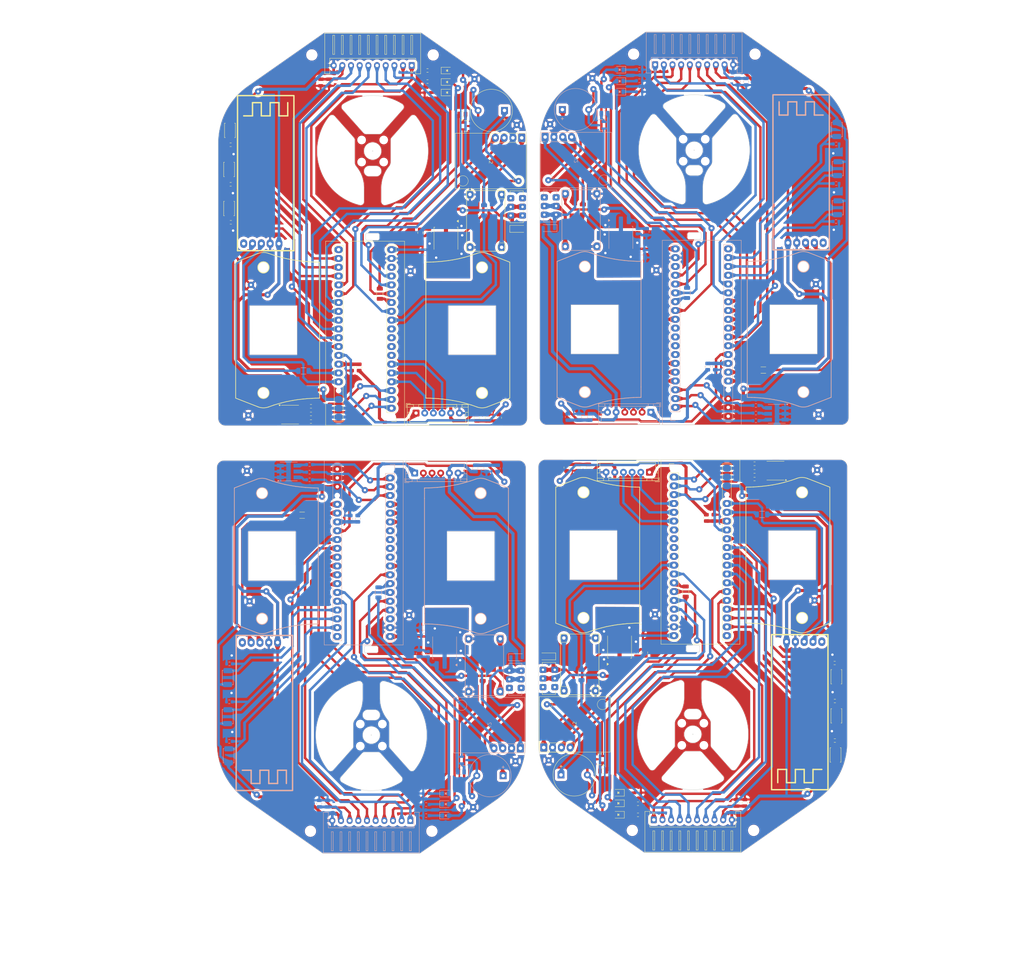
<source format=kicad_pcb>
(kicad_pcb (version 20241229) (generator "pcbnew") (generator_version "9.0")
  (layers (0 "F.Cu" signal) (2 "B.Cu" signal) (13 "F.Paste" user) (15 "B.Paste" user) (5 "F.SilkS" user "F.Silkscreen") (7 "B.SilkS" user "B.Silkscreen") (1 "F.Mask" user) (3 "B.Mask" user) (25 "Edge.Cuts" user))
  (net 0 "")
  (net 1 "Net-(BZ1--)")
  (net 2 "/Vb")
  (net 3 "GND")
  (net 4 "+3.3V")
  (net 5 "/VM")
  (net 6 "Net-(D6-K)")
  (net 7 "/SCL")
  (net 8 "/SDA")
  (net 9 "/Data_S3")
  (net 10 "/Data_1aux")
  (net 11 "/Data_S0")
  (net 12 "/Data_SIG")
  (net 13 "/Data_S1")
  (net 14 "/Data_2aux")
  (net 15 "/Data_S2")
  (net 16 "/Data_EN")
  (net 17 "/BUZ")
  (net 18 "Net-(D3-K)")
  (net 19 "Net-(U6-IN)")
  (net 20 "Net-(D4-K)")
  (net 21 "Net-(D2-BA)")
  (net 22 "Net-(D2-GA)")
  (net 23 "Net-(D2-RA)")
  (net 24 "+5V")
  (net 25 "/PUSH_3")
  (net 26 "/RST")
  (net 27 "/Curr")
  (net 28 "/ESC_M3")
  (net 29 "/ESC_M1")
  (net 30 "/ESC_M2")
  (net 31 "Net-(Q1-G)")
  (net 32 "Net-(R3-Pad2)")
  (net 33 "/V_bat")
  (net 34 "/RGB_B")
  (net 35 "/RGB_G")
  (net 36 "/RGB_R")
  (net 37 "/BL_TX")
  (net 39 "/BL_RX")
  (net 45 "/PUSH_2")
  (net 46 "/PUSH_1")
  (net 51 "/Curr_3V3")
  (net 53 "/LED_O")
  (net 54 "/LED_G")
  (net 55 "/LED_R")
  (footprint "MountingHole:MountingHole_2.2mm_M2" (layer "F.Cu") (at 55.961437 65.53857 90)
    (property "Reference" "H9" (hide yes))
    (property "Value" "M2" (hide yes))
  )
  (footprint "Resistor_SMD:R_0805_2012Metric" (layer "F.Cu") (at 53.05 124.75 -90)
    (property "Reference" "R16" (hide yes))
    (property "Value" "20k")
  )
  (footprint "Connector_JST:JST_XH_B6B-XH-A_1x06_P2.50mm_Vertical" (layer "F.Cu") (at 138.941908 154.966887 180)
    (property "Reference" "J5" (hide yes))
    (property "Value" "ESC")
  )
  (footprint "MixLib:MPU6050_Module" (layer "F.Cu") (at 92.8825 64.6275 -90)
    (property "Reference" "J2")
    (property "Value" "MPU6050")
  )
  (footprint "" (layer "F.Cu") (at 100.7 54.85)
    (property "Reference" "")
    (property "Value" "")
  )
  (footprint "Resistor_SMD:R_0805_2012Metric" (layer "F.Cu") (at 115.041908 153.616887 90)
    (property "Reference" "R5" (hide yes))
    (property "Value" "1k")
  )
  (footprint "MixLib:MagicAlonso_Red_Mod_23.5mm" (layer "F.Cu") (at 180.191908 181.766887 180)
    (property "Reference" "REF**" (hide yes))
    (property "Value" "MagicAlonso_Red_Mod_23.5mm" (hide yes))
    (fp_rect (start -6.75 -4.2) (end 6.95 10) (stroke (width 0.1)) (fill no) (layer "Edge.Cuts"))
  )
  (footprint "" (layer "F.Cu") (at 140.541908 195.916887 180)
    (property "Reference" "")
    (property "Value" "")
  )
  (footprint "Resistor_SMD:R_0603_1608Metric" (layer "F.Cu") (at 192.391908 220.916887 180)
    (property "Reference" "R1" (hide yes))
    (property "Value" "10k")
  )
  (footprint "MixLib:SW_Push_Sw-3424p_Handsolder" (layer "F.Cu") (at 192.591908 236.466887 90)
    (property "Reference" "SW3" (hide yes))
    (property "Value" "PUSH_3")
  )
  (footprint "Capacitor_SMD:C_0805_2012Metric" (layer "F.Cu") (at 136.391908 199.566887)
    (property "Reference" "C7" (hide yes))
    (property "Value" "10uF")
  )
  (footprint "Resistor_SMD:R_0603_1608Metric" (layer "F.Cu") (at 74.955 39.13 180)
    (property "Reference" "R6" (hide yes))
    (property "Value" "1k" (hide yes))
  )
  (footprint "MixLib:MagicAlonso_Red_Mod_23.5mm" (layer "F.Cu") (at 122.671908 175.962627)
    (property "Reference" "REF**" (hide yes))
    (property "Value" "MagicAlonso_Red_Mod_23.5mm" (hide yes))
    (fp_rect (start -6.75 -4.2) (end 6.95 10) (stroke (width 0.1)) (fill no) (layer "Edge.Cuts"))
  )
  (footprint "Connector_JST:JST_XH_S10B-XH-A_1x10_P2.50mm_Horizontal" (layer "F.Cu") (at 70.4 37.695 180)
    (property "Reference" "J9" (hide yes))
    (property "Value" "Sensors")
  )
  (footprint "MountingHole:MountingHole_2.2mm_M2" (layer "F.Cu") (at 55.961437 59.174608 180)
    (property "Reference" "H8" (hide yes))
    (property "Value" "M2" (hide yes))
  )
  (footprint "MixLib:Mini360_step-down" (layer "F.Cu") (at 118.841908 210.366887 -90)
    (property "Reference" "U6" (hide yes))
    (property "Value" "CN3905" (hide yes))
  )
  (footprint "Buzzer_Beeper:Buzzer_12x9.5RM7.6" (layer "F.Cu") (at 113.441908 242.216887)
    (property "Reference" "BZ1" (hide yes))
    (property "Value" "Buzzer" (hide yes))
  )
  (footprint "MountingHole:MountingHole_3mm" (layer "F.Cu") (at 27.65 132.1)
    (property "Reference" "H2" (hide yes))
    (property "Value" "M3" (hide yes))
  )
  (footprint "MixLib:BluePill" (layer "F.Cu") (at 146.021908 153.816887)
    (property "Reference" "U1" (hide yes))
    (property "Value" "BluePill_SWD_Breakout" (hide yes))
  )
  (footprint "" (layer "F.Cu") (at 70.05 96.95)
    (property "Reference" "")
    (property "Value" "")
  )
  (footprint "Resistor_SMD:R_0805_2012Metric" (layer "F.Cu") (at 85 51.7 180)
    (property "Reference" "R8" (hide yes))
    (property "Value" "330")
  )
  (footprint "MountingHole:MountingHole_3mm" (layer "F.Cu") (at 182.941908 196.966887 180)
    (property "Reference" "H1" (hide yes))
    (property "Value" "M3" (hide yes))
  )
  (footprint "LED_SMD:LED_RGB_5050-6" (layer "F.Cu") (at 175.266908 154.516887 180)
    (property "Reference" "D2" (hide yes))
    (property "Value" "LED_RGB")
  )
  (footprint "MixLib:HC05" (layer "F.Cu") (at 182.281908 224.136887 90)
    (property "Reference" "U3" (hide yes))
    (property "Value" "HC05")
  )
  (footprint "Package_TO_SOT_SMD:SOT-23" (layer "F.Cu") (at 124.504408 237.716887 180)
    (property "Reference" "Q1" (hide yes))
    (property "Value" "IRLML2502")
  )
  (footprint "Resistor_SMD:R_0603_1608Metric" (layer "F.Cu") (at 41.35 138.15)
    (property "Reference" "R11" (hide yes))
    (property "Value" "1k")
  )
  (footprint "MountingHole:MountingHole_3mm" (layer "F.Cu") (at 168.991908 258.216887 180)
    (property "Reference" "H11" (hide yes))
    (property "Value" "M3")
  )
  (footprint "MixLib:MPU6050_Module" (layer "F.Cu") (at 117.709408 228.239387 90)
    (property "Reference" "J2")
    (property "Value" "MPU6050")
  )
  (footprint "MixLib:BluePill" (layer "F.Cu") (at 64.57 139.05 180)
    (property "Reference" "U1" (hide yes))
    (property "Value" "BluePill_SWD_Breakout" (hide yes))
  )
  (footprint "MixLib:SW_Push_Sw-3424p_Handsolder" (layer "F.Cu") (at 192.841908 213.926887 90)
    (property "Reference" "SW4" (hide yes))
    (property "Value" "PUSH_1")
  )
  (footprint "Resistor_SMD:R_0603_1608Metric" (layer "F.Cu") (at 41.35 135.95)
    (property "Reference" "R12" (hide yes))
    (property "Value" "1k")
  )
  (footprint "Capacitor_SMD:C_0603_1608Metric" (layer "F.Cu") (at 75.55 85.7 -90)
    (property "Reference" "C1" (hide yes))
    (property "Value" "100nF")
  )
  (footprint "MountingHole:MountingHole_3mm" (layer "F.Cu") (at 41.6 34.65)
    (property "Reference" "H11" (hide yes))
    (property "Value" "M3")
  )
  (footprint "MountingHole:MountingHole_3mm" (layer "F.Cu") (at 133.991908 258.216887 180)
    (property "Reference" "H12" (hide yes))
    (property "Value" "M3")
  )
  (footprint "Resistor_SMD:R_0603_1608Metric" (layer "F.Cu") (at 192.341908 209.966887 180)
    (property "Reference" "R9" (hide yes))
    (property "Value" "10k")
  )
  (footprint "MountingHole:MountingHole_2.2mm_M2" (layer "F.Cu") (at 154.630471 233.692279)
    (property "Reference" "H8" (hide yes))
    (property "Value" "M2" (hide yes))
  )
  (footprint "MountingHole:MountingHole_2.2mm_M2" (layer "F.Cu") (at 154.630471 227.328317 -90)
    (property "Reference" "H9" (hide yes))
    (property "Value" "M2" (hide yes))
  )
  (footprint "Capacitor_SMD:C_0603_1608Metric" (layer "F.Cu") (at 135.041908 207.166887 90)
    (property "Reference" "C1" (hide yes))
    (property "Value" "100nF")
  )
  (footprint "Resistor_SMD:R_0603_1608Metric" (layer "F.Cu") (at 41.35 140.35)
    (property "Reference" "R10" (hide yes))
    (property "Value" "1k")
  )
  (footprint "Resistor_SMD:R_0805_2012Metric" (layer "F.Cu") (at 157.541908 168.116887 90)
    (property "Reference" "R16" (hide yes))
    (property "Value" "20k")
  )
  (footprint "MountingHole:MountingHole_2.2mm_M2" (layer "F.Cu") (at 148.266509 233.692279)
    (property "Reference" "H7" (hide yes))
    (property "Value" "M2" (hide yes))
  )
  (footprint "Capacitor_SMD:C_0603_1608Metric" (layer "F.Cu") (at 74.3 91.2 180)
    (property "Reference" "C5" (hide yes))
    (property "Value" "100nF")
  )
  (footprint "Resistor_SMD:R_0805_2012Metric" (layer "F.Cu") (at 118.241908 153.616887 -90)
    (property "Reference" "R4" (hide yes))
    (property "Value" "100k")
  )
  (footprint "MixLib:SW_Push_Sw-3424p_Handsolder" (layer "F.Cu") (at 17.75 67.67 -90)
    (property "Reference" "SW2" (hide yes))
    (property "Value" "PUSH_2")
  )
  (footprint "Capacitor_SMD:C_0805_2012Metric" (layer "F.Cu") (at 46.55 42.6 -90)
    (property "Reference" "C4" (hide yes))
    (property "Value" "100nF" (hide yes))
  )
  (footprint "MountingHole:MountingHole_3mm" (layer "F.Cu") (at 90.67 95.90426)
    (property "Reference" "H3" (hide yes))
    (property "Value" "M3" (hide yes))
  )
  (footprint "Buzzer_Beeper:Buzzer_12x9.5RM7.6" (layer "F.Cu") (at 97.15 50.65 180)
    (property "Reference" "BZ1" (hide yes))
    (property "Value" "Buzzer" (hide yes))
  )
  (footprint "MountingHole:MountingHole_3mm" (layer "F.Cu") (at 76.6 34.65)
    (property "Reference" "H12" (hide yes))
    (property "Value" "M3")
  )
  (footprint "Resistor_SMD:R_1206_3216Metric" (layer "F.Cu") (at 171.785 125.515 180)
    (property "Reference" "REF**" (hide yes))
    (property "Value" "R_1206_3216Metric")
  )
  (footprint "" (layer "F.Cu") (at 23.3 138.55)
    (property "Reference" "")
    (property "Value" "")
  )
  (footprint "Resistor_SMD:R_1206_3216Metric" (layer "F.Cu") (at 38.806908 167.351887)
    (property "Reference" "REF**" (hide yes))
    (property "Value" "R_1206_3216Metric")
  )
  (footprint "Resistor_SMD:R_0603_1608Metric" (layer "F.Cu") (at 169.241908 156.916887 180)
    (property "Reference" "R12" (hide yes))
    (property "Value" "1k")
  )
  (footprint "MixLib:LED_0805_2012Metric" (layer "F.Cu") (at 130.174408 250.396887 180)
    (property "Reference" "D4" (hide yes))
    (property "Value" "LED_BLUE")
  )
  (footprint "MixLib:HC05" (layer "F.Cu") (at 28.31 68.73 -90)
    (property "Reference" "U3" (hide yes))
    (property "Value" "HC05")
  )
  (footprint "MixLib:Mini360_step-down" (layer "F.Cu") (at 91.75 82.5 90)
    (property "Reference" "U6" (hide yes))
    (property "Value" "CN3905" (hide yes))
  )
  (footprint "MixLib:MagicAlonso_Red_Mod_23.5mm" (layer "F.Cu") (at 87.92 116.90426 180)
    (property "Reference" "REF**" (hide yes))
    (property "Value" "MagicAlonso_Red_Mod_23.5mm" (hide yes))
    (fp_rect (start -6.75 -4.2) (end 6.95 10) (stroke (width 0.1)) (fill no) (layer "Edge.Cuts"))
  )
  (footprint "Resistor_SMD:R_0805_2012Metric" (layer "F.Cu") (at 55.25 124.75 90)
    (property "Reference" "R14" (hide yes))
    (property "Value" "10k")
  )
  (footprint "MountingHole:MountingHole_3mm" (layer "F.Cu") (at 119.921908 196.962627 180)
    (property "Reference" "H3" (hide yes))
    (property "Value" "M3" (hide yes))
  )
  (footprint "Resistor_SMD:R_0805_2012Metric" (layer "F.Cu") (at 125.591908 241.166887)
    (property "Reference" "R8" (hide yes))
    (property "Value" "330")
  )
  (footprint "Resistor_SMD:R_0805_2012Metric" (layer "F.Cu") (at 92.35 139.25 90)
    (property "Reference" "R4" (hide yes))
    (property "Value" "100k")
  )
  (footprint "Capacitor_SMD:C_0805_2012Metric" (layer "F.Cu") (at 44.15 42.6 -90)
    (property "Reference" "C3" (hide yes))
    (property "Value" "10UF")
  )
  (footprint "Resistor_SMD:R_1206_3216Metric" (layer "F.Cu") (at 61.2 103.5 90)
    (property "Reference" "REF**" (hide yes))
    (property "Value" "R_1206_3216Metric")
  )
  (footprint "Resistor_SMD:R_0603_1608Metric" (layer "F.Cu") (at 135.636908 253.736887)
    (property "Reference" "R6" (hide yes))
    (property "Value" "1k" (hide yes))
  )
  (footprint "Resistor_SMD:R_0805_2012Metric" (layer "F.Cu") (at 121.441908 153.616887 90)
    (property "Reference" "R3" (hide yes))
    (property "Value" "330k")
  )
  (footprint "Resistor_SMD:R_0603_1608Metric" (layer "F.Cu") (at 135.636908 247.336887)
    (property "Reference" "R2" (hide yes))
    (property "Value" "1k")
  )
  (footprint "LED_SMD:LED_RGB_5050-6" (layer "F.Cu") (at 35.325 138.35)
    (property "Reference" "D2" (hide yes))
    (property "Value" "LED_RGB")
  )
  (footprint "Connector_JST:JST_XH_B6B-XH-A_1x06_P2.50mm_Vertical" (layer "F.Cu") (at 71.65 137.9)
    (property "Reference" "J5" (hide yes))
    (property "Value" "ESC")
  )
  (footprint "Resistor_SMD:R_0805_2012Metric" (layer "F.Cu") (at 155.341908 168.116887 -90)
    (property "Reference" "R14" (hide yes))
    (property "Value" "10k")
  )
  (footprint "MixLib:LED_0805_2012Metric" (layer "F.Cu") (at 80.4175 39.17)
    (property "Reference" "D6" (hide yes))
    (property "Value" "LED_BLUE" (hide yes))
  )
  (footprint "MixLib:LED_0805_2012Metric" (layer "F.Cu") (at 130.174408 247.356887 180)
    (property "Reference" "D3" (hide yes))
    (property "Value" "LED_BLUE")
  )
  (footprint "MixLib:SW_Push_Sw-3424p_Handsolder" (layer "F.Cu") (at 17.75 78.94 -90)
    (property "Reference" "SW4" (hide yes))
    (property "Value" "PUSH_1")
  )
  (footprint "" (layer "F.Cu") (at 88.5 41.6)
    (property "Reference" "")
    (property "Value" "")
  )
  (footprint "Resistor_SMD:R_1206_3216Metric" (layer "F.Cu") (at 149.391908 189.366887 -90)
    (property "Reference" "REF**" (hide yes))
    (property "Value" "R_1206_3216Metric")
  )
  (footprint "Capacitor_SMD:C_0805_2012Metric" (layer "F.Cu") (at 164.041908 250.266887 90)
    (property "Reference" "C4" (hide yes))
    (property "Value" "100nF" (hide yes))
  )
  (footprint "Resistor_SMD:R_1206_3216Metric" (layer "F.Cu") (at 119.735 79.215 90)
    (property "Reference" "REF**" (hide yes))
    (property "Value" "R_1206_3216Metric")
  )
  (footprint "" (layer "F.Cu") (at 109.891908 238.016887 180)
    (property "Reference" "")
    (property "Value" "")
  )
  (footprint "MixLib:SW_Push_Sw-3424p_Handsolder" (layer "F.Cu") (at 18 56.4 -90)
    (property "Reference" "SW3" (hide yes))
    (property "Value" "PUSH_3")
  )
  (footprint "Resistor_SMD:R_0603_1608Metric" (layer "F.Cu") (at 135.636908 250.536887)
    (property "Reference" "R7" (hide yes))
    (property "Value" "1k")
  )
  (footprint "Resistor_SMD:R_0603_1608Metric" (layer "F.Cu") (at 18.2 60.55)
    (property "Reference" "R13" (hide yes))
    (property "Value" "10k")
  )
  (footprint "MountingHole:MountingHole_2.2mm_M2" (layer "F.Cu") (at 148.266509 227.328317 -90)
    (property "Reference" "H10" (hide yes))
    (property "Value" "M2" (hide yes))
  )
  (footprint "Capacitor_SMD:C_0805_2012Metric" (layer "F.Cu") (at 166.441908 250.266887 90)
    (property "Reference" "C3" (hide yes))
    (property "Value" "10UF")
  )
  (footprint "Resistor_SMD:R_0603_1608Metric" (layer "F.Cu") (at 18.2 71.95)
    (property "Reference" "R1" (hide yes))
    (property "Value" "10k")
  )
  (footprint "Resistor_SMD:R_0603_1608Metric" (layer "F.Cu") (at 18.25 82.9)
    (property "Reference" "R9" (hide yes))
    (property "Value" "10k")
  )
  (footprint "MixLib:SW_DPDT_SLIDE_THT" (layer "F.Cu") (at 109.941908 214.416887 -90)
    (property "Reference" "SW1" (hide yes))
    (property "Value" "Power_SW")
  )
  (footprint "MixLib:MagicAlonso_Red_Mod_23.5mm" (layer "F.Cu") (at 30.4 111.1)
    (property "Reference" "REF**" (hide yes))
    (property "Value" "MagicAlonso_Red_Mod_23.5mm" (hide yes))
    (fp_rect (start -6.75 -4.2) (end 6.95 10) (stroke (width 0.1)) (fill no) (layer "Edge.Cuts"))
  )
  (footprint "Resistor_SMD:R_0603_1608Metric" (layer "F.Cu") (at 169.241908 154.716887 180)
    (property "Reference" "R11" (hide yes))
    (property "Value" "1k")
  )
  (footprint "Package_TO_SOT_SMD:TO-252-3_TabPin2" (layer "F.Cu") (at 130.316908 205.251887 90)
    (property "Reference" "U2" (hide yes))
    (property "Value" "AMS1117CD-3.3")
  )
  (footprint "MountingHole:MountingHole_2.2mm_M2" (layer "F.Cu") (at 62.325399 65.53857 90)
    (property "Reference" "H10" (hide yes))
    (property "Value" "M2" (hide yes))
  )
  (footprint "Capacitor_SMD:C_0805_2012Metric" (layer "F.Cu") (at 72.9 85.9 -90)
    (property "Reference" "C6" (hide yes))
    (property "Value" "10uF")
  )
  (footprint "Resistor_SMD:R_0603_1608Metric" (layer "F.Cu") (at 74.955 45.53 180)
    (property "Reference" "R2" (hide yes))
    (property "Value" "1k")
  )
  (footprint "MountingHole:MountingHole_3mm" (layer "F.Cu") (at 182.941908 160.766887 180)
    (property "Reference" "H2" (hide yes))
    (property "Value" "M3" (hide yes))
  )
  (footprint "Resistor_SMD:R_0603_1608Metric" (layer "F.Cu") (at 192.391908 232.316887 180)
    (property "Reference" "R13" (hide yes))
    (property "Value" "10k")
  )
  (footprint "" (layer "F.Cu") (at 24.05 100.95)
    (property "Reference" "")
    (property "Value" "")
  )
  (footprint "MixLib:SW_DPDT_SLIDE_THT" (layer "F.Cu") (at 100.65 78.45 90)
    (property "Reference" "SW1" (hide yes))
    (property "Value" "Power_SW")
  )
  (footprint "Diode_SMD:D_SOD-123" (layer "F.Cu") (at 109.541908 208.066887 180)
    (property "Reference" "D1" (hide yes))
    (property "Value" "SS14")
  )
  (footprint "Package_TO_SOT_SMD:SOT-23" (layer "F.Cu") (at 86.0875 55.15)
    (property "Reference" "Q1" (hide yes))
    (property "Value" "IRLML2502")
  )
  (footprint "MixLib:LED_0805_2012Metric" (layer "F.Cu") (at 80.4175 45.51)
    (property "Reference" "D3" (hide yes))
    (property "Value" "LED_BLUE")
  )
  (footprint "Diode_SMD:D_SOD-123" (layer "F.Cu") (at 101.05 84.8)
    (property "Reference" "D1" (hide yes))
    (property "Value" "SS14")
  )
  (footprint "" (layer "F.Cu") (at 186.541908 191.916887 180)
    (property "Reference" "")
    (property "Value" "")
  )
  (footprint "" (layer "F.Cu") (at 122.091908 251.266887 180)
    (property "Reference" "")
    (property "Value" "")
  )
  (footprint "Resistor_SMD:R_0805_2012Metric" (layer "F.Cu") (at 89.15 139.25 -90)
    (property "Reference" "R3" (hide yes))
    (property "Value" "330k")
  )
  (footprint "MixLib:LED_0805_2012Metric" (layer "F.Cu") (at 130.174408 253.696887 180)
    (property "Reference" "D6" (hide yes))
    (property "Value" "LED_BLUE" (hide yes))
  )
  (footprint "MountingHole:MountingHole_3mm" (layer "F.Cu") (at 119.921908 160.762627 180)
    (property "Reference" "H4" (hide yes))
    (property "Value" "M3" (hide yes))
  )
  (footprint "MountingHole:MountingHole_2.2mm_M2" (layer "F.Cu") (at 62.325399 59.174608 180)
    (property "Reference" "H7" (hide yes))
    (property "Value" "M2" (hide yes))
  )
  (footprint "MixLib:SW_Push_Sw-3424p_Handsolder" (layer "F.Cu") (at 192.841908 225.196887 90)
    (property "Reference" "SW2" (hide yes))
    (property "Value" "PUSH_2")
  )
  (footprint "MixLib:LED_0805_2012Metric" (layer "F.Cu") (at 80.4175 42.47)
    (property "Reference" "D4" (hide yes))
    (property "Value" "LED_BLUE")
  )
  (footprint "Capacitor_SMD:C_0805_2012Metric" (layer "F.Cu") (at 137.691908 206.966887 90)
    (property "Reference" "C6" (hide yes))
    (property "Value" "10uF")
  )
  (footprint "Package_TO_SOT_SMD:TO-252-3_TabPin2" (layer "F.Cu") (at 80.275 87.615 -90)
    (property "Reference" "U2" (hide yes))
    (property "Value" "AMS1117CD-3.3")
  )
  (footprint "Connector_JST:JST_XH_S10B-XH-A_1x10_P2.50mm_Horizontal" (layer "F.Cu") (at 140.191908 255.171887)
    (property "Reference" "J9" (hide yes))
    (property "Value" "Sensors")
  )
  (footprint "Resistor_SMD:R_0805_2012Metric" (layer "F.Cu") (at 95.55 139.25 -90)
    (property "Reference" "R5" (hide yes))
    (property "Value" "1k")
  )
  (footprint "Capacitor_SMD:C_0805_2012Metric" (layer "F.Cu") (at 74.2 93.3 180)
    (property "Reference" "C7" (hide yes))
    (property "Value" "10uF")
  )
  (footprint "Resistor_SMD:R_0603_1608Metric" (layer "F.Cu") (at 169.241908 152.516887 180)
    (property "Reference" "R10" (hide yes))
    (property "Value" "1k")
  )
  (footprint "MountingHole:MountingHole_3mm" (layer "F.Cu") (at 27.65 95.9)
    (property "Reference" "H1" (hide yes))
    (property "Value" "M3" (hide yes))
  )
  (footprint "" (layer "F.Cu") (at 187.291908 154.316887 180)
    (property "Reference" "")
    (property "Value" "")
  )
  (footprint "Resistor_SMD:R_1206_3216Metric" (layer "F.Cu") (at 90.856908 213.651887 -90)
    (property "Reference" "REF**" (hide yes))
    (property "Value" "R_1206_3216Metric")
  )
  (footprint "Resistor_SMD:R_0603_1608Metric" (layer "F.Cu") (at 74.955 42.33 180)
    (property "Reference" "R7" (hide yes))
    (property "Value" "1k")
  )
  (footprint "MountingHole:MountingHole_3mm" (layer "F.Cu") (at 90.67 132.10426)
    (property "Reference" "H4" (hide yes))
    (property "Value" "M3" (hide yes))
  )
  (footprint "Capacitor_SMD:C_0603_1608Metric" (layer "F.Cu") (at 136.291908 201.666887)
    (property "Reference" "C5" (hide yes))
    (property "Value" "100nF")
  )
  (footprint "Diode_SMD:D_SOD-123" (layer "B.Cu") (at 109.935 84.565 180)
    (property "Reference" "D1" (hide yes))
    (property "Value" "SS14")
  )
  (footprint "Resistor_SMD:R_0603_1608Metric" (layer "B.Cu") (at 169.635 135.715 180)
    (property "Reference" "R12" (hide yes))
    (property "Value" "1k")
  )
  (footprint "MixLib:MagicAlonso_Red_Mod_23.5mm" (layer "B.Cu") (at 180.585 110.865 180)
    (property "Reference" "REF**" (hide yes))
    (property "Value" "MagicAlonso_Red_Mod_23.5mm" (hide yes))
    (fp_rect (start -6.75 4.2) (end 6.95 -10) (stroke (width 0.1)) (fill no) (layer "Edge.Cuts"))
  )
  (footprint "MixLib:LED_0805_2012Metric" (layer "B.Cu") (at 130.5675 42.235 180)
    (property "Reference" "D4" (hide yes))
    (property "Value" "LED_BLUE")
  )
  (footprint "Resistor_SMD:R_0603_1608Metric" (layer "B.Cu") (at 192.735 82.665 180)
    (property "Reference" "R9" (hide yes))
    (property "Value" "10k")
  )
  (footprint "MountingHole:MountingHole_3mm" (layer "B.Cu") (at 183.335 95.665 180)
    (property "Reference" "H1" (hide yes))
    (property "Value" "M3" (hide yes))
  )
  (footprint "Resistor_SMD:R_0603_1608Metric" (layer "B.Cu") (at 40.956908 157.151887)
    (property "Reference" "R12" (hide yes))
    (property "Value" "1k")
  )
  (footprint "" (layer "B.Cu") (at 140.935 96.715 180)
    (property "Reference" "")
    (property "Value" "")
  )
  (footprint "Resistor_SMD:R_0603_1608Metric" (layer "B.Cu") (at 169.635 137.915 180)
    (property "Reference" "R11" (hide yes))
    (property "Value" "1k")
  )
  (footprint "Buzzer_Beeper:Buzzer_12x9.5RM7.6" (layer "B.Cu") (at 96.756908 242.451887 180)
    (property "Reference" "BZ1" (hide yes))
    (property "Value" "Buzzer" (hide yes))
  )
  (footprint "Resistor_SMD:R_0603_1608Metric" (layer "B.Cu") (at 17.806908 221.151887)
    (property "Reference" "R1" (hide yes))
    (property "Value" "10k")
  )
  (footprint "Package_TO_SOT_SMD:SOT-23" (layer "B.Cu") (at 85.694408 237.951887)
    (property "Reference" "Q1" (hide yes))
    (property "Value" "IRLML2502")
  )
  (footprint "" (layer "B.Cu") (at 187.685 138.315 180)
    (property "Reference" "")
    (property "Value" "")
  )
  (footprint "MixLib:HC05" (layer "B.Cu") (at 27.916908 224.371887 90)
    (property "Reference" "U3" (hide yes))
    (property "Value" "HC05")
  )
  (footprint "Connector_JST:JST_XH_B6B-XH-A_1x06_P2.50mm_Vertical" (layer "B.Cu") (at 139.335 137.665 180)
    (property "Reference" "J5" (hide yes))
    (property "Value" "ESC")
  )
  (footprint "MountingHole:MountingHole_3mm" (layer "B.Cu") (at 120.315 95.66926 180)
    (property "Reference" "H3" (hide yes))
    (property "Value" "M3" (hide yes))
  )
  (footprint "Resistor_SMD:R_0805_2012Metric" (layer "B.Cu") (at 95.156908 153.851887 90)
    (property "Reference" "R5" (hide yes))
    (property "Value" "1k")
  )
  (footprint "MountingHole:MountingHole_3mm" (layer "B.Cu") (at 27.256908 161.001887)
    (property "Reference" "H2" (hide yes))
    (property "Value" "M3" (hide yes))
  )
  (footprint "MixLib:LED_0805_2012Metric" (layer "B.Cu") (at 130.5675 45.275 180)
    (property "Reference" "D3" (hide yes))
    (property "Value" "LED_BLUE")
  )
  (footprint "MountingHole:MountingHole_3mm" (layer "B.Cu") (at 169.385 34.415 180)
    (property "Reference" "H11" (hide yes))
    (property "Value" "M3")
  )
  (footprint "MountingHole:MountingHole_2.2mm_M2" (layer "B.Cu") (at 148.659601 58.939608)
    (property "Reference" "H7" (hide yes))
    (property "Value" "M2" (hide yes))
  )
  (footprint "MountingHole:MountingHole_2.2mm_M2" (layer "B.Cu") (at 61.932307 233.927279 180)
    (property "Reference" "H7" (hide yes))
    (property "Value" "M2" (hide yes))
  )
  (footprint "Resistor_SMD:R_1206_3216Metric" (layer "B.Cu") (at 119.341908 213.416887 -90)
    (property "Reference" "REF**" (hide yes))
    (property "Value" "R_1206_3216Metric")
  )
  (footprint "MixLib:BluePill" (layer "B.Cu") (at 146.415 138.815)
    (property "Reference" "U1" (hide yes))
    (property "Value" "BluePill_SWD_Breakout" (hide yes))
  )
  (footprint "MixLib:BluePill" (layer "B.Cu") (at 64.176908 154.051887 180)
    (property "Reference" "U1" (hide yes))
    (property "Value" "BluePill_SWD_Breakout" (hide yes))
  )
  (footprint "" (layer "B.Cu") (at 23.656908 192.151887)
    (property "Reference" "")
    (property "Value" "")
  )
  (footprint "Resistor_SMD:R_0805_2012Metric" (layer "B.Cu") (at 84.606908 241.401887 180)
    (property "Reference" "R8" (hide yes))
    (property "Value" "330")
  )
  (footprint "LED_SMD:LED_RGB_5050-6" (layer "B.Cu") (at 175.66 138.115 180)
    (property "Reference" "D2" (hide yes))
    (property "Value" "LED_RGB")
  )
  (footprint "MountingHole:MountingHole_3mm" (layer "B.Cu") (at 120.315 131.86926 180)
    (property "Reference" "H4" (hide yes))
    (property "Value" "M3" (hide yes))
  )
  (footprint "Capacitor_SMD:C_0805_2012Metric" (layer "B.Cu") (at 72.506908 207.201887 90)
    (property "Reference" "C6" (hide yes))
    (property "Value" "10uF")
  )
  (footprint "Resistor_SMD:R_0603_1608Metric" (layer "B.Cu") (at 136.03 38.895)
    (property "Reference" "R6" (hide yes))
    (property "Value" "1k" (hide yes))
  )
  (footprint "Connector_JST:JST_XH_S10B-XH-A_1x10_P2.50mm_Horizontal" (layer "B.Cu") (at 70.006908 255.406887 180)
    (property "Reference" "J9" (hide yes))
    (property "Value" "Sensors")
  )
  (footprint "Diode_SMD:D_SOD-123" (layer "B.Cu") (at 100.656908 208.301887)
    (property "Reference" "D1" (hide yes))
    (property "Value" "SS14")
  )
  (footprint "Connector_JST:JST_XH_B6B-XH-A_1x06_P2.50mm_Vertical" (layer "B.Cu") (at 71.256908 155.201887)
    (property "Reference" "J5" (hide yes))
    (property "Value" "ESC")
  )
  (footprint "" (layer "B.Cu") (at 186.935 100.715 180)
    (property "Reference" "")
    (property "Value" "")
  )
  (footprint "Package_TO_SOT_SMD:SOT-23" (layer "B.Cu") (at 124.8975 54.915 180)
    (property "Reference" "Q1" (hide yes))
    (property "Value" "IRLML2502")
  )
  (footprint "Resistor_SMD:R_0603_1608Metric" (layer "B.Cu") (at 74.561908 250.771887 180)
    (property "Reference" "R7" (hide yes))
    (property "Value" "1k")
  )
  (footprint "MountingHole:MountingHole_2.2mm_M2" (layer "B.Cu") (at 148.659601 65.30357 90)
    (property "Reference" "H10" (hide yes))
    (property "Value" "M2" (hide yes))
  )
  (footprint "Resistor_SMD:R_0805_2012Metric" (layer "B.Cu") (at 125.985 51.465)
    (property "Reference" "R8" (hide yes))
    (property "Value" "330")
  )
  (footprint "Capacitor_SMD:C_0603_1608Metric" (layer "B.Cu") (at 73.906908 201.901887 180)
    (property "Reference" "C5" (hide yes))
    (property "Value" "100nF")
  )
  (footprint "MixLib:HC05" (layer "B.Cu") (at 182.675 68.495 -90)
    (property "Reference" "U3" (hide yes))
    (property "Value" "HC05")
  )
  (footprint "MixLib:MagicAlonso_Red_Mod_23.5mm" (layer "B.Cu") (at 30.006908 182.001887)
    (property "Reference" "REF**" (hide yes))
    (property "Value" "MagicAlonso_Red_Mod_23.5mm" (hide yes))
    (fp_rect (start -6.75 4.2) (end 6.95 -10) (stroke (width 0.1)) (fill no) (layer "Edge.Cuts"))
  )
  (footprint "LED_SMD:LED_RGB_5050-6" (layer "B.Cu") (at 34.931908 154.751887)
    (property "Reference" "D2" (hide yes))
    (property "Value" "LED_RGB")
  )
  (footprint "Resistor_SMD:R_0805_2012Metric" (layer "B.Cu") (at 54.856908 168.351887 -90)
    (property "Reference" "R14" (hide yes))
    (property "Value" "10k")
  )
  (footprint "" (layer "B.Cu") (at 69.656908 196.151887)
    (property "Reference" "")
    (property "Value" "")
  )
  (footprint "" (layer "B.Cu") (at 22.906908 154.551887)
    (property "Reference" "")
    (property "Value" "")
  )
  (footprint "MixLib:SW_Push_Sw-3424p_Handsolder" (layer "B.Cu") (at 17.356908 214.161887 90)
    (property "Reference" "SW4" (hide yes))
    (property "Value" "PUSH_1")
  )
  (footprint "Resistor_SMD:R_0805_2012Metric" (layer "B.Cu") (at 52.656908 168.351887 90)
    (property "Reference" "R16" (hide yes))
    (property "Value" "20k")
  )
  (footprint "Resistor_SMD:R_0603_1608Metric" (layer "B.Cu") (at 74.561908 247.571887 180)
    (property "Reference" "R2" (hide yes))
    (property "Value" "1k")
  )
  (footprint "Package_TO_SOT_SMD:TO-252-3_TabPin2" (layer "B.Cu") (at 79.881908 205.486887 90)
    (property "Reference" "U2" (hide yes))
    (property "Value" "AMS1117CD-3.3")
  )
  (footprint "MixLib:LED_0805_2012Metric" (layer "B.Cu") (at 80.024408 247.591887)
    (property "Reference" "D3" (hide yes))
    (property "Value" "LED_BLUE")
  )
  (footprint "Buzzer_Beeper:Buzzer_12x9.5RM7.6" (layer "B.Cu") (at 113.835 50.415)
    (property "Reference" "BZ1" (hide yes))
    (property "Value" "Buzzer" (hide yes))
  )
  (footprint "Resistor_SMD:R_1206_3216Metric" (layer "B.Cu") (at 171.391908 167.116887 180)
    (property "Reference" "REF**" (hide yes))
    (property "Value" "R_1206_3216Metric")
  )
  (footprint "Capacitor_SMD:C_0805_2012Metric" (layer "B.Cu") (at 136.785 93.065)
    (property "Reference" "C7" (hide yes))
    (property "Value" "10uF")
  )
  (footprint "Resistor_SMD:R_0603_1608Metric" (layer "B.Cu") (at 17.856908 210.201887)
    (property "Reference" "R9" (hide yes))
    (property "Value" "10k")
  )
  (footprint "Resistor_SMD:R_0805_2012Metric" (layer "B.Cu") (at 88.756908 153.851887 90)
    (property "Reference" "R3" (hide yes))
    (property "Value" "330k")
  )
  (footprint "Resistor_SMD:R_0603_1608Metric" (layer "B.Cu") (at 17.806908 232.551887)
    (property "Reference" "R13" (hide yes))
    (property "Value" "10k")
  )
  (footprint "Resistor_SMD:R_1206_3216Metric" (layer "B.Cu") (at 149.785 103.265 90)
    (property "Reference" "REF**" (hide yes))
    (property "Value" "R_1206_3216Metric")
  )
  (footprint "MountingHole:MountingHole_3mm" (layer "B.Cu") (at 90.276908 197.197627)
    (property "Reference" "H3" (hide yes))
    (property "Value" "M3" (hide yes))
  )
  (footprint "MountingHole:MountingHole_3mm" (layer "B.Cu") (at 183.335 131.865 180)
    (property "Reference" "H2" (hide yes))
    (property "Value" "M3" (hide yes))
  )
  (footprint "MountingHole:MountingHole_3mm" (layer "B.Cu") (at 41.206908 258.451887)
    (property "Reference" "H11" (hide yes))
    (property "Value" "M3")
  )
  (footprint "MixLib:SW_DPDT_SLIDE_THT" (layer "B.Cu") (at 100.256908 214.651887 -90)
    (property "Reference" "SW1" (hide yes))
    (property "Value" "Power_SW")
  )
  (footprint "Resistor_SMD:R_0805_2012Metric" (layer "B.Cu") (at 118.635 139.015 90)
    (property "Reference" "R4" (hide yes))
    (property "Value" "100k")
  )
  (footprint "Capacitor_SMD:C_0805_2012Metric" (layer "B.Cu") (at 166.835 42.365 -90)
    (property "Reference" "C3" (hide yes))
    (property "Value" "10UF")
  )
  (footprint "Resistor_SMD:R_0603_1608Metric" (layer "B.Cu") (at 136.03 45.295)
    (property "Reference" "R2" (hide yes))
    (property "Value" "1k")
  )
  (footprint "Resistor_SMD:R_0603_1608Metric" (layer "B.Cu") (at 40.956908 152.751887)
    (property "Reference" "R10" (hide yes))
    (property "Value" "1k")
  )
  (footprint "MountingHole:MountingHole_3mm" (layer "B.Cu") (at 27.256908 197.201887)
    (property "Reference" "H1" (hide yes))
    (property "Value" "M3" (hide yes))
  )
  (footprint "Resistor_SMD:R_0603_1608Metric" (layer "B.Cu") (at 169.635 140.115 180)
    (property "Reference" "R10" (hide yes))
    (property "Value" "1k")
  )
  (footprint "MixLib:SW_Push_Sw-3424p_Handsolder" (layer "B.Cu") (at 17.606908 236.701887 90)
    (property "Reference" "SW3" (hide yes))
    (property "Value" "PUSH_3")
  )
  (footprint "MountingHole:MountingHole_2.2mm_M2" (layer "B.Cu") (at 155.023563 58.939608)
    (property "Reference" "H8" (hide yes))
    (property "Value" "M2" (hide yes))
  )
  (footprint "Capacitor_SMD:C_0603_1608Metric" (layer "B.Cu") (at 135.435 85.465 -90)
    (property "Reference" "C1" (hide yes))
    (property "Value" "100nF")
  )
  (footprint "Resistor_SMD:R_0805_2012Metric" (layer "B.Cu") (at 115.435 139.015 -90)
    (property "Reference" "R5" (hide yes))
    (property "Value" "1k")
  )
  (footprint "MountingHole:MountingHole_2.2mm_M2" (layer "B.Cu") (at 55.568345 227.563317 -90)
    (property "Reference" "H9" (hide yes))
    (property "Value" "M2" (hide yes))
  )
  (footprint "MixLib:SW_Push_Sw-3424p_Handsolder" (layer "B.Cu") (at 193.235 67.435 -90)
    (property "Reference" "SW2" (hide yes))
    (property "Value" "PUSH_2")
  )
  (footprint "Capacitor_SMD:C_0805_2012Metric" (layer "B.Cu") (at 73.806908 199.801887 180)
    (property "Reference" "C7" (hide yes))
    (property "Value" "10uF")
  )
  (footprint "Resistor_SMD:R_0603_1608Metric" (layer "B.Cu") (at 192.785 71.715 180)
    (property "Reference" "R1" (hide yes))
    (property "Value" "10k")
  )
  (footprint "Resistor_SMD:R_0603_1608Metric" (layer "B.Cu") (at 136.03 42.095)
    (property "Reference" "R7" (hide yes))
    (property "Value" "1k")
  )
  (footprint "MixLib:LED_0805_2012Metric" (layer "B.Cu") (at 80.024408 250.631887)
    (property "Reference" "D4" (hide yes))
    (property "Value" "LED_BLUE")
  )
  (footprint "Capacitor_SMD:C_0805_2012Metric" (layer "B.Cu") (at 43.756908 250.501887 90)
    (property "Reference" "C3" (hide yes))
    (property "Value" "10UF")
  )
  (footprint "Resistor_SMD:R_0603_1608Metric" (layer "B.Cu") (at 74.561908 253.971887 180)
    (property "Reference" "R6" (hide yes))
    (property "Value" "1k" (hide yes))
  )
  (footprint "MixLib:MPU6050_Module" (layer "B.Cu") (at 118.1025 64.3925 -90)
    (property "Reference" "J2")
    (property "Value" "MPU6050")
  )
  (footprint "MixLib:MPU6050_Module" (layer "B.Cu") (at 92.489408 228.474387 90)
    (property "Reference" "J2")
    (property "Value" "MPU6050")
  )
  (footprint "MixLib:MagicAlonso_Red_Mod_23.5mm" (layer "B.Cu") (at 123.065 116.66926)
    (property "Reference" "REF**" (hide yes))
    (property "Value" "MagicAlonso_Red_Mod_23.5mm" (hide yes))
    (fp_rect (start -6.75 4.2) (end 6.95 -10) (stroke (width 0.1)) (fill no) (layer "Edge.Cuts"))
  )
  (footprint "" (layer "B.Cu") (at 100.306908 238.251887)
    (property "Reference" "")
    (property "Value" "")
  )
  (footprint "" (layer "B.Cu") (at 88.106908 251.501887)
    (property "Reference" "")
    (property "Value" "")
  )
  (footprint "Resistor_SMD:R_0805_2012Metric" (layer "B.Cu") (at 121.835 139.015 -90)
    (property "Reference" "R3" (hide yes))
    (property "Value" "330k")
  )
  (footprint "MountingHole:MountingHole_2.2mm_M2" (layer "B.Cu") (at 155.023563 65.30357 90)
    (property "Reference" "H9" (hide yes))
    (property "Value" "M2" (hide yes))
  )
  (footprint "MixLib:Mini360_step-down" (layer "B.Cu") (at 119.235 82.265 90)
    (property "Reference" "U6" (hide yes))
    (property "Value" "CN3905" (hide yes))
  )
  (footprint "Resistor_SMD:R_0805_2012Metric" (layer "B.Cu") (at 155.735 124.515 90)
    (property "Reference" "R14" (hide yes))
    (property "Value" "10k")
  )
  (footprint "Resistor_SMD:R_0805_2012Metric" (layer "B.Cu") (at 91.956908 153.851887 -90)
    (property "Reference" "R4" (hide yes))
    (property "Value" "100k")
  )
  (footprint "Resistor_SMD:R_0805_2012Metric" (layer "B.Cu") (at 157.935 124.515 -90)
    (property "Reference" "R16" (hide yes))
    (property "Value" "20k")
  )
  (footprint "Capacitor_SMD:C_0805_2012Metric" (layer "B.Cu") (at 46.156908 250.501887 90)
    (property "Reference" "C4" (hide yes))
    (property "Value" "100nF" (hide yes))
  )
  (footprint "MountingHole:MountingHole_3mm" (layer "B.Cu") (at 90.276908 160.997627)
    (property "Reference" "H4" (hide yes))
    (property "Value" "M3" (hide yes))
  )
  (footprint "MixLib:LED_0805_2012Metric" (layer "B.Cu") (at 130.5675 38.935 180)
    (property "Reference" "D6" (hide yes))
    (property "Value" "LED_BLUE" (hide yes))
  )
  (footprint "MixLib:SW_DPDT_SLIDE_THT" (layer "B.Cu") (at 110.335 78.215 90)
    (property "Reference" "SW1" (hide yes))
    (property "Value" "Power_SW")
  )
  (footprint "Connector_JST:JST_XH_S10B-XH-A_1x10_P2.50mm_Horizontal" (layer "B.Cu") (at 140.585 37.46)
    (property "Reference" "J9" (hide yes))
    (property "Value" "Sensors")
  )
  (footprint "Resistor_SMD:R_1206_3216Metric" (layer "B.Cu") (at 39.2 125.75)
    (property "Reference" "REF**" (hide yes))
    (property "Value" "R_1206_3216Metric")
  )
  (footprint "Capacitor_SMD:C_0603_1608Metric" (layer "B.Cu") (at 136.685 90.965)
    (property "Reference" "C5" (hide yes))
    (property "Value" "100nF")
  )
  (footprint "MountingHole:MountingHole_3mm" (layer "B.Cu") (at 134.385 34.415 180)
    (property "Reference" "H12" (hide yes))
    (property "Value" "M3")
  )
  (footprint "MixLib:LED_0805_2012Metric" (layer "B.Cu") (at 80.024408 253.931887)
    (property "Reference" "D6" (hide yes))
    (property "Value" "LED_BLUE" (hide yes))
  )
  (footprint "MountingHole:MountingHole_2.2mm_M2" (layer "B.Cu") (at 61.932307 227.563317 -90)
    (property "Reference" "H10" (hide yes))
    (property "Value" "M2" (hide yes))
  )
  (footprint "Resistor_SMD:R_0603_1608Metric" (layer "B.Cu") (at 192.785 60.315 180)
    (property "Reference" "R13" (hide yes))
    (property "Value" "10k")
  )
  (footprint "MixLib:SW_Push_Sw-3424p_Handsolder" (layer "B.Cu") (at 17.356908 225.431887 90)
    (property "Reference" "SW2" (hide yes))
    (property "Value" "PUSH_2")
  )
  (footprint "Capacitor_SMD:C_0805_2012Metric" (layer "B.Cu") (at 164.435 42.365 -90)
    (property "Reference" "C4" (hide yes))
    (property "Value" "100nF" (hide yes))
  )
  (footprint "Resistor_SMD:R_1206_3216Metric" (layer "B.Cu") (at 91.25 79.45 90)
    (property "Reference" "REF**" (hide yes))
    (property "Value" "R_1206_3216Metric")
  )
  (footprint "Resistor_SMD:R_1206_3216Metric" (layer "B.Cu") (at 60.806908 189.601887 -90)
    (property "Reference" "REF**" (hide yes))
    (property "Value" "R_1206_3216Metric")
  )
  (footprint "MixLib:Mini360_step-down" (layer "B.Cu") (at 91.356908 210.601887 -90)
    (property "Reference" "U6" (hide yes))
    (property "Value" "CN3905" (hide yes))
  )
  (footprint "Package_TO_SOT_SMD:TO-252-3_TabPin2" (layer "B.Cu") (at 130.71 87.38 -90)
    (property "Reference" "U2" (hide yes))
    (property "Value" "AMS1117CD-3.3")
  )
  (footprint "MixLib:SW_Push_Sw-3424p_Handsolder" (layer "B.Cu") (at 193.235 78.705 -90)
    (property "Reference" "SW4" (hide yes))
    (property "Value" "PUSH_1")
  )
  (footprint "Resistor_SMD:R_0603_1608Metric" (layer "B.Cu") (at 40.956908 154.951887)
    (property "Reference" "R11" (hide yes))
    (property "Value" "1k")
  )
  (footprint "" (layer "B.Cu") (at 122.485 41.365 180)
    (property "Reference" "")
    (property "Value" "")
  )
  (footprint "MixLib:MagicAlonso_Red_Mod_23.5mm" (layer "B.Cu") (at 87.526908 176.197627 180)
    (property "Reference" "REF**" (hide yes))
    (property "Value" "MagicAlonso_Red_Mod_23.5mm" (hide yes))
    (fp_rect (start -6.75 4.2) (end 6.95 -10) (stroke (width 0.1)) (fill no) (layer "Edge.Cuts"))
  )
  (footprint "MixLib:SW_Push_Sw-3424p_Handsolder" (layer "B.Cu") (at 192.985 56.165 -90)
    (property "Reference" "SW3" (hide yes))
    (property "Value" "PUSH_3")
  )
  (footprint "" (layer "B.Cu") (at 110.285 54.615 180)
    (property "Reference" "")
    (property "Value" "")
  )
  (footprint "Capacitor_SMD:C_0603_1608Metric" (layer "B.Cu") (at 75.156908 207.401887 90)
    (property "Reference" "C1" (hide yes))
    (property "Value" "100nF")
  )
  (footprint "MountingHole:MountingHole_3mm" (layer "B.Cu") (at 76.206908 258.451887)
    (property "Reference" "H12" (hide yes))
    (property "Value" "M3")
  )
  (footprint "MountingHole:MountingHole_2.2mm_M2" (layer "B.Cu") (at 55.568345 233.927279 180)
    (property "Reference" "H8" (hide yes))
    (property "Value" "M2" (hide yes))
  )
  (footprint "Capacitor_SMD:C_0805_2012Metric" (layer "B.Cu") (at 138.085 85.665 -90)
    (property "Reference" "C6" (hide yes))
    (property "Value" "10uF")
  )
  (gr_arc (start 67.251918 244.299741) (mid 58.750326 246.745298) (end 50.248734 244.299741) (stroke (width 0.1)) (layer "Edge.Cuts"))
  (gr_line (start 16.65 141.5) (end 101.65 141.5) (stroke (width 0.1)) (layer "Edge.Cuts"))
  (gr_line (start 61.250326 220.106378) (end 61.250326 216.159346) (stroke (width 0.1)) (layer "Edge.Cuts"))
  (gr_arc (start 149.885 86.315) (mid 150.031447 85.961447) (end 150.385 85.815) (stroke (width 0.1)) (layer "Edge.Cuts"))
  (gr_circle (center 154.630471 227.328317) (end 153.630471 227.328317) (stroke (width 0.1)) (fill no) (layer "Edge.Cuts"))
  (gr_line (start 137.431908 264.606887) (end 115.5 249.25) (stroke (width 0.1)) (layer "Edge.Cuts"))
  (gr_line (start 153.352005 235.406229) (end 149.544973 235.406229) (stroke (width 0.1)) (layer "Edge.Cuts"))
  (gr_arc (start 157.023563 58.939608) (mid 157.089014 58.583758) (end 157.276817 58.274499) (stroke (width 0.1)) (layer "Edge.Cuts"))
  (gr_line (start 73.16 28.26) (end 95.091908 43.616887) (stroke (width 0.1)) (layer "Edge.Cuts"))
  (gr_line (start 57.6 86.05) (end 60.6 86.05) (stroke (width 0.1)) (layer "Edge.Cuts"))
  (gr_line (start 153.94849 219.871378) (end 153.94849 215.924346) (stroke (width 0.1)) (layer "Edge.Cuts"))
  (gr_line (start 44.766908 264.841887) (end 22.75578 249.429529) (stroke (width 0.1)) (layer "Edge.Cuts"))
  (gr_arc (start 148.108249 77.679938) (mid 136.703828 67.303135) (end 139.357347 52.114398) (stroke (width 0.1)) (layer "Edge.Cuts"))
  (gr_line (start 106.941908 153.366887) (end 106.971531 232.874411) (stroke (width 0.1)) (layer "Edge.Cuts"))
  (gr_circle (center 148.659601 58.939608) (end 147.659601 58.939608) (stroke (width 0.1)) (fill no) (layer "Edge.Cuts"))
  (gr_arc (start 138.964255 240.517489) (mid 136.310735 225.328752) (end 147.715157 214.951949) (stroke (width 0.1)) (layer "Edge.Cuts"))
  (gr_arc (start 154.491843 56.890768) (mid 154.1543 57.138112) (end 153.745097 57.225658) (stroke (width 0.1)) (layer "Edge.Cuts"))
  (gr_arc (start 57.1 86.55) (mid 57.246447 86.196447) (end 57.6 86.05) (stroke (width 0.1)) (layer "Edge.Cuts"))
  (gr_line (start 61.793679 57.125768) (end 67.860406 50.314408) (stroke (width 0.1)) (layer "Edge.Cuts"))
  (gr_arc (start 61.1 87.55) (mid 60.953553 87.903553) (end 60.6 88.05) (stroke (width 0.1)) (layer "Edge.Cuts"))
  (gr_arc (start 71.627653 52.349398) (mid 74.281173 67.538135) (end 62.876751 77.914938) (stroke (width 0.1)) (layer "Edge.Cuts"))
  (gr_line (start 64.578653 58.509499) (end 70.100643 52.309738) (stroke (width 0.1)) (layer "Edge.Cuts"))
  (gr_arc (start 154.341582 72.760509) (mid 154.914434 69.475092) (end 156.565401 66.577436) (stroke (width 0.1)) (layer "Edge.Cuts"))
  (gr_line (start 149.191321 56.890768) (end 143.124594 50.079408) (stroke (width 0.1)) (layer "Edge.Cuts"))
  (gr_line (start 57.206908 207.051887) (end 60.206908 207.051887) (stroke (width 0.1)) (layer "Edge.Cuts"))
  (gr_line (start 72.766908 264.841887) (end 94.698816 249.485) (stroke (width 0.1)) (layer "Edge.Cuts"))
  (gr_line (start 149.341582 72.760509) (end 149.341582 76.707541) (stroke (width 0.1)) (layer "Edge.Cuts"))
  (gr_arc (start 54.419599 66.812436) (mid 54.079463 66.215446) (end 53.961437 65.53857) (stroke (width 0.1)) (layer "Edge.Cuts"))
  (gr_arc (start 50.248734 244.299741) (mid 49.790086 243.593598) (end 50.033337 242.787478) (stroke (width 0.1)) (layer "Edge.Cuts"))
  (gr_circle (center 148.266509 233.692279) (end 147.266509 233.692279) (stroke (width 0.1)) (fill no) (layer "Edge.Cuts"))
  (gr_line (start 137.825 28.025) (end 115.893092 43.381887) (stroke (width 0.1)) (layer "Edge.Cuts"))
  (gr_line (start 165.825 28.025) (end 187.836128 43.437358) (stroke (width 0.1)) (layer "Edge.Cuts"))
  (gr_arc (start 153.491908 206.316887) (mid 153.345461 206.67044) (end 152.991908 206.816887) (stroke (width 0.1)) (layer "Edge.Cuts"))
  (gr_arc (start 155.574915 77.679938) (mid 154.722444 77.492814) (end 154.341582 76.707541) (stroke (width 0.1)) (layer "Edge.Cuts"))
  (gr_arc (start 187.836128 43.437358) (mid 194.106537 50.588731) (end 196.364597 59.82785) (stroke (width 0.1)) (layer "Edge.Cuts"))
  (gr_circle (center 148.659601 65.30357) (end 147.659601 65.30357) (stroke (width 0.1)) (fill no) (layer "Edge.Cuts"))
  (gr_arc (start 152.44849 223.210298) (mid 153.948497 224.710287) (end 152.44849 226.210298) (stroke (width 0.1)) (layer "Edge.Cuts"))
  (gr_circle (center 148.266509 227.328317) (end 147.266509 227.328317) (stroke (width 0.1)) (fill no) (layer "Edge.Cuts"))
  (gr_line (start 45.16 28.26) (end 23.148872 43.672358) (stroke (width 0.1)) (layer "Edge.Cuts"))
  (gr_circle (center 151.44849 230.510298) (end 151.34849 230.510298) (stroke (width 0.1)) (fill no) (layer "Edge.Cuts"))
  (gr_line (start 57.750326 223.445298) (end 59.750326 223.445298) (stroke (width 0.1)) (layer "Edge.Cuts"))
  (gr_arc (start 46.659183 52.349398) (mid 47.413468 51.975203) (end 48.186193 52.309738) (stroke (width 0.1)) (layer "Edge.Cuts"))
  (gr_arc (start 149.991908 206.816887) (mid 149.638355 206.67044) (end 149.491908 206.316887) (stroke (width 0.1)) (layer "Edge.Cuts"))
  (gr_arc (start 103.227285 233.109411) (mid 100.965791 242.340242) (end 94.698816 249.485) (stroke (width 0.1)) (layer "Edge.Cuts"))
  (gr_arc (start 143.33999 48.567146) (mid 151.841582 46.121589) (end 160.343174 48.567146) (stroke (width 0.1)) (layer "Edge.Cuts"))
  (gr_arc (start 147.117763 66.577436) (mid 148.76872 69.475097) (end 149.341582 72.760509) (stroke (width 0.1)) (layer "Edge.Cuts"))
  (gr_arc (start 56.706908 205.551887) (mid 56.853355 205.198334) (end 57.206908 205.051887) (stroke (width 0.1)) (layer "Edge.Cuts"))
  (gr_line (start 165.431908 264.606887) (end 137.431908 264.606887) (stroke (width 0.1)) (layer "Edge.Cuts"))
  (gr_line (start 56.250326 220.106378) (end 56.250326 216.159346) (stroke (width 0.1)) (layer "Edge.Cuts"))
  (gr_arc (start 153.352005 235.406229) (mid 153.761203 235.493786) (end 154.098751 235.741119) (stroke (width 0.1)) (layer "Edge.Cuts"))
  (gr_arc (start 95.091908 43.616887) (mid 101.358871 50.761651) (end 103.620377 59.992476) (stroke (width 0.1)) (layer "Edge.Cuts"))
  (gr_line (start 154.341582 72.760509) (end 154.341582 76.707541) (stroke (width 0.1)) (layer "Edge.Cuts"))
  (gr_arc (start 162.798807 52.074738) (mid 163.571534 51.740133) (end 164.325817 52.114398) (stroke (width 0.1)) (layer "Edge.Cuts"))
  (gr_line (start 64.185561 234.592388) (end 69.707551 240.792149) (stroke (width 0.1)) (layer "Edge.Cuts"))
  (gr_arc (start 16.65 141.5) (mid 15.236138 140.914565) (end 14.65 139.500993) (stroke (width 0.1)) (layer "Edge.Cuts"))
  (gr_circle (center 55.961437 59.174608) (end 56.961437 59.174608) (stroke (width 0.1)) (fill no) (layer "Edge.Cuts"))
  (gr_arc (start 71.234561 240.752489) (mid 70.480264 241.126674) (end 69.707551 240.792149) (stroke (width 0.1)) (layer "Edge.Cuts"))
  (gr_line (start 193.941908 151.366887) (end 108.941908 151.366887) (stroke (width 0.1)) (layer "Edge.Cuts"))
  (gr_line (start 160.165479 242.552478) (end 154.098751 235.741119) (stroke (width 0.1)) (layer "Edge.Cuts"))
  (gr_arc (start 148.798229 235.741119) (mid 149.135775 235.493787) (end 149.544973 235.406229) (stroke (width 0.1)) (layer "Edge.Cuts"))
  (gr_arc (start 163.932725 240.517489) (mid 163.17844 240.891684) (end 162.405715 240.557149) (stroke (width 0.1)) (layer "Edge.Cuts"))
  (gr_circle (center 55.568345 233.927279) (end 56.568345 233.927279) (stroke (width 0.1)) (fill no) (layer "Edge.Cuts"))
  (gr_line (start 152.991908 206.816887) (end 149.991908 206.816887) (stroke (width 0.1)) (layer "Edge.Cuts"))
  (gr_arc (start 56.100065 235.976119) (mid 56.437608 235.728775) (end 56.846811 235.641229) (stroke (width 0.1)) (layer "Edge.Cuts"))
  (gr_arc (start 156.172309 226.054451) (mid 156.512445 226.651441) (end 156.630471 227.328317) (stroke (width 0.1)) (layer "Edge.Cuts"))
  (gr_circle (center 55.568345 227.563317) (end 56.568345 227.563317) (stroke (width 0.1)) (fill no) (layer "Edge.Cuts"))
  (gr_line (start 165.825 28.025) (end 137.825 28.025) (stroke (width 0.1)) (layer "Edge.Cuts"))
  (gr_line (start 152.841582 69.421589) (end 150.841582 69.421589) (stroke (width 0.1)) (layer "Edge.Cuts"))
  (gr_arc (start 159.950082 244.064741) (mid 151.44849 246.510298) (end 142.946898 244.064741) (stroke (width 0.1)) (layer "Edge.Cuts"))
  (gr_line (start 103.256908 153.601887) (end 103.227285 233.109411) (stroke (width 0.1)) (layer "Edge.Cuts"))
  (gr_arc (start 53.568345 227.563317) (mid 53.686361 226.886437) (end 54.026507 226.289451) (stroke (width 0.1)) (layer "Edge.Cuts"))
  (gr_arc (start 152.841582 66.421589) (mid 154.341611 67.9216) (end 152.841582 69.421589) (stroke (width 0.1)) (layer "Edge.Cuts"))
  (gr_arc (start 115.5 249.25) (mid 109.233037 242.105236) (end 106.971531 232.874411) (stroke (width 0.1)) (layer "Edge.Cuts"))
  (gr_arc (start 150.44849 226.210298) (mid 148.948497 224.710287) (end 150.44849 223.210298) (stroke (width 0.1)) (layer "Edge.Cuts"))
  (gr_arc (start 61.793679 57.125768) (mid 61.456133 57.3731) (end 61.046935 57.460658) (stroke (width 0.1)) (layer "Edge.Cuts"))
  (gr_arc (start 153.385 85.815) (mid 153.738553 85.961447) (end 153.885 86.315) (stroke (width 0.1)) (layer "Edge.Cuts"))
  (gr_line (start 162.405715 240.557149) (end 156.883725 234.357388) (stroke (width 0.1)) (layer "Edge.Cuts"))
  (gr_line (start 56.706908 205.551887) (end 56.706908 206.551887) (stroke (width 0.1)) (layer "Edge.Cuts"))
  (gr_arc (start 140.491265 240.557149) (mid 139.718552 240.891693) (end 138.964255 240.517489) (stroke (width 0.1)) (layer "Edge.Cuts"))
  (gr_line (start 56.643418 72.995509) (end 56.643418 76.942541) (stroke (width 0.1)) (layer "Edge.Cuts"))
  (gr_line (start 61.643418 72.995509) (end 61.643418 76.942541) (stroke (width 0.1)) (layer "Edge.Cuts"))
  (gr_arc (start 62.876751 77.914938) (mid 62.024253 77.727831) (end 61.643418 76.942541) (stroke (width 0.1)) (layer "Edge.Cuts"))
  (gr_arc (start 153.885 87.315) (mid 153.738553 87.668553) (end 153.385 87.815) (stroke (width 0.1)) (layer "Edge.Cuts"))
  (gr_circle (center 58.750326 230.745298) (end 61.250326 230.745298) (stroke (width 0.1)) (fill no) (layer "Edge.Cuts"))
  (gr_circle (center 155.023563 58.939608) (end 154.023563 58.939608) (stroke (width 0.1)) (fill no) (layer "Edge.Cuts"))
  (gr_arc (start 60.706908 206.551887) (mid 60.560461 206.90544) (end 60.206908 207.051887) (stroke (width 0.1)) (layer "Edge.Cuts"))
  (gr_arc (start 148.94849 219.871378) (mid 148.375636 223.156793) (end 146.724671 226.054451) (stroke (width 0.1)) (layer "Edge.Cuts"))
  (gr_line (start 150.385 87.815) (end 153.385 87.815) (stroke (width 0.1)) (layer "Edge.Cuts"))
  (gr_arc (start 58.143418 69.656589) (mid 56.643411 68.1566) (end 58.143418 66.656589) (stroke (width 0.1)) (layer "Edge.Cuts"))
  (gr_arc (start 150.841582 69.421589) (mid 149.341611 67.9216) (end 150.841582 66.421589) (stroke (width 0.1)) (layer "Edge.Cuts"))
  (gr_line (start 44.766908 264.841887) (end 72.766908 264.841887) (stroke (width 0.1)) (layer "Edge.Cuts"))
  (gr_arc (start 14.620403 60.06285) (mid 16.878465 50.823732) (end 23.148872 43.672358) (stroke (width 0.1)) (layer "Edge.Cuts"))
  (gr_circle (center 59.143418 62.356589) (end 59.243418 62.356589) (stroke (width 0.1)) (fill no) (layer "Edge.Cuts"))
  (gr_arc (start 146.266509 227.328317) (mid 146.384528 226.651439) (end 146.724671 226.054451) (stroke (width 0.1)) (layer "Edge.Cuts"))
  (gr_arc (start 143.124594 50.079408) (mid 142.881323 49.27329) (end 143.33999 48.567146) (stroke (width 0.1)) (layer "Edge.Cuts"))
  (gr_arc (start 14.256908 153.600894) (mid 14.843045 152.187322) (end 16.256908 151.601887) (stroke (width 0.1)) (layer "Edge.Cuts"))
  (gr_line (start 47.793101 240.792149) (end 53.315091 234.592388) (stroke (width 0.1)) (layer "Edge.Cuts"))
  (gr_arc (start 149.491908 205.316887) (mid 149.638355 204.963334) (end 149.991908 204.816887) (stroke (width 0.1)) (layer "Edge.Cuts"))
  (gr_arc (start 149.938065 57.225658) (mid 149.528869 57.138095) (end 149.191321 56.890768) (stroke (width 0.1)) (layer "Edge.Cuts"))
  (gr_line (start 61.1 86.55) (end 61.1 87.55) (stroke (width 0.1)) (layer "Edge.Cuts"))
  (gr_arc (start 196.335 139.265993) (mid 195.748863 140.679565) (end 194.335 141.265) (stroke (width 0.1)) (layer "Edge.Cuts"))
  (gr_circle (center 151.841582 62.121589) (end 151.741582 62.121589) (stroke (width 0.1)) (fill no) (layer "Edge.Cuts"))
  (gr_line (start 194.335 141.265) (end 109.335 141.265) (stroke (width 0.1)) (layer "Edge.Cuts"))
  (gr_line (start 148.798229 235.741119) (end 142.731502 242.552479) (stroke (width 0.1)) (layer "Edge.Cuts"))
  (gr_arc (start 47.793101 240.792149) (mid 47.020374 241.126754) (end 46.266091 240.752489) (stroke (width 0.1)) (layer "Edge.Cuts"))
  (gr_arc (start 147.117763 66.577436) (mid 146.777616 65.980449) (end 146.659601 65.30357) (stroke (width 0.1)) (layer "Edge.Cuts"))
  (gr_arc (start 193.941908 151.366887) (mid 195.35577 151.952322) (end 195.941908 153.365894) (stroke (width 0.1)) (layer "Edge.Cuts"))
  (gr_arc (start 160.343174 48.567146) (mid 160.801822 49.273289) (end 160.558571 50.079409) (stroke (width 0.1)) (layer "Edge.Cuts"))
  (gr_line (start 146.659601 65.30357) (end 146.659601 58.939609) (stroke (width 0.1)) (layer "Edge.Cuts"))
  (gr_arc (start 57.239903 57.460658) (mid 56.830705 57.373101) (end 56.493157 57.125768) (stroke (width 0.1)) (layer "Edge.Cuts"))
  (gr_arc (start 60.143418 66.656589) (mid 61.643411 68.1566) (end 60.143418 69.656589) (stroke (width 0.1)) (layer "Edge.Cuts"))
  (gr_arc (start 70.100643 52.309738) (mid 70.873356 51.975194) (end 71.627653 52.349398) (stroke (width 0.1)) (layer "Edge.Cuts"))
  (gr_arc (start 64.325399 65.53857) (mid 64.20738 66.215448) (end 63.867237 66.812436) (stroke (width 0.1)) (layer "Edge.Cuts"))
  (gr_line (start 60.706908 206.551887) (end 60.706908 205.551887) (stroke (width 0.1)) (layer "Edge.Cuts"))
  (gr_line (start 63.932307 227.563317) (end 63.932307 233.927278) (stroke (width 0.1)) (layer "Edge.Cuts"))
  (gr_arc (start 160.165479 242.552478) (mid 160.408735 243.358598) (end 159.950082 244.064741) (stroke (width 0.1)) (layer "Edge.Cuts"))
  (gr_line (start 60.6 88.05) (end 57.6 88.05) (stroke (width 0.1)) (layer "Edge.Cuts"))
  (gr_arc (start 64.325399 59.174609) (mid 64.390857 58.818765) (end 64.578653 58.509499) (stroke (width 0.1)) (layer "Edge.Cuts"))
  (gr_line (start 146.406347 58.274499) (end 140.884357 52.074738) (stroke (width 0.1)) (layer "Edge.Cuts"))
  (gr_circle (center 151.44849 230.510298) (end 148.94849 230.510298) (stroke (width 0.1)) (fill no) (layer "Edge.Cuts"))
  (gr_arc (start 156.883725 234.357388) (mid 156.695936 234.048124) (end 156.630471 233.692279) (stroke (width 0.1)) (layer "Edge.Cuts"))
  (gr_arc (start 61.250326 216.159346) (mid 61.631199 215.374105) (end 62.483659 215.186949) (stroke (width 0.1)) (layer "Edge.Cuts"))
  (gr_arc (start 107.364623 59.757476) (mid 109.626117 50.526645) (end 115.893092 43.381887) (stroke (width 0.1)) (layer "Edge.Cuts"))
  (gr_arc (start 152.991908 204.816887) (mid 153.345461 204.963334) (end 153.491908 205.316887) (stroke (width 0.1)) (layer "Edge.Cuts"))
  (gr_line (start 156.630471 233.692279) (end 156.630471 227.328317) (stroke (width 0.1)) (layer "Edge.Cuts"))
  (gr_arc (start 67.467314 242.787479) (mid 67.710585 243.593597) (end 67.251918 244.299741) (stroke (width 0.1)) (layer "Edge.Cuts"))
  (gr_arc (start 22.75578 249.429529) (mid 16.485371 242.278156) (end 14.227311 233.039037) (stroke (width 0.1)) (layer "Edge.Cuts"))
  (gr_arc (start 153.94849 215.924346) (mid 154.329363 215.139087) (end 155.181823 214.951949) (stroke (width 0.1)) (layer "Edge.Cuts"))
  (gr_arc (start 164.325817 52.114398) (mid 166.979348 67.303141) (end 155.574915 77.679938) (stroke (width 0.1)) (layer "Edge.Cuts"))
  (gr_line (start 60.143418 66.656589) (end 58.143418 66.656589) (stroke (width 0.1)) (layer "Edge.Cuts"))
  (gr_arc (start 149.341582 76.707541) (mid 148.960709 77.492782) (end 148.108249 77.679938) (stroke (width 0.1)) (layer "Edge.Cuts"))
  (gr_arc (start 53.568345 233.927279) (mid 53.502894 234.283129) (end 53.315091 234.592388) (stroke (width 0.1)) (layer "Edge.Cuts"))
  (gr_line (start 64.325399 65.53857) (end 64.325399 59.174609) (stroke (width 0.1)) (layer "Edge.Cuts"))
  (gr_arc (start 106.941908 153.365894) (mid 107.528045 151.952322) (end 108.941908 151.366887) (stroke (width 0.1)) (layer "Edge.Cuts"))
  (gr_line (start 162.798807 52.074738) (end 157.276817 58.274499) (stroke (width 0.1)) (layer "Edge.Cuts"))
  (gr_arc (start 155.181823 214.951949) (mid 166.586248 225.328749) (end 163.932725 240.517489) (stroke (width 0.1)) (layer "Edge.Cuts"))
  (gr_line (start 45.16 28.26) (end 73.16 28.26) (stroke (width 0.1)) (layer "Edge.Cuts"))
  (gr_arc (start 53.708183 58.509499) (mid 53.895972 58.818763) (end 53.961437 59.174608) (stroke (width 0.1)) (layer "Edge.Cuts"))
  (gr_line (start 148.94849 219.871378) (end 148.94849 215.924346) (stroke (width 0.1)) (layer "Edge.Cuts"))
  (gr_line (start 150.44849 226.210298) (end 152.44849 226.210298) (stroke (width 0.1)) (layer "Edge.Cuts"))
  (gr_arc (start 60.6 86.05) (mid 60.953553 86.196447) (end 61.1 86.55) (stroke (width 0.1)) (layer "Edge.Cuts"))
  (gr_arc (start 63.474145 226.289451) (mid 61.823188 223.39179) (end 61.250326 220.106378) (stroke (width 0.1)) (layer "Edge.Cuts"))
  (gr_line (start 56.846811 235.641229) (end 60.653843 235.641229) (stroke (width 0.1)) (layer "Edge.Cuts"))
  (gr_line (start 153.885 87.315) (end 153.885 86.315) (stroke (width 0.1)) (layer "Edge.Cuts"))
  (gr_line (start 152.44849 223.210298) (end 150.44849 223.210298) (stroke (width 0.1)) (layer "Edge.Cuts"))
  (gr_arc (start 55.410085 77.914938) (mid 44.00566 67.538138) (end 46.659183 52.349398) (stroke (width 0.1)) (layer "Edge.Cuts"))
  (gr_line (start 53.961437 59.174608) (end 53.961437 65.53857) (stroke (width 0.1)) (layer "Edge.Cuts"))
  (gr_arc (start 61.643418 72.995509) (mid 62.216272 69.710094) (end 63.867237 66.812436) (stroke (width 0.1)) (layer "Edge.Cuts"))
  (gr_line (start 14.256908 153.600894) (end 14.227311 233.039037) (stroke (width 0.1)) (layer "Edge.Cuts"))
  (gr_arc (start 64.185561 234.592388) (mid 63.997747 234.283129) (end 63.932307 233.927278) (stroke (width 0.1)) (layer "Edge.Cuts"))
  (gr_line (start 61.400587 235.976119) (end 67.467314 242.787479) (stroke (width 0.1)) (layer "Edge.Cuts"))
  (gr_line (start 146.266509 227.328317) (end 146.266509 233.692278) (stroke (width 0.1)) (layer "Edge.Cuts"))
  (gr_line (start 149.991908 204.816887) (end 152.991908 204.816887) (stroke (width 0.1)) (layer "Edge.Cuts"))
  (gr_line (start 195.941908 153.365894) (end 195.971505 232.804037) (stroke (width 0.1)) (layer "Edge.Cuts"))
  (gr_circle (center 155.023563 65.30357) (end 154.023563 65.30357) (stroke (width 0.1)) (fill no) (layer "Edge.Cuts"))
  (gr_arc (start 150.385 87.815) (mid 150.031447 87.668553) (end 149.885 87.315) (stroke (width 0.1)) (layer "Edge.Cuts"))
  (gr_arc (start 46.266091 240.752489) (mid 43.61256 225.563746) (end 55.016993 215.186949) (stroke (width 0.1)) (layer "Edge.Cuts"))
  (gr_line (start 153.491908 205.316887) (end 153.491908 206.316887) (stroke (width 0.1)) (layer "Edge.Cuts"))
  (gr_line (start 14.65 139.500993) (end 14.620403 60.06285) (stroke (width 0.1)) (layer "Edge.Cuts"))
  (gr_line (start 157.023563 58.939608) (end 157.023563 65.30357) (stroke (width 0.1)) (layer "Edge.Cuts"))
  (gr_circle (center 59.143418 62.356589) (end 61.643418 62.356589) (stroke (width 0.1)) (fill no) (layer "Edge.Cuts"))
  (gr_circle (center 55.961437 65.53857) (end 56.961437 65.53857) (stroke (width 0.1)) (fill no) (layer "Edge.Cuts"))
  (gr_line (start 60.206908 205.051887) (end 57.206908 205.051887) (stroke (width 0.1)) (layer "Edge.Cuts"))
  (gr_line (start 48.186193 52.309738) (end 53.708183 58.509499) (stroke (width 0.1)) (layer "Edge.Cuts"))
  (gr_line (start 149.885 86.315) (end 149.885 87.315) (stroke (width 0.1)) (layer "Edge.Cuts"))
  (gr_arc (start 60.206908 205.051887) (mid 60.560461 205.198334) (end 60.706908 205.551887) (stroke (width 0.1)) (layer "Edge.Cuts"))
  (gr_line (start 57.1 87.55) (end 57.1 86.55) (stroke (width 0.1)) (layer "Edge.Cuts"))
  (gr_line (start 50.426429 50.314409) (end 56.493157 57.125768) (stroke (width 0.1)) (layer "Edge.Cuts"))
  (gr_arc (start 57.206908 207.051887) (mid 56.853355 206.90544) (end 56.706908 206.551887) (stroke (width 0.1)) (layer "Edge.Cuts"))
  (gr_line (start 165.431908 264.606887) (end 187.443036 249.194529) (stroke (width 0.1)) (layer "Edge.Cuts"))
  (gr_arc (start 142.946898 244.064741) (mid 142.48822 243.358599) (end 142.731502 242.552479) (stroke (width 0.1)) (layer "Edge.Cuts"))
  (gr_line (start 59.750326 226.445298) (end 57.750326 226.445298) (stroke (width 0.1)) (layer "Edge.Cuts"))
  (gr_arc (start 56.643418 76.942541) (mid 56.262545 77.7278) (end 55.410085 77.914938) (stroke (width 0.1)) (layer "Edge.Cuts"))
  (gr_arc (start 57.6 88.05) (mid 57.246447 87.903553) (end 57.1 87.55) (stroke (width 0.1)) (layer "Edge.Cuts"))
  (gr_line (start 196.335 139.265993) (end 196.364597 59.82785) (stroke (width 0.1)) (layer "Edge.Cuts"))
  (gr_line (start 149.491908 206.316887) (end 149.491908 205.316887) (stroke (width 0.1)) (layer "Edge.Cuts"))
  (gr_arc (start 147.715157 214.951949) (mid 148.567655 215.139056) (end 148.94849 215.924346) (stroke (width 0.1)) (layer "Edge.Cuts"))
  (gr_arc (start 103.65 139.500993) (mid 103.063863 140.914565) (end 101.65 141.5) (stroke (width 0.1)) (layer "Edge.Cuts"))
  (gr_arc (start 59.750326 223.445298) (mid 61.250297 224.945287) (end 59.750326 226.445298) (stroke (width 0.1)) (layer "Edge.Cuts"))
  (gr_circle (center 154.630471 233.692279) (end 153.630471 233.692279) (stroke (width 0.1)) (fill no) (layer "Edge.Cuts"))
  (gr_line (start 153.385 85.815) (end 150.385 85.815) (stroke (width 0.1)) (layer "Edge.Cuts"))
  (gr_circle (center 61.932307 227.563317) (end 62.932307 227.563317) (stroke (width 0.1)) (fill no) (layer "Edge.Cuts"))
  (gr_line (start 103.65 139.5) (end 103.620377 59.992476) (stroke (width 0.1)) (layer "Edge.Cuts"))
  (gr_arc (start 50.426429 50.314409) (mid 50.183173 49.508289) (end 50.641826 48.802146) (stroke (width 0.1)) (layer "Edge.Cuts"))
  (gr_arc (start 109.335 141.265) (mid 107.921138 140.679565) (end 107.335 139.265993) (stroke (width 0.1)) (layer "Edge.Cuts"))
  (gr_arc (start 101.256908 151.601887) (mid 102.67077 152.187322) (end 103.256908 153.600894) (stroke (width 0.1)) (layer "Edge.Cuts"))
  (gr_line (start 146.013255 234.357388) (end 140.491265 240.557149) (stroke (width 0.1)) (layer "Edge.Cuts"))
  (gr_arc (start 156.172309 226.054451) (mid 154.521358 223.156789) (end 153.94849 219.871378) (stroke (width 0.1)) (layer "Edge.Cuts"))
  (gr_arc (start 55.016993 215.186949) (mid 55.869464 215.374073) (end 56.250326 216.159346) (stroke (width 0.1)) (layer "Edge.Cuts"))
  (gr_line (start 107.335 139.265) (end 107.364623 59.757476) (stroke (width 0.1)) (layer "Edge.Cuts"))
  (gr_arc (start 157.023563 65.30357) (mid 156.905547 65.98045) (end 156.565401 66.577436) (stroke (width 0.1)) (layer "Edge.Cuts"))
  (gr_line (start 57.239903 57.460658) (end 61.046935 57.460658) (stroke (width 0.1)) (layer "Edge.Cuts"))
  (gr_line (start 160.558571 50.079409) (end 154.491843 56.890768) (stroke (width 0.1)) (layer "Edge.Cuts"))
  (gr_arc (start 57.750326 226.445298) (mid 56.250297 224.945287) (end 57.750326 223.445298) (stroke (width 0.1)) (layer "Edge.Cuts"))
  (gr_arc (start 146.266509 233.692278) (mid 146.201051 234.048122) (end 146.013255 234.357388) (stroke (width 0.1)) (layer "Edge.Cuts"))
  (gr_arc (start 56.250326 220.106378) (mid 55.677474 223.391795) (end 54.026507 226.289451) (stroke (width 0.1)) (layer "Edge.Cuts"))
  (gr_arc (start 146.406347 58.274499) (mid 146.594161 58.583758) (end 146.659601 58.939609) (stroke (width 0.1)) (layer "Edge.Cuts"))
  (gr_arc (start 63.474145 226.289451) (mid 63.814292 226.886438) (end 63.932307 227.563317) (stroke (width 0.1)) (layer "Edge.Cuts"))
  (gr_arc (start 195.971505 232.804037) (mid 193.713443 242.043155) (end 187.443036 249.194529) (stroke (width 0.1)) (layer "Edge.Cuts"))
  (gr_circle (center 62.325399 59.174608) (end 63.325399 59.174608) (stroke (width 0.1)) (fill no) (layer "Edge.Cuts"))
  (gr_line (start 50.033337 242.787478) (end 56.100065 235.976119) (stroke (width 0.1)) (layer "Edge.Cuts"))
  (gr_arc (start 62.483659 215.186949) (mid 73.88808 225.563752) (end 71.234561 240.752489) (stroke (width 0.1)) (layer "Edge.Cuts"))
  (gr_circle (center 62.325399 65.53857) (end 63.325399 65.53857) (stroke (width 0.1)) (fill no) (layer "Edge.Cuts"))
  (gr_line (start 153.745097 57.225658) (end 149.938065 57.225658) (stroke (width 0.1)) (layer "Edge.Cuts"))
  (gr_arc (start 50.641826 48.802146) (mid 59.143418 46.356589) (end 67.64501 48.802146) (stroke (width 0.1)) (layer "Edge.Cuts"))
  (gr_circle (center 61.932307 233.927279) (end 62.932307 233.927279) (stroke (width 0.1)) (fill no) (layer "Edge.Cuts"))
  (gr_circle (center 151.841582 62.121589) (end 149.341582 62.121589) (stroke (width 0.1)) (fill no) (layer "Edge.Cuts"))
  (gr_line (start 16.256908 151.601887) (end 101.256908 151.601887) (stroke (width 0.1)) (layer "Edge.Cuts"))
  (gr_arc (start 67.64501 48.802146) (mid 68.103688 49.508288) (end 67.860406 50.314408) (stroke (width 0.1)) (layer "Edge.Cuts"))
  (gr_arc (start 60.653843 235.641229) (mid 61.063039 235.728792) (end 61.400587 235.976119) (stroke (width 0.1)) (layer "Edge.Cuts"))
  (gr_circle (center 58.750326 230.745298) (end 58.850326 230.745298) (stroke (width 0.1)) (fill no) (layer "Edge.Cuts"))
  (gr_line (start 58.143418 69.656589) (end 60.143418 69.656589) (stroke (width 0.1)) (layer "Edge.Cuts"))
  (gr_arc (start 54.419599 66.812436) (mid 56.07055 69.710098) (end 56.643418 72.995509) (stroke (width 0.1)) (layer "Edge.Cuts"))
  (gr_line (start 53.568345 233.927279) (end 53.568345 227.563317) (stroke (width 0.1)) (layer "Edge.Cuts"))
  (gr_arc (start 139.357347 52.114398) (mid 140.111644 51.740213) (end 140.884357 52.074738) (stroke (width 0.1)) (layer "Edge.Cuts"))
  (gr_line (start 150.841582 66.421589) (end 152.841582 66.421589) (stroke (width 0.1)) (layer "Edge.Cuts"))
  (segment (start 123.191908 244.366887) (end 121.041908 242.216887) (width 0.7) (layer "F.Cu") (net 1))
  (segment (start 87.806908 243.801887) (end 89.156908 242.451887) (width 0.7) (layer "F.Cu") (net 1))
  (segment (start 88.2 44.75) (end 87.4 45.55) (width 0.7) (layer "F.Cu") (net 1))
  (segment (start 123.191908 247.316887) (end 123.191908 244.366887) (width 0.7) (layer "F.Cu") (net 1))
  (segment (start 87.4 45.55) (end 87.4 48.5) (width 0.7) (layer "F.Cu") (net 1))
  (segment (start 122.785 44.515) (end 122.785 49.065) (width 0.7) (layer "F.Cu") (net 1))
  (segment (start 122.391908 248.116887) (end 123.191908 247.316887) (width 0.7) (layer "F.Cu") (net 1))
  (segment (start 88.8 55.15) (end 89.55 54.4) (width 0.7) (layer "F.Cu") (net 1))
  (segment (start 87.806908 248.351887) (end 87.806908 243.801887) (width 0.7) (layer "F.Cu") (net 1))
  (segment (start 121.791908 237.716887) (end 121.041908 238.466887) (width 0.7) (layer "F.Cu") (net 1))
  (segment (start 87.025 55.15) (end 88.8 55.15) (width 0.7) (layer "F.Cu") (net 1))
  (segment (start 122.785 49.065) (end 121.435 50.415) (width 0.7) (layer "F.Cu") (net 1))
  (segment (start 121.041908 238.466887) (end 121.041908 242.216887) (width 0.7) (layer "F.Cu") (net 1))
  (segment (start 87.4 48.5) (end 89.55 50.65) (width 0.7) (layer "F.Cu") (net 1))
  (segment (start 123.566908 237.716887) (end 121.791908 237.716887) (width 0.7) (layer "F.Cu") (net 1))
  (segment (start 89.55 54.4) (end 89.55 50.65) (width 0.7) (layer "F.Cu") (net 1))
  (via (at 122.391908 248.116887) (size 1.8) (drill 0.7) (layers "F.Cu" "B.Cu") (net 1))
  (via (at 87.806908 248.351887) (size 1.8) (drill 0.7) (layers "F.Cu" "B.Cu") (net 1))
  (via (at 122.785 44.515) (size 1.8) (drill 0.7) (layers "F.Cu" "B.Cu") (net 1))
  (via (at 88.2 44.75) (size 1.8) (drill 0.7) (layers "F.Cu" "B.Cu") (net 1))
  (segment (start 87.806908 248.351887) (end 87.006908 247.551887) (width 0.7) (layer "B.Cu") (net 1))
  (segment (start 121.435 54.165) (end 121.435 50.415) (width 0.7) (layer "B.Cu") (net 1))
  (segment (start 122.391908 248.116887) (end 122.391908 243.566887) (width 0.7) (layer "B.Cu") (net 1))
  (segment (start 87.006908 247.551887) (end 87.006908 244.601887) (width 0.7) (layer "B.Cu") (net 1))
  (segment (start 123.96 54.915) (end 122.185 54.915) (width 0.7) (layer "B.Cu") (net 1))
  (segment (start 86.631908 237.951887) (end 88.406908 237.951887) (width 0.7) (layer "B.Cu") (net 1))
  (segment (start 88.406908 237.951887) (end 89.156908 238.701887) (width 0.7) (layer "B.Cu") (net 1))
  (segment (start 122.391908 243.566887) (end 121.041908 242.216887) (width 0.7) (layer "B.Cu") (net 1))
  (segment (start 88.2 49.3) (end 89.55 50.65) (width 0.7) (layer "B.Cu") (net 1))
  (segment (start 123.585 45.315) (end 123.585 48.265) (width 0.7) (layer "B.Cu") (net 1))
  (segment (start 122.785 44.515) (end 123.585 45.315) (width 0.7) (layer "B.Cu") (net 1))
  (segment (start 87.006908 244.601887) (end 89.156908 242.451887) (width 0.7) (layer "B.Cu") (net 1))
  (segment (start 122.185 54.915) (end 121.435 54.165) (width 0.7) (layer "B.Cu") (net 1))
  (segment (start 123.585 48.265) (end 121.435 50.415) (width 0.7) (layer "B.Cu") (net 1))
  (segment (start 88.2 44.75) (end 88.2 49.3) (width 0.7) (layer "B.Cu") (net 1))
  (segment (start 89.156908 238.701887) (end 89.156908 242.451887) (width 0.7) (layer "B.Cu") (net 1))
  (segment (start 98.95 80.95) (end 102.35 80.95) (width 0.9) (layer "F.Cu") (net 2))
  (segment (start 91.506908 235.701887) (end 91.506908 230.651887) (width 0.7) (layer "F.Cu") (net 2))
  (segment (start 117.091908 219.316887) (end 117.091908 214.066887) (width 0.7) (layer "F.Cu") (net 2))
  (segment (start 93.5 73.55) (end 93.5 78.8) (width 0.7) (layer "F.Cu") (net 2))
  (segment (start 91.506908 230.651887) (end 100.056908 222.101887) (width 0.7) (layer "F.Cu") (net 2))
  (segment (start 119.085 57.165) (end 119.085 62.215) (width 0.7) (layer "F.Cu") (net 2))
  (segment (start 111.191908 208.066887) (end 111.191908 211.466887) (width 0.9) (layer "F.Cu") (net 2))
  (segment (start 96.756908 242.451887) (end 96.756908 240.951887) (width 0.7) (layer "F.Cu") (net 2))
  (segment (start 96.756908 240.951887) (end 91.506908 235.701887) (width 0.7) (layer "F.Cu") (net 2))
  (segment (start 110.535 70.765) (end 109.785 70.765) (width 0.7) (layer "F.Cu") (net 2))
  (segment (start 114.941908 211.916887) (end 111.641908 211.916887) (width 0.7) (layer "F.Cu") (net 2))
  (segment (start 109.391908 221.866887) (end 114.541908 221.866887) (width 0.7) (layer "F.Cu") (net 2))
  (segment (start 111.191908 211.466887) (end 111.641908 211.916887) (width 0.9) (layer "F.Cu") (net 2))
  (segment (start 99.4 81.4) (end 98.95 80.95) (width 0.9) (layer "F.Cu") (net 2))
  (segment (start 113.835 51.915) (end 119.085 57.165) (width 0.7) (layer "F.Cu") (net 2))
  (segment (start 93.5 78.8) (end 95.65 80.95) (width 0.7) (layer "F.Cu") (net 2))
  (segment (start 99.4 84.8) (end 99.4 81.4) (width 0.9) (layer "F.Cu") (net 2))
  (segment (start 101.2 71) (end 96.05 71) (width 0.7) (layer "F.Cu") (net 2))
  (segment (start 100.056908 222.101887) (end 100.806908 222.101887) (width 0.7) (layer "F.Cu") (net 2))
  (segment (start 96.05 71) (end 93.5 73.55) (width 0.7) (layer "F.Cu") (net 2))
  (segment (start 95.65 80.95) (end 98.95 80.95) (width 0.7) (layer "F.Cu") (net 2))
  (segment (start 113.835 50.415) (end 113.835 51.915) (width 0.7) (layer "F.Cu") (net 2))
  (segment (start 111.641908 211.916887) (end 108.241908 211.916887) (width 0.9) (layer "F.Cu") (net 2))
  (segment (start 117.091908 214.066887) (end 114.941908 211.916887) (width 0.7) (layer "F.Cu") (net 2))
  (segment (start 114.541908 221.866887) (end 117.091908 219.316887) (width 0.7) (layer "F.Cu") (net 2))
  (segment (start 119.085 62.215) (end 110.535 70.765) (width 0.7) (layer "F.Cu") (net 2))
  (via (at 109.391908 221.866887) (size 1.8) (drill 0.7) (layers "F.Cu" "B.Cu") (net 2))
  (via (at 109.785 70.765) (size 1.8) (drill 0.7) (layers "F.Cu" "B.Cu") (net 2))
  (via (at 100.806908 222.101887) (size 1.8) (drill 0.7) (layers "F.Cu" "B.Cu") (net 2))
  (via (at 101.2 71) (size 1.8) (drill 0.7) (layers "F.Cu" "B.Cu") (net 2))
  (segment (start 111.585 81.165) (end 112.035 80.715) (width 0.9) (layer "B.Cu") (net 2))
  (segment (start 98.556908 212.151887) (end 101.956908 212.151887) (width 0.9) (layer "B.Cu") (net 2))
  (segment (start 114.935 70.765) (end 117.485 73.315) (width 0.7) (layer "B.Cu") (net 2))
  (segment (start 100.45 71) (end 101.2 71) (width 0.7) (layer "B.Cu") (net 2))
  (segment (start 118.691908 230.416887) (end 110.141908 221.866887) (width 0.7) (layer "B.Cu") (net 2))
  (segment (start 93.106908 219.551887) (end 93.106908 214.301887) (width 0.7) (layer "B.Cu") (net 2))
  (segment (start 113.441908 242.216887) (end 113.441908 240.716887) (width 0.7) (layer "B.Cu") (net 2))
  (segment (start 117.485 78.565) (end 115.335 80.715) (width 0.7) (layer "B.Cu") (net 2))
  (segment (start 95.656908 222.101887) (end 93.106908 219.551887) (width 0.7) (layer "B.Cu") (net 2))
  (segment (start 95.256908 212.151887) (end 98.556908 212.151887) (width 0.7) (layer "B.Cu") (net 2))
  (segment (start 112.035 80.715) (end 108.635 80.715) (width 0.9) (layer "B.Cu") (net 2))
  (segment (start 99.006908 211.701887) (end 98.556908 212.151887) (width 0.9) (layer "B.Cu") (net 2))
  (segment (start 93.106908 214.301887) (end 95.256908 212.151887) (width 0.7) (layer "B.Cu") (net 2))
  (segment (start 117.485 73.315) (end 117.485 78.565) (width 0.7) (layer "B.Cu") (net 2))
  (segment (start 111.585 84.565) (end 111.585 81.165) (width 0.9) (layer "B.Cu") (net 2))
  (segment (start 109.785 70.765) (end 114.935 70.765) (width 0.7) (layer "B.Cu") (net 2))
  (segment (start 110.141908 221.866887) (end 109.391908 221.866887) (width 0.7) (layer "B.Cu") (net 2))
  (segment (start 91.9 62.45) (end 100.45 71) (width 0.7) (layer "B.Cu") (net 2))
  (segment (start 115.335 80.715) (end 112.035 80.715) (width 0.7) (layer "B.Cu") (net 2))
  (segment (start 97.15 52.15) (end 91.9 57.4) (width 0.7) (layer "B.Cu") (net 2))
  (segment (start 100.806908 222.101887) (end 95.656908 222.101887) (width 0.7) (layer "B.Cu") (net 2))
  (segment (start 91.9 57.4) (end 91.9 62.45) (width 0.7) (layer "B.Cu") (net 2))
  (segment (start 113.441908 240.716887) (end 118.691908 235.466887) (width 0.7) (layer "B.Cu") (net 2))
  (segment (start 118.691908 235.466887) (end 118.691908 230.416887) (width 0.7) (layer "B.Cu") (net 2))
  (segment (start 97.15 50.65) (end 97.15 52.15) (width 0.7) (layer "B.Cu") (net 2))
  (segment (start 99.006908 208.301887) (end 99.006908 211.701887) (width 0.9) (layer "B.Cu") (net 2))
  (segment (start 161.655 136.275) (end 159.175 136.275) (width 0.9) (layer "F.Cu") (net 3))
  (segment (start 137.691908 206.016887) (end 136.341908 206.016887) (width 0.7) (layer "F.Cu") (net 3))
  (segment (start 161.655 138.815) (end 165.035 138.815) (width 0.9) (layer "F.Cu") (net 3))
  (segment (start 135.941908 206.416887) (end 135.066908 206.416887) (width 0.7) (layer "F.Cu") (net 3))
  (segment (start 75.525 86.45) (end 75.55 86.475) (width 0.7) (layer "F.Cu") (net 3))
  (segment (start 72.9 86.85) (end 74.25 86.85) (width 0.7) (layer "F.Cu") (net 3))
  (segment (start 74.25 86.85) (end 74.65 86.45) (width 0.7) (layer "F.Cu") (net 3))
  (segment (start 74.65 86.45) (end 75.525 86.45) (width 0.7) (layer "F.Cu") (net 3))
  (segment (start 48.936908 154.051887) (end 45.556908 154.051887) (width 0.9) (layer "F.Cu") (net 3))
  (segment (start 161.655 138.815) (end 158.885 138.815) (width 0.9) (layer "F.Cu") (net 3))
  (segment (start 48.936908 156.591887) (end 45.596908 156.591887) (width 0.9) (layer "F.Cu") (net 3))
  (segment (start 161.655 136.275) (end 164.995 136.275) (width 0.9) (layer "F.Cu") (net 3))
  (segment (start 48.936908 156.591887) (end 51.416908 156.591887) (width 0.9) (layer "F.Cu") (net 3))
  (segment (start 48.936908 154.051887) (end 51.706908 154.051887) (width 0.9) (layer "F.Cu") (net 3))
  (segment (start 135.066908 206.416887) (end 135.041908 206.391887) (width 0.7) (layer "F.Cu") (net 3))
  (segment (start 136.341908 206.016887) (end 135.941908 206.416887) (width 0.7) (layer "F.Cu") (net 3))
  (via (at 18.656908 229.851887) (size 1.8) (drill 0.7) (layers "F.Cu" "B.Cu") (net 3))
  (via (at 191.741908 218.366887) (size 1.8) (drill 0.7) (layers "F.Cu" "B.Cu") (net 3))
  (via (at 191.691908 207.566887) (size 1.8) (drill 0.7) (layers "F.Cu" "B.Cu") (net 3))
  (via (at 19.05 63.25) (size 1.8) (drill 0.7) (layers "F.Cu" "B.Cu") (net 3))
  (via (at 191.935 63.015) (size 1.8) (drill 0.7) (layers "F.Cu" "B.Cu") (net 3))
  (via (at 18.506908 207.801887) (size 1.8) (drill 0.7) (layers "F.Cu" "B.Cu") (net 3))
  (via (at 192.085 85.065) (size 1.8) (drill 0.7) (layers "F.Cu" "B.Cu") (net 3))
  (via (at 18.456908 218.601887) (size 1.8) (drill 0.7) (layers "F.Cu" "B.Cu") (net 3))
  (via (at 192.135 74.265) (size 1.8) (drill 0.7) (layers "F.Cu" "B.Cu") (net 3))
  (via (at 84.356908 209.151887) (size 1.8) (drill 0.7) (layers "F.Cu" "B.Cu") (net 3))
  (via (at 18.85 74.5) (size 1.8) (drill 0.7) (layers "F.Cu" "B.Cu") (net 3))
  (via (at 125.841908 208.916887) (size 1.8) (drill 0.7) (layers "F.Cu" "B.Cu") (net 3))
  (via (at 191.541908 229.616887) (size 1.8) (drill 0.7) (layers "F.Cu" "B.Cu") (net 3))
  (via (at 84.75 83.95) (size 1.8) (drill 0.7) (layers "F.Cu" "B.Cu") (net 3))
  (via (at 18.9 85.3) (size 1.8) (drill 0.7) (layers "F.Cu" "B.Cu") (net 3))
  (via (at 126.235 83.715) (size 1.8) (drill 0.7) (layers "F.Cu" "B.Cu") (net 3))
  (segment (start 74.256908 206.651887) (end 75.131908 206.651887) (width 0.7) (layer "B.Cu") (net 3))
  (segment (start 138.085 86.615) (end 136.735 86.615) (width 0.7) (layer "B.Cu") (net 3))
  (segment (start 49.33 136.51) (end 51.81 136.51) (width 0.9) (layer "B.Cu") (net 3))
  (segment (start 49.33 139.05) (end 45.95 139.05) (width 0.9) (layer "B.Cu") (net 3))
  (segment (start 161.261908 156.356887) (end 164.601908 156.356887) (width 0.9) (layer "B.Cu") (net 3))
  (segment (start 135.46 86.215) (end 135.435 86.24) (width 0.7) (layer "B.Cu") (net 3))
  (segment (start 161.261908 156.356887) (end 158.781908 156.356887) (width 0.9) (layer "B.Cu") (net 3))
  (segment (start 161.261908 153.816887) (end 164.641908 153.816887) (width 0.9) (layer "B.Cu") (net 3))
  (segment (start 49.33 139.05) (end 52.1 139.05) (width 0.9) (layer "B.Cu") (net 3))
  (segment (start 49.33 136.51) (end 45.99 136.51) (width 0.9) (layer "B.Cu") (net 3))
  (segment (start 136.335 86.215) (end 135.46 86.215) (width 0.7) (layer "B.Cu") (net 3))
  (segment (start 73.856908 206.251887) (end 74.256908 206.651887) (width 0.7) (layer "B.Cu") (net 3))
  (segment (start 161.261908 153.816887) (end 158.491908 153.816887) (width 0.9) (layer "B.Cu") (net 3))
  (segment (start 136.735 86.615) (end 136.335 86.215) (width 0.7) (layer "B.Cu") (net 3))
  (segment (start 75.131908 206.651887) (end 75.156908 206.626887) (width 0.7) (layer "B.Cu") (net 3))
  (segment (start 72.506908 206.251887) (end 73.856908 206.251887) (width 0.7) (layer "B.Cu") (net 3))
  (segment (start 20.375 105.675) (end 20.375 93.575) (width 0.7) (layer "F.Cu") (net 4))
  (segment (start 31.726908 204.051887) (end 31.726908 192.571887) (width 0.9) (layer "F.Cu") (net 4))
  (segment (start 15.23 65.67) (end 15.15 65.75) (width 0.7) (layer "F.Cu") (net 4))
  (segment (start 184.235 44.315) (end 178.885 44.315) (width 0.9) (layer "F.Cu") (net 4))
  (segment (start 178.885 44.315) (end 178.865 44.335) (width 0.7) (layer "F.Cu") (net 4))
  (segment (start 18 54.6) (end 18 54.4) (width 0.7) (layer "F.Cu") (net 4))
  (segment (start 177.141908 167.416887) (end 186.941908 167.416887) (width 0.9) (layer "F.Cu") (net 4))
  (segment (start 192.591908 239.866887) (end 192.591908 238.466887) (width 0.7) (layer "F.Cu") (net 4))
  (segment (start 108.469408 231.289387) (end 119.541908 220.216887) (width 0.7) (layer "F.Cu") (net 4))
  (segment (start 130.316908 210.291887) (end 130.316908 203.991887) (width 1.2) (layer "F.Cu") (net 4))
  (segment (start 184.891908 247.566887) (end 192.591908 239.866887) (width 0.7) (layer "F.Cu") (net 4))
  (segment (start 50.4 40.15) (end 50.4 37.695) (width 0.7) (layer "F.Cu") (net 4))
  (segment (start 102.1225 61.5775) (end 91.05 72.65) (width 0.7) (layer "F.Cu") (net 4))
  (segment (start 31.706908 248.551887) (end 31.726908 248.531887) (width 0.7) (layer "F.Cu") (net 4))
  (segment (start 44.556908 162.001887) (end 44.556908 159.876887) (width 0.9) (layer "F.Cu") (net 4))
  (segment (start 25.7 45.3) (end 18 53) (width 0.7) (layer "F.Cu") (net 4))
  (segment (start 31.706908 248.551887) (end 39.606908 248.551887) (width 0.9) (layer "F.Cu") (net 4))
  (segment (start 194.941908 233.866887) (end 194.941908 236.616887) (width 0.7) (layer "F.Cu") (net 4))
  (segment (start 178.865 44.335) (end 178.865 88.815) (width 0.7) (layer "F.Cu") (net 4))
  (segment (start 108.469408 234.319387) (end 108.469408 231.289387) (width 0.7) (layer "F.Cu") (net 4))
  (segment (start 193.091908 238.466887) (end 192.591908 238.466887) (width 0.7) (layer "F.Cu") (net 4))
  (segment (start 102.1225 58.5475) (end 102.1225 61.5775) (width 0.7) (layer "F.Cu") (net 4))
  (segment (start 195.441908 227.116887) (end 195.441908 233.366887) (width 0.7) (layer "F.Cu") (net 4))
  (segment (start 160.191908 252.716887) (end 160.191908 255.171887) (width 0.7) (layer "F.Cu") (net 4))
  (segment (start 15.21 76.94) (end 15.15 77) (width 0.7) (layer "F.Cu") (net 4))
  (segment (start 32.12 100.53) (end 32.12 89.05) (width 0.9) (layer "F.Cu") (net 4))
  (segment (start 164.041908 251.216887) (end 161.691908 251.216887) (width 0.7) (layer "F.Cu") (net 4))
  (segment (start 190.216908 199.291887) (end 195.441908 204.516887) (width 0.7) (layer "F.Cu") (net 4))
  (segment (start 192.591908 238.266887) (end 192.591908 238.466887) (width 0.7) (layer "F.Cu") (net 4))
  (segment (start 194.941908 236.616887) (end 193.091908 238.466887) (width 0.7) (layer "F.Cu") (net 4))
  (segment (start 195.441908 233.366887) (end 194.941908 233.866887) (width 0.7) (layer "F.Cu") (net 4))
  (segment (start 50.006908 254.551887) (end 50.006908 255.406887) (width 0.9) (layer "F.Cu") (net 4))
  (segment (start 119.541908 220.216887) (end 119.541908 212.316887) (width 0.7) (layer "F.Cu") (net 4))
  (segment (start 178.885 44.315) (end 170.985 44.315) (width 0.9) (layer "F.Cu") (net 4))
  (segment (start 181.741908 189.066887) (end 178.471908 192.336887) (width 0.9) (layer "F.Cu") (net 4))
  (segment (start 23.65 125.45) (end 20.4 122.2) (width 0.9) (layer "F.Cu") (net 4))
  (segment (start 190.191908 187.166887) (end 190.216908 187.191887) (width 0.7) (layer "F.Cu") (net 4))
  (segment (start 33.45 125.45) (end 23.65 125.45) (width 0.9) (layer "F.Cu") (net 4))
  (segment (start 39.606908 248.551887) (end 44.356908 253.301887) (width 0.9) (layer "F.Cu") (net 4))
  (segment (start 25.706908 247.901887) (end 26.356908 248.551887) (width 0.9) (layer "F.Cu") (net 4))
  (segment (start 178.471908 192.336887) (end 178.471908 203.816887) (width 0.9) (layer "F.Cu") (net 4))
  (segment (start 166.035 130.865) (end 166.035 132.99) (width 0.9) (layer "F.Cu") (net 4))
  (segment (start 160.585 38.315) (end 160.585 37.46) (width 0.9) (layer "F.Cu") (net 4))
  (segment (start 20.375 93.575) (end 15.15 88.35) (width 0.7) (layer "F.Cu") (net 4))
  (segment (start 171.366908 161.641887) (end 177.141908 167.416887) (width 0.9) (layer "F.Cu") (net 4))
  (segment (start 186.941908 167.416887) (end 190.191908 170.666887) (width 0.9) (layer "F.Cu") (net 4))
  (segment (start 91.05 80.55) (end 84.95 86.65) (width 0.7) (layer "F.Cu") (net 4))
  (segment (start 26.356908 248.551887) (end 31.706908 248.551887) (width 0.9) (layer "F.Cu") (net 4))
  (segment (start 26.1 45.2) (end 26 45.3) (width 0.7) (layer "F.Cu") (net 4))
  (segment (start 166.441908 251.216887) (end 164.041908 251.216887) (width 0.7) (layer "F.Cu") (net 4))
  (segment (start 80.275 82.575) (end 80.275 88.875) (width 1.2) (layer "F.Cu") (net 4))
  (segment (start 20.4 105.7) (end 20.375 105.675) (width 0.7) (layer "F.Cu") (net 4))
  (segment (start 184.591908 247.566887) (end 184.891908 247.566887) (width 0.7) (layer "F.Cu") (net 4))
  (segment (start 46.55 41.65) (end 48.9 41.65) (width 0.7) (layer "F.Cu") (net 4))
  (segment (start 165.641908 161.766887) (end 165.766908 161.641887) (width 0.9) (layer "F.Cu") (net 4))
  (segment (start 192.841908 227.196887) (end 195.361908 227.196887) (width 0.7) (layer "F.Cu") (net 4))
  (segment (start 178.865 88.815) (end 178.865 100.295) (width 0.9) (layer "F.Cu") (net 4))
  (segment (start 20.4 105.7) (end 22.3 103.8) (width 0.9) (layer "F.Cu") (net 4))
  (segment (start 15.15 65.75) (end 15.15 59.5) (width 0.7) (layer "F.Cu") (net 4))
  (segment (start 44.825 131.225) (end 39.225 131.225) (width 0.9) (layer "F.Cu") (net 4))
  (segment (start 146.415 90.555) (end 135.545 90.555) (width 0.7) (layer "F.Cu") (net 4))
  (segment (start 17.5 54.4) (end 18 54.4) (width 0.7) (layer "F.Cu") (net 4))
  (segment (start 17.75 65.67) (end 15.23 65.67) (width 0.7) (layer "F.Cu") (net 4))
  (segment (start 195.361908 227.196887) (end 195.441908 227.116887) (width 0.7) (layer "F.Cu") (net 4))
  (segment (start 184.491908 247.666887) (end 184.591908 247.566887) (width 0.7) (layer "F.Cu") (net 4))
  (segment (start 170.985 44.315) (end 166.235 39.565) (width 0.9) (layer "F.Cu") (net 4))
  (segment (start 190.191908 170.666887) (end 190.191908 187.166887) (width 0.9) (layer "F.Cu") (net 4))
  (segment (start 64.176908 202.311887) (end 75.046908 202.311887) (width 0.7) (layer "F.Cu") (net 4))
  (segment (start 18 53) (end 18 54.4) (width 0.7) (layer "F.Cu") (net 4))
  (segment (start 184.885 44.965) (end 184.235 44.315) (width 0.9) (layer "F.Cu") (net 4))
  (segment (start 195.381908 215.926887) (end 195.441908 215.866887) (width 0.7) (layer "F.Cu") (net 4))
  (segment (start 44.15 41.65) (end 46.55 41.65) (width 0.7) (layer "F.Cu") (net 4))
  (segment (start 20.4 122.2) (end 20.4 105.7) (width 0.9) (layer "F.Cu") (net 4))
  (segment (start 165.766908 161.641887) (end 171.366908 161.641887) (width 0.9) (layer "F.Cu") (net 4))
  (segment (start 44.95 131.1) (end 44.825 131.225) (width 0.9) (layer "F.Cu") (net 4))
  (segment (start 91.05 72.65) (end 91.05 80.55) (width 0.7) (layer "F.Cu") (net 4))
  (segment (start 192.841908 215.926887) (end 195.381908 215.926887) (width 0.7) (layer "F.Cu") (net 4))
  (segment (start 178.865 100.295) (end 182.135 103.565) (width 0.9) (layer "F.Cu") (net 4))
  (segment (start 44.556908 159.876887) (end 45.301908 159.131887) (width 0.9) (layer "F.Cu") (net 4))
  (segment (start 48.756908 253.301887) (end 50.006908 254.551887) (width 0.9) (layer "F.Cu") (net 4))
  (segment (start 15.15 77) (end 15.15 65.75) (width 0.7) (layer "F.Cu") (net 4))
  (segment (start 15.15 88.35) (end 15.15 77) (width 0.7) (layer "F.Cu") (net 4))
  (segment (start 39.225 131.225) (end 33.45 125.45) (width 0.9) (layer "F.Cu") (net 4))
  (segment (start 22.3 103.8) (end 28.85 103.8) (width 0.9) (layer "F.Cu") (net 4))
  (segment (start 165.29 133.735) (end 161.655 133.735) (width 0.9) (layer "F.Cu") (net 4))
  (segment (start 130.358575 204.033554) (end 130.316908 203.991887) (width 0.7) (layer "F.Cu") (net 4))
  (segment (start 195.441908 204.516887) (end 195.441908 215.866887) (width 0.7) (layer "F.Cu") (net 4))
  (segment (start 48.9 41.65) (end 50.4 40.15) (width 0.7) (layer "F.Cu") (net 4))
  (segment (start 161.835 39.565) (end 160.585 38.315) (width 0.9) (layer "F.Cu") (net 4))
  (segment (start 45.301908 159.131887) (end 48.936908 159.131887) (width 0.9) (layer "F.Cu") (net 4))
  (segment (start 28.85 103.8) (end 32.12 100.53) (width 0.9) (layer "F.Cu") (net 4))
  (segment (start 15.15 59.5) (end 15.65 59) (width 0.7) (layer "F.Cu") (net 4))
  (segment (start 26 45.3) (end 25.7 45.3) (width 0.7) (layer "F.Cu") (net 4))
  (segment (start 166.035 132.99) (end 165.29 133.735) (width 0.9) (layer "F.Cu") (net 4))
  (segment (start 31.726908 248.531887) (end 31.726908 204.051887) (width 0.7) (layer "F.Cu") (net 4))
  (segment (start 119.541908 212.316887) (end 125.641908 206.216887) (width 0.7) (layer "F.Cu") (net 4))
  (segment (start 161.691908 251.216887) (end 160.191908 252.716887) (width 0.7) (layer "F.Cu") (net 4))
  (segment (start 190.191908 187.166887) (end 188.291908 189.066887) (width 0.9) (layer "F.Cu") (net 4))
  (segment (start 190.216908 187.191887) (end 190.216908 199.291887) (width 0.7) (layer "F.Cu") (net 4))
  (segment (start 188.291908 189.066887) (end 181.741908 189.066887) (width 0.9) (layer "F.Cu") (net 4))
  (segment (start 166.235 39.565) (end 161.835 39.565) (width 0.9) (layer "F.Cu") (net 4))
  (segment (start 44.356908 253.301887) (end 48.756908 253.301887) (width 0.9) (layer "F.Cu") (net 4))
  (segment (start 80.233333 88.833333) (end 80.275 88.875) (width 0.7) (layer "F.Cu") (net 4))
  (segment (start 15.65 56.25) (end 17.5 54.4) (width 0.7) (layer "F.Cu") (net 4))
  (segment (start 31.726908 192.571887) (end 28.456908 189.301887) (width 0.9) (layer "F.Cu") (net 4))
  (segment (start 15.65 59) (end 15.65 56.25) (width 0.7) (layer "F.Cu") (net 4))
  (segment (start 195.441908 215.866887) (end 195.441908 227.116887) (width 0.7) (layer "F.Cu") (net 4))
  (segment (start 17.75 76.94) (end 15.21 76.94) (width 0.7) (layer "F.Cu") (net 4))
  (via (at 133.535 92.865) (size 1.8) (drill 0.7) (layers "F.Cu" "B.Cu") (net 4))
  (via (at 75.55 89.05) (size 1.8) (drill 0.7) (layers "F.Cu" "B.Cu") (net 4))
  (via (at 75.156908 204.051887) (size 1.8) (drill 0.7) (layers "F.Cu" "B.Cu") (net 4))
  (via (at 84.556908 206.451887) (size 1.8) (drill 0.7) (layers "F.Cu" "B.Cu") (net 4))
  (via (at 84.356908 201.101887) (size 1.8) (drill 0.7) (layers "F.Cu" "B.Cu") (net 4))
  (via (at 181.741908 189.066887) (size 1.8) (drill 0.7) (layers "F.Cu" "B.Cu") (net 4))
  (via (at 126.035 86.415) (size 1.8) (drill 0.7) (layers "F.Cu" "B.Cu") (net 4))
  (via (at 44.95 131.1) (size 1.8) (drill 0.7) (layers "F.Cu" "B.Cu") (net 4))
  (via (at 25.706908 247.901887) (size 1.8) (drill 0.7) (layers "F.Cu" "B.Cu") (net 4))
  (via (at 125.841908 200.866887) (size 1.8) (drill 0.7) (layers "F.Cu" "B.Cu") (net 4))
  (via (at 44.556908 162.001887) (size 1.8) (drill 0.7) (layers "F.Cu" "B.Cu") (net 4))
  (via (at 184.491908 247.666887) (size 1.8) (drill 0.7) (layers "F.Cu" "B.Cu") (net 4))
  (via (at 126.235 91.765) (size 1.8) (drill 0.7) (layers "F.Cu" "B.Cu") (net 4))
  (via (at 135.041908 203.816887) (size 1.8) (drill 0.7) (layers "F.Cu" "B.Cu") (net 4))
  (via (at 166.035 130.865) (size 1.8) (drill 0.7) (layers "F.Cu" "B.Cu") (net 4))
  (via (at 28.85 103.8) (size 1.8) (drill 0.7) (layers "F.Cu" "B.Cu") (net 4))
  (via (at 184.885 44.965) (size 1.8) (drill 0.7) (layers "F.Cu" "B.Cu") (net 4))
  (via (at 77.45 93.1) (size 1.8) (drill 0.7) (layers "F.Cu" "B.Cu") (net 4))
  (via (at 125.641908 206.216887) (size 1.8) (drill 0.7) (layers "F.Cu" "B.Cu") (net 4))
  (via (at 133.141908 199.766887) (size 1.8) (drill 0.7) (layers "F.Cu" "B.Cu") (net 4))
  (via (at 182.135 103.565) (size 1.8) (drill 0.7) (layers "F.Cu" "B.Cu") (net 4))
  (via (at 84.95 86.65) (size 1.8) (drill 0.7) (layers "F.Cu" "B.Cu") (net 4))
  (via (at 165.641908 161.766887) (size 1.8) (drill 0.7) (layers "F.Cu" "B.Cu") (net 4))
  (via (at 77.056908 200.001887) (size 1.8) (drill 0.7) (layers "F.Cu" "B.Cu") (net 4))
  (via (at 84.75 92) (size 1.8) (drill 0.7) (layers "F.Cu" "B.Cu") (net 4))
  (via (at 26.1 45.2) (size 1.8) (drill 0.7) (layers "F.Cu" "B.Cu") (net 4))
  (via (at 135.435 88.815) (size 1.8) (drill 0.7) (layers "F.Cu" "B.Cu") (net 4))
  (via (at 28.456908 189.301887) (size 1.8) (drill 0.7) (layers "F.Cu" "B.Cu") (net 4))
  (segment (start 185.285 45.065) (end 192.985 52.765) (width 0.7) (layer "B.Cu") (net 4))
  (segment (start 25.706908 247.901887) (end 25.606908 247.801887) (width 0.7) (layer "B.Cu") (net 4))
  (segment (start 79.840241 204.268554) (end 79.881908 204.226887) (width 0.7) (layer "B.Cu") (net 4))
  (segment (start 165.841908 253.066887) (end 161.441908 253.066887) (width 0.9) (layer "B.Cu") (net 4))
  (segment (start 14.756908 216.101887) (end 14.756908 227.351887) (width 0.7) (layer "B.Cu") (net 4))
  (segment (start 178.491908 248.316887) (end 170.591908 248.316887) (width 0.9) (layer "B.Cu") (net 4))
  (segment (start 190.61 93.34) (end 195.835 88.115) (width 0.7) (layer "B.Cu") (net 4))
  (segment (start 108.8625 58.3125) (end 108.8625 61.3425) (width 0.7) (layer "B.Cu") (net 4))
  (segment (start 184.885 44.965) (end 184.985 45.065) (width 0.7) (layer "B.Cu") (net 4))
  (segment (start 50.006908 252.951887) (end 50.006908 255.406887) (width 0.7) (layer "B.Cu") (net 4))
  (segment (start 171.76 130.99) (end 177.535 125.215) (width 0.9) (layer "B.Cu") (net 4))
  (segment (start 130.71 82.34) (end 130.71 88.64) (width 1.2) (layer "B.Cu") (net 4))
  (segment (start 166.035 130.865) (end 166.16 130.99) (width 0.9) (layer "B.Cu") (net 4))
  (segment (start 119.935 72.415) (end 119.935 80.315) (width 0.7) (layer "B.Cu") (net 4))
  (segment (start 21.906908 189.301887) (end 28.456908 189.301887) (width 0.9) (layer "B.Cu") (net 4))
  (segment (start 17.606908 240.101887) (end 17.606908 238.701887) (width 0.7) (layer "B.Cu") (net 4))
  (segment (start 45.695 133.97) (end 49.33 133.97) (width 0.9) (layer "B.Cu") (net 4))
  (segment (start 187.335 125.215) (end 190.585 121.965) (width 0.9) (layer "B.Cu") (net 4))
  (segment (start 108.8625 61.3425) (end 119.935 72.415) (width 0.7) (layer "B.Cu") (net 4))
  (segment (start 195.775 76.705) (end 195.835 76.765) (width 0.7) (layer "B.Cu") (net 4))
  (segment (start 178.865 100.295) (end 178.865 88.815) (width 0.9) (layer "B.Cu") (net 4))
  (segment (start 160.585 39.915) (end 160.585 37.46) (width 0.7) (layer "B.Cu") (net 4))
  (segment (start 193.485 54.165) (end 192.985 54.165) (width 0.7) (layer "B.Cu") (net 4))
  (segment (start 25.306908 247.801887) (end 17.606908 240.101887) (width 0.7) (layer "B.Cu") (net 4))
  (segment (start 79.881908 210.526887) (end 79.881908 204.226887) (width 1.2) (layer "B.Cu") (net 4))
  (segment (start 170.591908 248.316887) (end 165.841908 253.066887) (width 0.9) (layer "B.Cu") (net 4))
  (segment (start 190.61 105.44) (end 190.61 93.34) (width 0.7) (layer "B.Cu") (net 4))
  (segment (start 48.506908 251.451887) (end 50.006908 252.951887) (width 0.7) (layer "B.Cu") (net 4))
  (segment (start 44.95 131.1) (end 44.95 133.225) (width 0.9) (layer "B.Cu") (net 4))
  (segment (start 166.835 41.415) (end 164.435 41.415) (width 0.7) (layer "B.Cu") (net 4))
  (segment (start 188.685 103.565) (end 182.135 103.565) (width 0.9) (layer "B.Cu") (net 4))
  (segment (start 14.756908 204.751887) (end 14.756908 216.101887) (width 0.7) (layer "B.Cu") (net 4))
  (segment (start 20.006908 187.401887) (end 21.906908 189.301887) (width 0.9) (layer "B.Cu") (net 4))
  (segment (start 50.4 38.55) (end 50.4 37.695) (width 0.9) (layer "B.Cu") (net 4))
  (segment (start 184.491908 247.666887) (end 183.841908 248.316887) (width 0.9) (layer "B.Cu") (net 4))
  (segment (start 26.75 44.55) (end 32.1 44.55) (width 0.9) (layer "B.Cu") (net 4))
  (segment (start 130.751667 88.598333) (end 130.71 88.64) (width 0.7) (layer "B.Cu") (net 4))
  (segment (start 14.816908 216.161887) (end 14.756908 216.101887) (width 0.7) (layer "B.Cu") (net 4))
  (segment (start 44.75 39.8) (end 49.15 39.8) (width 0.9) (layer "B.Cu") (net 4))
  (segment (start 28.456908 189.301887) (end 31.726908 192.571887) (width 0.9) (layer "B.Cu") (net 4))
  (segment (start 182.135 103.565) (end 178.865 100.295) (width 0.9) (layer "B.Cu") (net 4))
  (segment (start 195.835 88.115) (end 195.835 76.765) (width 0.7) (layer "B.Cu") (net 4))
  (segment (start 32.12 44.57) (end 32.12 89.05) (width 0.7) (layer "B.Cu") (net 4))
  (segment (start 177.535 125.215) (end 187.335 125.215) (width 0.9) (layer "B.Cu") (net 4))
  (segment (start 44.95 133.225) (end 45.695 133.97) (width 0.9) (layer "B.Cu") (net 4))
  (segment (start 161.441908 253.066887) (end 160.191908 254.316887) (width 0.9) (layer "B.Cu") (net 4))
  (segment (start 32.1 44.55) (end 32.12 44.57) (width 0.7) (layer "B.Cu") (net 4))
  (segment (start 26.1 45.2) (end 26.75 44.55) (width 0.9) (layer "B.Cu") (net 4))
  (segment (start 184.985 45.065) (end 185.285 45.065) (width 0.7) (layer "B.Cu") (net 4))
  (segment (start 195.755 65.435) (end 195.835 65.515) (width 0.7) (layer "B.Cu") (net 4))
  (segment (start 64.57 90.79) (end 75.44 90.79) (width 0.7) (layer "B.Cu") (net 4))
  (segment (start 190.585 121.965) (end 190.585 105.465) (width 0.9) (layer "B.Cu") (net 4))
  (segment (start 17.356908 227.431887) (end 14.836908 227.431887) (width 0.7) (layer "B.Cu") (net 4))
  (segment (start 119.935 80.315) (end 126.035 86.415) (width 0.7) (layer "B.Cu") (net 4))
  (segment (start 31.726908 192.571887) (end 31.726908 204.051887) (width 0.9) (layer "B.Cu") (net 4))
  (segment (start 17.606908 238.501887) (end 17.606908 238.701887) (width 0.7) (layer "B.Cu") (net 4))
  (segment (start 17.106908 238.701887) (end 17.606908 238.701887) (width 0.7) (layer "B.Cu") (net 4))
  (segment (start 195.835 76.765) (end 195.835 65.515) (width 0.7) (layer "B.Cu") (net 4))
  (segment (start 33.056908 167.651887) (end 23.256908 167.651887) (width 0.9) (layer "B.Cu") (net 4))
  (segment (start 195.835 59.265) (end 195.335 58.765) (width 0.7) (layer "B.Cu") (net 4))
  (segment (start 195.335 56.015) (end 193.485 54.165) (width 0.7) (layer "B.Cu") (net 4))
  (segment (start 101.729408 234.554387) (end 101.729408 231.524387) (width 0.7) (layer "B.Cu") (net 4))
  (segment (start 195.335 58.765) (end 195.335 56.015) (width 0.7) (layer "B.Cu") (net 4))
  (segment (start 190.585 105.465) (end 188.685 103.565) (width 0.9) (layer "B.Cu") (net 4))
  (segment (start 178.471908 192.336887) (end 181.741908 189.066887) (width 0.9) (layer "B.Cu") (net 4))
  (segment (start 32.12 100.53) (end 28.85 103.8) (width 0.9) (layer "B.Cu") (net 4))
  (segment (start 178.471908 203.816887) (end 178.471908 192.336887) (width 0.9) (layer "B.Cu") (net 4))
  (segment (start 43.756908 251.451887) (end 46.156908 251.451887) (width 0.7) (layer "B.Cu") (net 4))
  (segment (start 164.435 41.415) (end 162.085 41.415) (width 0.7) (layer "B.Cu") (net 4))
  (segment (start 162.085 41.415) (end 160.585 39.915) (width 0.7) (layer "B.Cu") (net 4))
  (segment (start 166.16 130.99) (end 171.76 130.99) (width 0.9) (layer "B.Cu") (net 4))
  (segment (start 15.256908 234.101887) (end 15.256908 236.851887) (width 0.7) (layer "B.Cu") (net 4))
  (segment (start 192.985 54.365) (end 192.985 54.165) (width 0.7) (layer "B.Cu") (net 4))
  (segment (start 178.491908 248.316887) (end 178.471908 248.296887) (width 0.7) (layer "B.Cu") (net 4))
  (segment (start 32.1 44.55) (end 40 44.55) (width 0.9) (layer "B.Cu") (net 4))
  (segment (start 25.606908 247.801887) (end 25.306908 247.801887) (width 0.7) (layer "B.Cu") (net 4))
  (segment (start 46.156908 251.451887) (end 48.506908 251.451887) (width 0.7) (layer "B.Cu") (net 4))
  (segment (start 20.006908 170.901887) (end 20.006908 187.401887) (width 0.9) (layer "B.Cu") (net 4))
  (segment (start 32.12 89.05) (end 32.12 100.53) (width 0.9) (layer "B.Cu") (net 4))
  (segment (start 49.15 39.8) (end 50.4 38.55) (width 0.9) (layer "B.Cu") (net 4))
  (segment (start 193.235 76.705) (end 195.775 76.705) (width 0.7) (layer "B.Cu") (net 4))
  (segment (start 44.431908 161.876887) (end 38.831908 161.876887) (width 0.9) (layer "B.Cu") (net 4))
  (segment (start 19.981908 199.526887) (end 14.756908 204.751887) (width 0.7) (layer "B.Cu") (net 4))
  (segment (start 183.841908 248.316887) (end 178.491908 248.316887) (width 0.9) (layer "B.Cu") (net 4))
  (segment (start 195.835 65.515) (end 195.835 59.265) (width 0.7) (layer "B.Cu") (net 4))
  (segment (start 192.985 52.765) (end 192.985 54.165) (width 0.7) (layer "B.Cu") (net 4))
  (segment (start 17.356908 216.161887) (end 14.816908 216.161887) (width 0.7) (layer "B.Cu") (net 4))
  (segment (start 178.471908 248.296887) (end 178.471908 203.816887) (width 0.7) (layer "B.Cu") (net 4))
  (segment (start 19.981908 187.426887) (end 19.981908 199.526887) (width 0.7) (layer "B.Cu") (net 4))
  (segment (start 165.641908 161.766887) (end 165.641908 159.641887) (width 0.9) (layer "B.Cu") (net 4))
  (segment (start 165.641908 159.641887) (end 164.896908 158.896887) (width 0.9) (layer "B.Cu") (net 4))
  (segment (start 15.256908 236.851887) (end 17.106908 238.701887) (width 0.7) (layer "B.Cu") (net 4))
  (segment (start 44.556908 162.001887) (end 44.431908 161.876887) (width 0.9) (layer "B.Cu") (net 4))
  (segment (start 146.021908 202.076887) (end 135.151908 202.076887) (width 0.7) (layer "B.Cu") (net 4))
  (segment (start 101.729408 231.524387) (end 90.656908 220.451887) (width 0.7) (layer "B.Cu") (net 4))
  (segment (start 14.756908 227.351887) (end 14.756908 233.601887) (width 0.7) (layer "B.Cu") (net 4))
  (segment (start 90.656908 220.451887) (end 90.656908 212.551887) (width 0.7) (layer "B.Cu") (net 4))
  (segment (start 90.656908 212.551887) (end 84.556908 206.451887) (width 0.7) (layer "B.Cu") (net 4))
  (segment (start 160.191908 254.316887) (end 160.191908 255.171887) (width 0.9) (layer "B.Cu") (net 4))
  (segment (start 190.585 105.465) (end 190.61 105.44) (width 0.7) (layer "B.Cu") (net 4))
  (segment (start 23.256908 167.651887) (end 20.006908 170.901887) (width 0.9) (layer "B.Cu") (net 4))
  (segment (start 40 44.55) (end 44.75 39.8) (width 0.9) (layer "B.Cu") (net 4))
  (segment (start 14.836908 227.431887) (end 14.756908 227.351887) (width 0.7) (layer "B.Cu") (net 4))
  (segment (start 14.756908 233.601887) (end 15.256908 234.101887) (width 0.7) (layer "B.Cu") (net 4))
  (segment (start 164.896908 158.896887) (end 161.261908 158.896887) (width 0.9) (layer "B.Cu") (net 4))
  (segment (start 20.006908 187.401887) (end 19.981908 187.426887) (width 0.7) (layer "B.Cu") (net 4))
  (segment (start 193.235 65.435) (end 195.755 65.435) (width 0.7) (layer "B.Cu") (net 4))
  (segment (start 38.831908 161.876887) (end 33.056908 167.651887) (width 0.9) (layer "B.Cu") (net 4))
  (segment (start 88.7 125.35) (end 95.05 125.35) (width 0.9) (layer "F.Cu") (net 5))
  (segment (start 128.941908 154.966887) (end 128.941908 160.466887) (width 0.9) (layer "F.Cu") (net 5))
  (segment (start 122.729408 154.529387) (end 121.441908 154.529387) (width 0.9) (layer "F.Cu") (net 5))
  (segment (start 81.65 137.9) (end 81.65 132.4) (width 0.9) (layer "F.Cu") (net 5))
  (segment (start 121.891908 167.516887) (end 115.541908 167.516887) (width 0.9) (layer "F.Cu") (net 5))
  (segment (start 128.941908 160.466887) (end 121.891908 167.516887) (width 0.9) (layer "F.Cu") (net 5))
  (segment (start 107.891908 205.466887) (end 107.891908 208.066887) (width 0.9) (layer "F.Cu") (net 5))
  (segment (start 86.1 140.1) (end 87.8625 138.3375) (width 0.9) (layer "F.Cu") (net 5))
  (segment (start 102.7 87.4) (end 102.7 84.8) (width 0.9) (layer "F.Cu") (net 5))
  (segment (start 81.65 132.4) (end 88.7 125.35) (width 0.9) (layer "F.Cu") (net 5))
  (segment (start 89.1375 138.35) (end 89.15 138.3375) (width 0.9) (layer "F.Cu") (net 5))
  (segment (start 128.191908 152.766887) (end 124.491908 152.766887) (width 0.9) (layer "F.Cu") (net 5))
  (segment (start 110.591908 172.466887) (end 110.591908 202.766887) (width 0.9) (layer "F.Cu") (net 5))
  (segment (start 115.541908 167.516887) (end 110.591908 172.466887) (width 0.9) (layer "F.Cu") (net 5))
  (segment (start 128.941908 153.516887) (end 128.191908 152.766887) (width 0.9) (layer "F.Cu") (net 5))
  (segment (start 82.4 140.1) (end 86.1 140.1) (width 0.9) (layer "F.Cu") (net 5))
  (segment (start 81.65 139.35) (end 82.4 140.1) (width 0.9) (layer "F.Cu") (net 5))
  (segment (start 87.8625 138.3375) (end 89.15 138.3375) (width 0.9) (layer "F.Cu") (net 5))
  (segment (start 124.491908 152.766887) (end 122.729408 154.529387) (width 0.9) (layer "F.Cu") (net 5))
  (segment (start 121.454408 154.516887) (end 121.441908 154.529387) (width 0.9) (layer "F.Cu") (net 5))
  (segment (start 110.591908 202.766887) (end 107.891908 205.466887) (width 0.9) (layer "F.Cu") (net 5))
  (segment (start 95.05 125.35) (end 100 120.4) (width 0.9) (layer "F.Cu") (net 5))
  (segment (start 100 90.1) (end 102.7 87.4) (width 0.9) (layer "F.Cu") (net 5))
  (segment (start 81.65 137.9) (end 81.65 139.35) (width 0.9) (layer "F.Cu") (net 5))
  (segment (start 100 120.4) (end 100 90.1) (width 0.9) (layer "F.Cu") (net 5))
  (segment (start 128.941908 154.966887) (end 128.941908 153.516887) (width 0.9) (layer "F.Cu") (net 5))
  (segment (start 129.335 137.665) (end 129.335 139.115) (width 0.9) (layer "B.Cu") (net 5))
  (segment (start 122.285 125.115) (end 115.935 125.115) (width 0.9) (layer "B.Cu") (net 5))
  (segment (start 99.606908 172.701887) (end 99.606908 203.001887) (width 0.9) (layer "B.Cu") (net 5))
  (segment (start 121.8475 138.115) (end 121.835 138.1025) (width 0.9) (layer "B.Cu") (net 5))
  (segment (start 129.335 139.115) (end 128.585 139.865) (width 0.9) (layer "B.Cu") (net 5))
  (segment (start 82.006908 153.001887) (end 85.706908 153.001887) (width 0.9) (layer "B.Cu") (net 5))
  (segment (start 115.935 125.115) (end 110.985 120.165) (width 0.9) (layer "B.Cu") (net 5))
  (segment (start 124.885 139.865) (end 123.1225 138.1025) (width 0.9) (layer "B.Cu") (net 5))
  (segment (start 81.256908 153.751887) (end 82.006908 153.001887) (width 0.9) (layer "B.Cu") (net 5))
  (segment (start 81.256908 160.701887) (end 88.306908 167.751887) (width 0.9) (layer "B.Cu") (net 5))
  (segment (start 128.585 139.865) (end 124.885 139.865) (width 0.9) (layer "B.Cu") (net 5))
  (segment (start 108.285 87.165) (end 108.285 84.565) (width 0.9) (layer "B.Cu") (net 5))
  (segment (start 88.744408 154.751887) (end 88.756908 154.764387) (width 0.9) (layer "B.Cu") (net 5))
  (segment (start 102.306908 205.701887) (end 102.306908 208.301887) (width 0.9) (layer "B.Cu") (net 5))
  (segment (start 123.1225 138.1025) (end 121.835 138.1025) (width 0.9) (layer "B.Cu") (net 5))
  (segment (start 85.706908 153.001887) (end 87.469408 154.764387) (width 0.9) (layer "B.Cu") (net 5))
  (segment (start 129.335 137.665) (end 129.335 132.165) (width 0.9) (layer "B.Cu") (net 5))
  (segment (start 87.469408 154.764387) (end 88.756908 154.764387) (width 0.9) (layer "B.Cu") (net 5))
  (segment (start 99.606908 203.001887) (end 102.306908 205.701887) (width 0.9) (layer "B.Cu") (net 5))
  (segment (start 110.985 120.165) (end 110.985 89.865) (width 0.9) (layer "B.Cu") (net 5))
  (segment (start 110.985 89.865) (end 108.285 87.165) (width 0.9) (layer "B.Cu") (net 5))
  (segment (start 129.335 132.165) (end 122.285 125.115) (width 0.9) (layer "B.Cu") (net 5))
  (segment (start 88.306908 167.751887) (end 94.656908 167.751887) (width 0.9) (layer "B.Cu") (net 5))
  (segment (start 81.256908 155.201887) (end 81.256908 153.751887) (width 0.9) (layer "B.Cu") (net 5))
  (segment (start 81.256908 155.201887) (end 81.256908 160.701887) (width 0.9) (layer "B.Cu") (net 5))
  (segment (start 94.656908 167.751887) (end 99.606908 172.701887) (width 0.9) (layer "B.Cu") (net 5))
  (segment (start 75.8 39.15) (end 75.78 39.13) (width 0.7) (layer "F.Cu") (net 6))
  (segment (start 134.791908 253.716887) (end 134.811908 253.736887) (width 0.7) (layer "F.Cu") (net 6))
  (segment (start 79.63 39.15) (end 75.8 39.15) (width 0.7) (layer "F.Cu") (net 6))
  (segment (start 130.961908 253.716887) (end 134.791908 253.716887) (width 0.7) (layer "F.Cu") (net 6))
  (segment (start 79.236908 253.951887) (end 75.406908 253.951887) (width 0.7) (layer "B.Cu") (net 6))
  (segment (start 75.406908 253.951887) (end 75.386908 253.971887) (width 0.7) (layer "B.Cu") (net 6))
  (segment (start 135.185 38.915) (end 135.205 38.895) (width 0.7) (layer "B.Cu") (net 6))
  (segment (start 131.355 38.915) (end 135.185 38.915) (width 0.7) (layer "B.Cu") (net 6))
  (segment (start 149.391908 187.904387) (end 148.029408 187.904387) (width 0.7) (layer "F.Cu") (net 7))
  (segment (start 149.441908 201.766887) (end 149.441908 190.879387) (width 0.7) (layer "F.Cu") (net 7))
  (segment (start 61.2 104.9625) (end 62.5625 104.9625) (width 0.7) (layer "F.Cu") (net 7))
  (segment (start 137.641908 209.566887) (end 141.641908 209.566887) (width 0.7) (layer "F.Cu") (net 7))
  (segment (start 61.15 101.9875) (end 61.2 102.0375) (width 0.7) (layer "F.Cu") (net 7))
  (segment (start 62.5625 104.9625) (end 63.63 106.03) (width 0.7) (layer "F.Cu") (net 7))
  (segment (start 141.641908 209.566887) (end 149.441908 201.766887) (width 0.7) (layer "F.Cu") (net 7))
  (segment (start 63.63 106.03) (end 64.57 106.03) (width 0.7) (layer "F.Cu") (net 7))
  (segment (start 97.0425 59.2075) (end 72.95 83.3) (width 0.7) (layer "F.Cu") (net 7))
  (segment (start 113.549408 233.659387) (end 137.641908 209.566887) (width 0.7) (layer "F.Cu") (net 7))
  (segment (start 146.961908 186.836887) (end 146.021908 186.836887) (width 0.7) (layer "F.Cu") (net 7))
  (segment (start 61.15 91.1) (end 61.15 101.9875) (width 0.7) (layer "F.Cu") (net 7))
  (segment (start 72.95 83.3) (end 68.95 83.3) (width 0.7) (layer "F.Cu") (net 7))
  (segment (start 68.95 83.3) (end 61.15 91.1) (width 0.7) (layer "F.Cu") (net 7))
  (segment (start 97.0425 58.5475) (end 97.0425 59.2075) (width 0.7) (layer "F.Cu") (net 7))
  (segment (start 148.029408 187.904387) (end 146.961908 186.836887) (width 0.7) (layer "F.Cu") (net 7))
  (segment (start 113.549408 234.319387) (end 113.549408 233.659387) (width 0.7) (layer "F.Cu") (net 7))
  (segment (start 149.441908 190.879387) (end 149.391908 190.829387) (width 0.7) (layer "F.Cu") (net 7))
  (segment (start 60.806908 188.139387) (end 62.169408 188.139387) (width 0.7) (layer "B.Cu") (net 7))
  (segment (start 113.9425 58.3125) (end 113.9425 58.9725) (width 0.7) (layer "B.Cu") (net 7))
  (segment (start 149.835 101.7525) (end 149.785 101.8025) (width 0.7) (layer "B.Cu") (net 7))
  (segment (start 147.355 105.795) (end 146.415 105.795) (width 0.7) (layer "B.Cu") (net 7))
  (segment (start 113.9425 58.9725) (end 138.035 83.065) (width 0.7) (layer "B.Cu") (net 7))
  (segment (start 68.556908 209.801887) (end 60.756908 202.001887) (width 0.7) (layer "B.Cu") (net 7))
  (segment (start 149.785 104.7275) (end 148.4225 104.7275) (width 0.7) (layer "B.Cu") (net 7))
  (segment (start 138.035 83.065) (end 142.035 83.065) (width 0.7) (layer "B.Cu") (net 7))
  (segment (start 60.756908 191.114387) (end 60.806908 191.064387) (width 0.7) (layer "B.Cu") (net 7))
  (segment (start 72.556908 209.801887) (end 68.556908 209.801887) (width 0.7) (layer "B.Cu") (net 7))
  (segment (start 63.236908 187.071887) (end 64.176908 187.071887) (width 0.7) (layer "B.Cu") (net 7))
  (segment (start 142.035 83.065) (end 149.835 90.865) (width 0.7) (layer "B.Cu") (net 7))
  (segment (start 96.649408 234.554387) (end 96.649408 233.894387) (width 0.7) (layer "B.Cu") (net 7))
  (segment (start 60.756908 202.001887) (end 60.756908 191.114387) (width 0.7) (layer "B.Cu") (net 7))
  (segment (start 149.835 90.865) (end 149.835 101.7525) (width 0.7) (layer "B.Cu") (net 7))
  (segment (start 62.169408 188.139387) (end 63.236908 187.071887) (width 0.7) (layer "B.Cu") (net 7))
  (segment (start 148.4225 104.7275) (end 147.355 105.795) (width 0.7) (layer "B.Cu") (net 7))
  (segment (start 96.649408 233.894387) (end 72.556908 209.801887) (width 0.7) (layer "B.Cu") (net 7))
  (segment (start 116.089408 234.069387) (end 139.141908 211.016887) (width 0.7) (layer "F.Cu") (net 8))
  (segment (start 68.05 81.85) (end 58.5 91.4) (width 0.7) (layer "F.Cu") (net 8))
  (segment (start 71.45 81.85) (end 68.05 81.85) (width 0.7) (layer "F.Cu") (net 8))
  (segment (start 150.991908 189.366887) (end 150.291908 189.366887) (width 0.7) (layer "F.Cu") (net 8))
  (segment (start 59.6 103.5) (end 60.3 103.5) (width 0.7) (layer "F.Cu") (net 8))
  (segment (start 150.281908 189.376887) (end 146.021908 189.376887) (width 0.7) (layer "F.Cu") (net 8))
  (segment (start 142.541908 211.016887) (end 152.091908 201.466887) (width 0.7) (layer "F.Cu") (net 8))
  (segment (start 116.089408 234.319387) (end 116.089408 234.069387) (width 0.7) (layer "F.Cu") (net 8))
  (segment (start 58.5 91.4) (end 58.5 102.4) (width 0.7) (layer "F.Cu") (net 8))
  (segment (start 58.5 102.4) (end 59.6 103.5) (width 0.7) (layer "F.Cu") (net 8))
  (segment (start 60.3 103.5) (end 60.31 103.49) (width 0.7) (layer "F.Cu") (net 8))
  (segment (start 150.291908 189.366887) (end 150.281908 189.376887) (width 0.7) (layer "F.Cu") (net 8))
  (segment (start 152.091908 190.466887) (end 150.991908 189.366887) (width 0.7) (layer "F.Cu") (net 8))
  (segment (start 94.5025 58.5475) (end 94.5025 58.7975) (width 0.7) (layer "F.Cu") (net 8))
  (segment (start 152.091908 201.466887) (end 152.091908 190.466887) (width 0.7) (layer "F.Cu") (net 8))
  (segment (start 139.141908 211.016887) (end 142.541908 211.016887) (width 0.7) (layer "F.Cu") (net 8))
  (segment (start 60.31 103.49) (end 64.57 103.49) (width 0.7) (layer "F.Cu") (net 8))
  (segment (start 94.5025 58.7975) (end 71.45 81.85) (width 0.7) (layer "F.Cu") (net 8))
  (segment (start 94.109408 234.304387) (end 71.056908 211.251887) (width 0.7) (layer "B.Cu") (net 8))
  (segment (start 139.535 81.615) (end 142.935 81.615) (width 0.7) (layer "B.Cu") (net 8))
  (segment (start 151.385 103.265) (end 150.685 103.265) (width 0.7) (layer "B.Cu") (net 8))
  (segment (start 94.109408 234.554387) (end 94.109408 234.304387) (width 0.7) (layer "B.Cu") (net 8))
  (segment (start 152.485 102.165) (end 151.385 103.265) (width 0.7) (layer "B.Cu") (net 8))
  (segment (start 59.916908 189.611887) (end 64.176908 189.611887) (width 0.7) (layer "B.Cu") (net 8))
  (segment (start 150.675 103.255) (end 146.415 103.255) (width 0.7) (layer "B.Cu") (net 8))
  (segment (start 116.4825 58.5625) (end 139.535 81.615) (width 0.7) (layer "B.Cu") (net 8))
  (segment (start 59.206908 189.601887) (end 59.906908 189.601887) (width 0.7) (layer "B.Cu") (net 8))
  (segment (start 150.685 103.265) (end 150.675 103.255) (width 0.7) (layer "B.Cu") (net 8))
  (segment (start 71.056908 211.251887) (end 67.656908 211.251887) (width 0.7) (layer "B.Cu") (net 8))
  (segment (start 58.106908 201.701887) (end 58.106908 190.701887) (width 0.7) (layer "B.Cu") (net 8))
  (segment (start 152.485 91.165) (end 152.485 102.165) (width 0.7) (layer "B.Cu") (net 8))
  (segment (start 58.106908 190.701887) (end 59.206908 189.601887) (width 0.7) (layer "B.Cu") (net 8))
  (segment (start 59.906908 189.601887) (end 59.916908 189.611887) (width 0.7) (layer "B.Cu") (net 8))
  (segment (start 142.935 81.615) (end 152.485 91.165) (width 0.7) (layer "B.Cu") (net 8))
  (segment (start 67.656908 211.251887) (end 58.106908 201.701887) (width 0.7) (layer "B.Cu") (net 8))
  (segment (start 116.4825 58.3125) (end 116.4825 58.5625) (width 0.7) (layer "B.Cu") (net 8))
  (segment (start 68.756908 250.151887) (end 78.206908 240.701887) (width 0.7) (layer "F.Cu") (net 9))
  (segment (start 78.206908 240.701887) (end 78.206908 222.001887) (width 0.7) (layer "F.Cu") (net 9))
  (segment (start 141.835 42.715) (end 132.385 52.165) (width 0.7) (layer "F.Cu") (net 9))
  (segment (start 141.785 80.265) (end 159.285 80.265) (width 0.7) (layer "F.Cu") (net 9))
  (segment (start 62.506908 255.406887) (end 62.506908 251.301887) (width 0.7) (layer "F.Cu") (net 9))
  (segment (start 167.035 88.015) (end 167.035 105.665) (width 0.7) (layer "F.Cu") (net 9))
  (segment (start 132.385 52.165) (end 132.385 70.865) (width 0.7) (layer "F.Cu") (net 9))
  (segment (start 63.656908 250.151887) (end 68.756908 250.151887) (width 0.7) (layer "F.Cu") (net 9))
  (segment (start 148.085 41.565) (end 146.935 42.715) (width 0.7) (layer "F.Cu") (net 9))
  (segment (start 51.306908 212.601887) (end 43.556908 204.851887) (width 0.7) (layer "F.Cu") (net 9))
  (segment (start 148.085 37.46) (end 148.085 41.565) (width 0.7) (layer "F.Cu") (net 9))
  (segment (start 132.385 70.865) (end 141.785 80.265) (width 0.7) (layer "F.Cu") (net 9))
  (segment (start 78.206908 222.001887) (end 68.806908 212.601887) (width 0.7) (layer "F.Cu") (net 9))
  (segment (start 68.806908 212.601887) (end 51.306908 212.601887) (width 0.7) (layer "F.Cu") (net 9))
  (segment (start 164.365 108.335) (end 161.655 108.335) (width 0.7) (layer "F.Cu") (net 9))
  (segment (start 159.285 80.265) (end 167.035 88.015) (width 0.7) (layer "F.Cu") (net 9))
  (segment (start 62.506908 251.301887) (end 63.656908 250.151887) (width 0.7) (layer "F.Cu") (net 9))
  (segment (start 46.226908 184.531887) (end 48.936908 184.531887) (width 0.7) (layer "F.Cu") (net 9))
  (segment (start 146.935 42.715) (end 141.835 42.715) (width 0.7) (layer "F.Cu") (net 9))
  (segment (start 43.556908 187.201887) (end 46.226908 184.531887) (width 0.7) (layer "F.Cu") (net 9))
  (segment (start 43.556908 204.851887) (end 43.556908 187.201887) (width 0.7) (layer "F.Cu") (net 9))
  (segment (start 167.035 105.665) (end 164.365 108.335) (width 0.7) (layer "F.Cu") (net 9))
  (segment (start 131.991908 240.466887) (end 131.991908 221.766887) (width 0.7) (layer "B.Cu") (net 9))
  (segment (start 158.891908 212.366887) (end 166.641908 204.616887) (width 0.7) (layer "B.Cu") (net 9))
  (segment (start 51.7 80.5) (end 43.95 88.25) (width 0.7) (layer "B.Cu") (net 9))
  (segment (start 141.391908 212.366887) (end 158.891908 212.366887) (width 0.7) (layer "B.Cu") (net 9))
  (segment (start 163.971908 184.296887) (end 161.261908 184.296887) (width 0.7) (layer "B.Cu") (net 9))
  (segment (start 46.62 108.57) (end 49.33 108.57) (width 0.7) (layer "B.Cu") (net 9))
  (segment (start 78.6 52.4) (end 78.6 71.1) (width 0.7) (layer "B.Cu") (net 9))
  (segment (start 166.641908 186.966887) (end 163.971908 184.296887) (width 0.7) (layer "B.Cu") (net 9))
  (segment (start 62.9 37.695) (end 62.9 41.8) (width 0.7) (layer "B.Cu") (net 9))
  (segment (start 64.05 42.95) (end 69.15 42.95) (width 0.7) (layer "B.Cu") (net 9))
  (segment (start 43.95 105.9) (end 46.62 108.57) (width 0.7) (layer "B.Cu") (net 9))
  (segment (start 69.2 80.5) (end 51.7 80.5) (width 0.7) (layer "B.Cu") (net 9))
  (segment (start 43.95 88.25) (end 43.95 105.9) (width 0.7) (layer "B.Cu") (net 9))
  (segment (start 146.541908 249.916887) (end 141.441908 249.916887) (width 0.7) (layer "B.Cu") (net 9))
  (segment (start 141.441908 249.916887) (end 131.991908 240.466887) (width 0.7) (layer "B.Cu") (net 9))
  (segment (start 147.691908 255.171887) (end 147.691908 251.066887) (width 0.7) (layer "B.Cu") (net 9))
  (segment (start 166.641908 204.616887) (end 166.641908 186.966887) (width 0.7) (layer "B.Cu") (net 9))
  (segment (start 62.9 41.8) (end 64.05 42.95) (width 0.7) (layer "B.Cu") (net 9))
  (segment (start 78.6 71.1) (end 69.2 80.5) (width 0.7) (layer "B.Cu") (net 9))
  (segment (start 131.991908 221.766887) (end 141.391908 212.366887) (width 0.7) (layer "B.Cu") (net 9))
  (segment (start 147.691908 251.066887) (end 146.541908 249.916887) (width 0.7) (layer "B.Cu") (net 9))
  (segment (start 69.15 42.95) (end 78.6 52.4) (width 0.7) (layer "B.Cu") (net 9))
  (segment (start 50.8 100.95) (end 49.33 100.95) (width 0.7) (layer "F.Cu") (net 10))
  (segment (start 158.841908 203.916887) (end 158.841908 192.866887) (width 0.7) (layer "F.Cu") (net 10))
  (segment (start 158.841908 192.866887) (end 159.791908 191.916887) (width 0.7) (layer "F.Cu") (net 10))
  (segment (start 67.9 37.695) (end 67.9 41.25) (width 0.7) (layer "F.Cu") (net 10))
  (segment (start 171.441908 216.516887) (end 158.841908 203.916887) (width 0.7) (layer "F.Cu") (net 10))
  (segment (start 142.691908 255.171887) (end 142.691908 251.616887) (width 0.7) (layer "F.Cu") (net 10))
  (segment (start 39.15 76.35) (end 51.75 88.95) (width 0.7) (layer "F.Cu") (net 10))
  (segment (start 171.441908 238.616887) (end 171.441908 216.516887) (width 0.7) (layer "F.Cu") (net 10))
  (segment (start 39.15 54.25) (end 39.15 76.35) (width 0.7) (layer "F.Cu") (net 10))
  (segment (start 66.05 43.1) (end 50.3 43.1) (width 0.7) (layer "F.Cu") (net 10))
  (segment (start 144.541908 249.766887) (end 160.291908 249.766887) (width 0.7) (layer "F.Cu") (net 10))
  (segment (start 67.9 41.25) (end 66.05 43.1) (width 0.7) (layer "F.Cu") (net 10))
  (segment (start 160.291908 249.766887) (end 171.441908 238.616887) (width 0.7) (layer "F.Cu") (net 10))
  (segment (start 159.791908 191.916887) (end 161.261908 191.916887) (width 0.7) (layer "F.Cu") (net 10))
  (segment (start 50.3 43.1) (end 39.15 54.25) (width 0.7) (layer "F.Cu") (net 10))
  (segment (start 51.75 100) (end 50.8 100.95) (width 0.7) (layer "F.Cu") (net 10))
  (segment (start 51.75 88.95) (end 51.75 100) (width 0.7) (layer "F.Cu") (net 10))
  (segment (start 142.691908 251.616887) (end 144.541908 249.766887) (width 0.7) (layer "F.Cu") (net 10))
  (segment (start 51.356908 204.151887) (end 51.356908 193.101887) (width 0.7) (layer "B.Cu") (net 10))
  (segment (start 160.685 42.865) (end 171.835 54.015) (width 0.7) (layer "B.Cu") (net 10))
  (segment (start 143.085 37.46) (end 143.085 41.015) (width 0.7) (layer "B.Cu") (net 10))
  (segment (start 67.506908 255.406887) (end 67.506908 251.851887) (width 0.7) (layer "B.Cu") (net 10))
  (segment (start 159.235 99.765) (end 160.185 100.715) (width 0.7) (layer "B.Cu") (net 10))
  (segment (start 171.835 54.015) (end 171.835 76.115) (width 0.7) (layer "B.Cu") (net 10))
  (segment (start 160.185 100.715) (end 161.655 100.715) (width 0.7) (layer "B.Cu") (net 10))
  (segment (start 65.656908 250.001887) (end 49.906908 250.001887) (width 0.7) (layer "B.Cu") (net 10))
  (segment (start 159.235 88.715) (end 159.235 99.765) (width 0.7) (layer "B.Cu") (net 10))
  (segment (start 50.406908 192.151887) (end 48.936908 192.151887) (width 0.7) (layer "B.Cu") (net 10))
  (segment (start 51.356908 193.101887) (end 50.406908 192.151887) (width 0.7) (layer "B.Cu") (net 10))
  (segment (start 171.835 76.115) (end 159.235 88.715) (width 0.7) (layer "B.Cu") (net 10))
  (segment (start 38.756908 216.751887) (end 51.356908 204.151887) (width 0.7) (layer "B.Cu") (net 10))
  (segment (start 49.906908 250.001887) (end 38.756908 238.851887) (width 0.7) (layer "B.Cu") (net 10))
  (segment (start 38.756908 238.851887) (end 38.756908 216.751887) (width 0.7) (layer "B.Cu") (net 10))
  (segment (start 143.085 41.015) (end 144.935 42.865) (width 0.7) (layer "B.Cu") (net 10))
  (segment (start 67.506908 251.851887) (end 65.656908 250.001887) (width 0.7) (layer "B.Cu") (net 10))
  (segment (start 144.935 42.865) (end 160.685 42.865) (width 0.7) (layer "B.Cu") (net 10))
  (segment (start 55.006908 252.401887) (end 52.156908 249.551887) (width 0.7) (layer "F.Cu") (net 11))
  (segment (start 155.585 40.465) (end 158.435 43.315) (width 0.7) (layer "F.Cu") (net 11))
  (segment (start 172.885 110.015) (end 166.945 115.955) (width 0.7) (layer "F.Cu") (net 11))
  (segment (start 48.606908 249.551887) (end 37.706908 238.651887) (width 0.7) (layer "F.Cu") (net 11))
  (segment (start 161.985 43.315) (end 172.885 54.215) (width 0.7) (layer "F.Cu") (net 11))
  (segment (start 55.006908 255.406887) (end 55.006908 252.401887) (width 0.7) (layer "F.Cu") (net 11))
  (segment (start 37.706908 238.651887) (end 37.706908 182.851887) (width 0.7) (layer "F.Cu") (net 11))
  (segment (start 37.706908 182.851887) (end 43.646908 176.911887) (width 0.7) (layer "F.Cu") (net 11))
  (segment (start 43.646908 176.911887) (end 48.936908 176.911887) (width 0.7) (layer "F.Cu") (net 11))
  (segment (start 158.435 43.315) (end 161.985 43.315) (width 0.7) (layer "F.Cu") (net 11))
  (segment (start 166.945 115.955) (end 161.655 115.955) (width 0.7) (layer "F.Cu") (net 11))
  (segment (start 172.885 54.215) (end 172.885 110.015) (width 0.7) (layer "F.Cu") (net 11))
  (segment (start 52.156908 249.551887) (end 48.606908 249.551887) (width 0.7) (layer "F.Cu") (net 11))
  (segment (start 155.585 37.46) (end 155.585 40.465) (width 0.7) (layer "F.Cu") (net 11))
  (segment (start 55.4 37.695) (end 55.4 40.7) (width 0.7) (layer "B.Cu") (net 11))
  (segment (start 38.1 110.25) (end 44.04 116.19) (width 0.7) (layer "B.Cu") (net 11))
  (segment (start 158.041908 249.316887) (end 161.591908 249.316887) (width 0.7) (layer "B.Cu") (net 11))
  (segment (start 44.04 116.19) (end 49.33 116.19) (width 0.7) (layer "B.Cu") (net 11))
  (segment (start 38.1 54.45) (end 38.1 110.25) (width 0.7) (layer "B.Cu") (net 11))
  (segment (start 172.491908 238.416887) (end 172.491908 182.616887) (width 0.7) (layer "B.Cu") (net 11))
  (segment (start 55.4 40.7) (end 52.55 43.55) (width 0.7) (layer "B.Cu") (net 11))
  (segment (start 172.491908 182.616887) (end 166.551908 176.676887) (width 0.7) (layer "B.Cu") (net 11))
  (segment (start 49 43.55) (end 38.1 54.45) (width 0.7) (layer "B.Cu") (net 11))
  (segment (start 155.191908 252.166887) (end 158.041908 249.316887) (width 0.7) (layer "B.Cu") (net 11))
  (segment (start 155.191908 255.171887) (end 155.191908 252.166887) (width 0.7) (layer "B.Cu") (net 11))
  (segment (start 52.55 43.55) (end 49 43.55) (width 0.7) (layer "B.Cu") (net 11))
  (segment (start 161.591908 249.316887) (end 172.491908 238.416887) (width 0.7) (layer "B.Cu") (net 11))
  (segment (start 166.551908 176.676887) (end 161.261908 176.676887) (width 0.7) (layer "B.Cu") (net 11))
  (segment (start 157.385 82.165) (end 165.135 89.915) (width 0.7) (layer "F.Cu") (net 12))
  (segment (start 130.185 51.065) (end 130.185 71.865) (width 0.7) (layer "F.Cu") (net 12))
  (segment (start 145.585 37.46) (end 145.585 40.565) (width 0.7) (layer "F.Cu") (net 12))
  (segment (start 70.356908 251.851887) (end 80.406908 241.801887) (width 0.7) (layer "F.Cu") (net 12))
  (segment (start 80.406908 241.801887) (end 80.406908 221.001887) (width 0.7) (layer "F.Cu") (net 12))
  (segment (start 53.206908 210.701887) (end 45.456908 202.951887) (width 0.7) (layer "F.Cu") (net 12))
  (segment (start 165.135 103.915) (end 163.255 105.795) (width 0.7) (layer "F.Cu") (net 12))
  (segment (start 140.235 41.015) (end 130.185 51.065) (width 0.7) (layer "F.Cu") (net 12))
  (segment (start 165.135 89.915) (end 165.135 103.915) (width 0.7) (layer "F.Cu") (net 12))
  (segment (start 163.255 105.795) (end 161.655 105.795) (width 0.7) (layer "F.Cu") (net 12))
  (segment (start 65.006908 255.406887) (end 65.006908 252.301887) (width 0.7) (layer "F.Cu") (net 12))
  (segment (start 65.006908 252.301887) (end 65.456908 251.851887) (width 0.7) (layer "F.Cu") (net 12))
  (segment (start 45.456908 202.951887) (end 45.456908 188.951887) (width 0.7) (layer "F.Cu") (net 12))
  (segment (start 145.135 41.015) (end 140.235 41.015) (width 0.7) (layer "F.Cu") (net 12))
  (segment (start 130.185 71.865) (end 140.485 82.165) (width 0.7) (layer "F.Cu") (net 12))
  (segment (start 65.456908 251.851887) (end 70.356908 251.851887) (width 0.7) (layer "F.Cu") (net 12))
  (segment (start 140.485 82.165) (end 157.385 82.165) (width 0.7) (layer "F.Cu") (net 12))
  (segment (start 70.106908 210.701887) (end 53.206908 210.701887) (width 0.7) (layer "F.Cu") (net 12))
  (segment (start 80.406908 221.001887) (end 70.106908 210.701887) (width 0.7) (layer "F.Cu") (net 12))
  (segment (start 145.585 40.565) (end 145.135 41.015) (width 0.7) (layer "F.Cu") (net 12))
  (segment (start 45.456908 188.951887) (end 47.336908 187.071887) (width 0.7) (layer "F.Cu") (net 12))
  (segment (start 47.336908 187.071887) (end 48.936908 187.071887) (width 0.7) (layer "F.Cu") (net 12))
  (segment (start 139.841908 251.616887) (end 129.791908 241.566887) (width 0.7) (layer "B.Cu") (net 12))
  (segment (start 140.091908 210.466887) (end 156.991908 210.466887) (width 0.7) (layer "B.Cu") (net 12))
  (segment (start 65.4 37.695) (end 65.4 40.8) (width 0.7) (layer "B.Cu") (net 12))
  (segment (start 70.5 82.4) (end 53.6 82.4) (width 0.7) (layer "B.Cu") (net 12))
  (segment (start 145.191908 255.171887) (end 145.191908 252.066887) (width 0.7) (layer "B.Cu") (net 12))
  (segment (start 129.791908 241.566887) (end 129.791908 220.766887) (width 0.7) (layer "B.Cu") (net 12))
  (segment (start 156.991908 210.466887) (end 164.741908 202.716887) (width 0.7) (layer "B.Cu") (net 12))
  (segment (start 164.741908 202.716887) (end 164.741908 188.716887) (width 0.7) (layer "B.Cu") (net 12))
  (segment (start 145.191908 252.066887) (end 144.741908 251.616887) (width 0.7) (layer "B.Cu") (net 12))
  (segment (start 80.8 51.3) (end 80.8 72.1) (width 0.7) (layer "B.Cu") (net 12))
  (segment (start 164.741908 188.716887) (end 162.861908 186.836887) (width 0.7) (layer "B.Cu") (net 12))
  (segment (start 65.4 40.8) (end 65.85 41.25) (width 0.7) (layer "B.Cu") (net 12))
  (segment (start 80.8 72.1) (end 70.5 82.4) (width 0.7) (layer "B.Cu") (net 12))
  (segment (start 70.75 41.25) (end 80.8 51.3) (width 0.7) (layer "B.Cu") (net 12))
  (segment (start 45.85 90.15) (end 45.85 104.15) (width 0.7) (layer "B.Cu") (net 12))
  (segment (start 129.791908 220.766887) (end 140.091908 210.466887) (width 0.7) (layer "B.Cu") (net 12))
  (segment (start 53.6 82.4) (end 45.85 90.15) (width 0.7) (layer "B.Cu") (net 12))
  (segment (start 144.741908 251.616887) (end 139.841908 251.616887) (width 0.7) (layer "B.Cu") (net 12))
  (segment (start 47.73 106.03) (end 49.33 106.03) (width 0.7) (layer "B.Cu") (net 12))
  (segment (start 162.861908 186.836887) (end 161.261908 186.836887) (width 0.7) (layer "B.Cu") (net 12))
  (segment (start 65.85 41.25) (end 70.75 41.25) (width 0.7) (layer "B.Cu") (net 12))
  (segment (start 45.85 104.15) (end 47.73 106.03) (width 0.7) (layer "B.Cu") (net 12))
  (segment (start 57.506908 252.051887) (end 52.956908 247.501887) (width 0.7) (layer "F.Cu") (net 13))
  (segment (start 157.635 45.365) (end 160.785 45.365) (width 0.7) (layer "F.Cu") (net 13))
  (segment (start 49.806908 247.501887) (end 39.656908 237.351887) (width 0.7) (layer "F.Cu") (net 13))
  (segment (start 57.506908 255.406887) (end 57.506908 252.051887) (width 0.7) (layer "F.Cu") (net 13))
  (segment (start 160.785 45.365) (end 170.935 55.515) (width 0.7) (layer "F.Cu") (net 13))
  (segment (start 153.085 37.46) (end 153.085 40.815) (width 0.7) (layer "F.Cu") (net 13))
  (segment (start 44.456908 179.451887) (end 48.936908 179.451887) (width 0.7) (layer "F.Cu") (net 13))
  (segment (start 170.935 108.615) (end 166.135 113.415) (width 0.7) (layer "F.Cu") (net 13))
  (segment (start 39.656908 184.251887) (end 44.456908 179.451887) (width 0.7) (layer "F.Cu") (net 13))
  (segment (start 52.956908 247.501887) (end 49.806908 247.501887) (width 0.7) (layer "F.Cu") (net 13))
  (segment (start 153.085 40.815) (end 157.635 45.365) (width 0.7) (layer "F.Cu") (net 13))
  (segment (start 170.935 55.515) (end 170.935 108.615) (width 0.7) (layer "F.Cu") (net 13))
  (segment (start 166.135 113.415) (end 161.655 113.415) (width 0.7) (layer "F.Cu") (net 13))
  (segment (start 39.656908 237.351887) (end 39.656908 184.251887) (width 0.7) (layer "F.Cu") (net 13))
  (segment (start 53.35 45.6) (end 50.2 45.6) (width 0.7) (layer "B.Cu") (net 13))
  (segment (start 57.9 37.695) (end 57.9 41.05) (width 0.7) (layer "B.Cu") (net 13))
  (segment (start 165.741908 179.216887) (end 161.261908 179.216887) (width 0.7) (layer "B.Cu") (net 13))
  (segment (start 170.541908 237.116887) (end 170.541908 184.016887) (width 0.7) (layer "B.Cu") (net 13))
  (segment (start 160.391908 247.266887) (end 170.541908 237.116887) (width 0.7) (layer "B.Cu") (net 13))
  (segment (start 152.691908 255.171887) (end 152.691908 251.816887) (width 0.7) (layer "B.Cu") (net 13))
  (segment (start 40.05 55.75) (end 40.05 108.85) (width 0.7) (layer "B.Cu") (net 13))
  (segment (start 57.9 41.05) (end 53.35 45.6) (width 0.7) (layer "B.Cu") (net 13))
  (segment (start 170.541908 184.016887) (end 165.741908 179.216887) (width 0.7) (layer "B.Cu") (net 13))
  (segment (start 40.05 108.85) (end 44.85 113.65) (width 0.7) (layer "B.Cu") (net 13))
  (segment (start 152.691908 251.816887) (end 157.241908 247.266887) (width 0.7) (layer "B.Cu") (net 13))
  (segment (start 44.85 113.65) (end 49.33 113.65) (width 0.7) (layer "B.Cu") (net 13))
  (segment (start 157.241908 247.266887) (end 160.391908 247.266887) (width 0.7) (layer "B.Cu") (net 13))
  (segment (start 50.2 45.6) (end 40.05 55.75) (width 0.7) (layer "B.Cu") (net 13))
  (segment (start 140.191908 255.171887) (end 140.191908 251.116887) (width 0.7) (layer "F.Cu") (net 14))
  (segment (start 51.35 45.2) (end 41.45 55.1) (width 0.7) (layer "F.Cu") (net 14))
  (segment (start 140.191908 251.116887) (end 143.641908 247.666887) (width 0.7) (layer "F.Cu") (net 14))
  (segment (start 157.041908 191.516887) (end 159.181908 189.376887) (width 0.7) (layer "F.Cu") (net 14))
  (segment (start 169.141908 237.766887) (end 169.141908 217.566887) (width 0.7) (layer "F.Cu") (net 14))
  (segment (start 41.45 75.3) (end 53.55 87.4) (width 0.7) (layer "F.Cu") (net 14))
  (segment (start 143.641908 247.666887) (end 159.241908 247.666887) (width 0.7) (layer "F.Cu") (net 14))
  (segment (start 70.4 41.75) (end 66.95 45.2) (width 0.7) (layer "F.Cu") (net 14))
  (segment (start 51.41 103.49) (end 49.33 103.49) (width 0.7) (layer "F.Cu") (net 14))
  (segment (start 70.4 37.695) (end 70.4 41.75) (width 0.7) (layer "F.Cu") (net 14))
  (segment (start 53.55 101.35) (end 51.41 103.49) (width 0.7) (layer "F.Cu") (net 14))
  (segment (start 157.041908 205.466887) (end 157.041908 191.516887) (width 0.7) (layer "F.Cu") (net 14))
  (segment (start 53.55 87.4) (end 53.55 101.35) (width 0.7) (layer "F.Cu") (net 14))
  (segment (start 159.241908 247.666887) (end 169.141908 237.766887) (width 0.7) (layer "F.Cu") (net 14))
  (segment (start 66.95 45.2) (end 51.35 45.2) (width 0.7) (layer "F.Cu") (net 14))
  (segment (start 41.45 55.1) (end 41.45 75.3) (width 0.7) (layer "F.Cu") (net 14))
  (segment (start 159.181908 189.376887) (end 161.261908 189.376887) (width 0.7) (layer "F.Cu") (net 14))
  (segment (start 169.141908 217.566887) (end 157.041908 205.466887) (width 0.7) (layer "F.Cu") (net 14))
  (segment (start 41.056908 238.001887) (end 41.056908 217.801887) (width 0.7) (layer "B.Cu") (net 14))
  (segment (start 169.535 75.065) (end 157.435 87.165) (width 0.7) (layer "B.Cu") (net 14))
  (segment (start 169.535 54.865) (end 169.535 75.065) (width 0.7) (layer "B.Cu") (net 14))
  (segment (start 41.056908 217.801887) (end 53.156908 205.701887) (width 0.7) (layer "B.Cu") (net 14))
  (segment (start 53.156908 191.751887) (end 51.016908 189.611887) (width 0.7) (layer "B.Cu") (net 14))
  (segment (start 70.006908 255.406887) (end 70.006908 251.351887) (width 0.7) (layer "B.Cu") (net 14))
  (segment (start 140.585 41.515) (end 144.035 44.965) (width 0.7) (layer "B.Cu") (net 14))
  (segment (start 53.156908 205.701887) (end 53.156908 191.751887) (width 0.7) (layer "B.Cu") (net 14))
  (segment (start 66.556908 247.901887) (end 50.956908 247.901887) (width 0.7) (layer "B.Cu") (net 14))
  (segment (start 50.956908 247.901887) (end 41.056908 238.001887) (width 0.7) (layer "B.Cu") (net 14))
  (segment (start 51.016908 189.611887) (end 48.936908 189.611887) (width 0.7) (layer "B.Cu") (net 14))
  (segment (start 159.575 103.255) (end 161.655 103.255) (width 0.7) (layer "B.Cu") (net 14))
  (segment (start 157.435 87.165) (end 157.435 101.115) (width 0.7) (layer "B.Cu") (net 14))
  (segment (start 159.635 44.965) (end 169.535 54.865) (width 0.7) (layer "B.Cu") (net 14))
  (segment (start 70.006908 251.351887) (end 66.556908 247.901887) (width 0.7) (layer "B.Cu") (net 14))
  (segment (start 140.585 37.46) (end 140.585 41.515) (width 0.7) (layer "B.Cu") (net 14))
  (segment (start 144.035 44.965) (end 159.635 44.965) (width 0.7) (layer "B.Cu") (net 14))
  (segment (start 157.435 101.115) (end 159.575 103.255) (width 0.7) (layer "B.Cu") (net 14))
  (segment (start 150.585 37.46) (end 150.585 42.365) (width 0.7) (layer "F.Cu") (net 15))
  (segment (start 67.456908 248.151887) (end 76.106908 239.501887) (width 0.7) (layer "F.Cu") (net 15))
  (segment (start 150.585 42.365) (end 148.235 44.715) (width 0.7) (layer "F.Cu") (net 15))
  (segment (start 143.135 44.715) (end 134.485 53.365) (width 0.7) (layer "F.Cu") (net 15))
  (segment (start 143.385 78.665) (end 161.435 78.665) (width 0.7) (layer "F.Cu") (net 15))
  (segment (start 134.485 53.365) (end 134.485 69.765) (width 0.7) (layer "F.Cu") (net 15))
  (segment (start 67.206908 214.201887) (end 49.156908 214.201887) (width 0.7) (layer "F.Cu") (net 15))
  (segment (start 169.185 86.415) (end 169.185 106.565) (width 0.7) (layer "F.Cu") (net 15))
  (segment (start 41.406908 206.451887) (end 41.406908 186.301887) (width 0.7) (layer "F.Cu") (net 15))
  (segment (start 41.406908 186.301887) (end 45.716908 181.991887) (width 0.7) (layer "F.Cu") (net 15))
  (segment (start 76.106908 223.101887) (end 67.206908 214.201887) (width 0.7) (layer "F.Cu") (net 15))
  (segment (start 134.485 69.765) (end 143.385 78.665) (width 0.7) (layer "F.Cu") (net 15))
  (segment (start 49.156908 214.201887) (end 41.406908 206.451887) (width 0.7) (layer "F.Cu") (net 15))
  (segment (start 62.356908 248.151887) (end 67.456908 248.151887) (width 0.7) (layer "F.Cu") (net 15))
  (segment (start 60.006908 250.501887) (end 62.356908 248.151887) (width 0.7) (layer "F.Cu") (net 15))
  (segment (start 60.006908 255.406887) (end 60.006908 250.501887) (width 0.7) (layer "F.Cu") (net 15))
  (segment (start 164.875 110.875) (end 161.655 110.875) (width 0.7) (layer "F.Cu") (net 15))
  (segment (start 148.235 44.715) (end 143.135 44.715) (width 0.7) (layer "F.Cu") (net 15))
  (segment (start 45.716908 181.991887) (end 48.936908 181.991887) (width 0.7) (layer "F.Cu") (net 15))
  (segment (start 161.435 78.665) (end 169.185 86.415) (width 0.7) (layer "F.Cu") (net 15))
  (segment (start 76.106908 239.501887) (end 76.106908 223.101887) (width 0.7) (layer "F.Cu") (net 15))
  (segment (start 169.185 106.565) (end 164.875 110.875) (width 0.7) (layer "F.Cu") (net 15))
  (segment (start 150.191908 250.266887) (end 147.841908 247.916887) (width 0.7) (layer "B.Cu") (net 15))
  (segment (start 46.11 111.11) (end 49.33 111.11) (width 0.7) (layer "B.Cu") (net 15))
  (segment (start 168.791908 186.066887) (end 164.481908 181.756887) (width 0.7) (layer "B.Cu") (net 15))
  (segment (start 41.8 106.8) (end 46.11 111.11) (width 0.7) (layer "B.Cu") (net 15))
  (segment (start 41.8 86.65) (end 41.8 106.8) (width 0.7) (layer "B.Cu") (net 15))
  (segment (start 168.791908 206.216887) (end 168.791908 186.066887) (width 0.7) (layer "B.Cu") (net 15))
  (segment (start 60.4 37.695) (end 60.4 42.6) (width 0.7) (layer "B.Cu") (net 15))
  (segment (start 142.991908 213.966887) (end 161.041908 213.966887) (width 0.7) (layer "B.Cu") (net 15))
  (segment (start 62.75 44.95) (end 67.85 44.95) (width 0.7) (layer "B.Cu") (net 15))
  (segment (start 164.481908 181.756887) (end 161.261908 181.756887) (width 0.7) (layer "B.Cu") (net 15))
  (segment (start 134.091908 222.866887) (end 142.991908 213.966887) (width 0.7) (layer "B.Cu") (net 15))
  (segment (start 67.6 78.9) (end 49.55 78.9) (width 0.7) (layer "B.Cu") (net 15))
  (segment (start 134.091908 239.266887) (end 134.091908 222.866887) (width 0.7) (layer "B.Cu") (net 15))
  (segment (start 76.5 53.6) (end 76.5 70) (width 0.7) (layer "B.Cu") (net 15))
  (segment (start 67.85 44.95) (end 76.5 53.6) (width 0.7) (layer "B.Cu") (net 15))
  (segment (start 161.041908 213.966887) (end 168.791908 206.216887) (width 0.7) (layer "B.Cu") (net 15))
  (segment (start 147.841908 247.916887) (end 142.741908 247.916887) (width 0.7) (layer "B.Cu") (net 15))
  (segment (start 49.55 78.9) (end 41.8 86.65) (width 0.7) (layer "B.Cu") (net 15))
  (segment (start 150.191908 255.171887) (end 150.191908 250.266887) (width 0.7) (layer "B.Cu") (net 15))
  (segment (start 76.5 70) (end 67.6 78.9) (width 0.7) (layer "B.Cu") (net 15))
  (segment (start 142.741908 247.916887) (end 134.091908 239.266887) (width 0.7) (layer "B.Cu") (net 15))
  (segment (start 60.4 42.6) (end 62.75 44.95) (width 0.7) (layer "B.Cu") (net 15))
  (segment (start 174.741908 191.416887) (end 169.841908 186.516887) (width 0.7) (layer "F.Cu") (net 16))
  (segment (start 47.556908 251.651887) (end 51.006908 251.651887) (width 0.7) (layer "F.Cu") (net 16))
  (segment (start 159.585 41.215) (end 158.085 39.715) (width 0.7) (layer "F.Cu") (net 16))
  (segment (start 169.841908 180.566887) (end 163.411908 174.136887) (width 0.7) (layer "F.Cu") (net 16))
  (segment (start 175.135 101.215) (end 174.635 100.715) (width 0.7) (layer "F.Cu") (net 16))
  (segment (start 40.75 106.35) (end 40.75 112.3) (width 0.7) (layer "F.Cu") (net 16))
  (segment (start 35.85 101.45) (end 40.75 106.35) (width 0.7) (layer "F.Cu") (net 16))
  (segment (start 163.411908 174.136887) (end 161.261908 174.136887) (width 0.7) (layer "F.Cu") (net 16))
  (segment (start 51.006908 251.651887) (end 52.506908 253.151887) (width 0.7) (layer "F.Cu") (net 16))
  (segment (start 40.75 112.3) (end 47.18 118.73) (width 0.7) (layer "F.Cu") (net 16))
  (segment (start 169.841908 186.516887) (end 169.841908 180.566887) (width 0.7) (layer "F.Cu") (net 16))
  (segment (start 35.456908 191.651887) (end 35.956908 192.151887) (width 0.7) (layer "F.Cu") (net 16))
  (segment (start 52.506908 253.151887) (end 52.506908 255.406887) (width 0.7) (layer "F.Cu") (net 16))
  (segment (start 35.956908 240.051887) (end 47.556908 251.651887) (width 0.7) (layer "F.Cu") (net 16))
  (segment (start 35.956908 192.151887) (end 35.956908 240.051887) (width 0.7) (layer "F.Cu") (net 16))
  (segment (start 174.635 52.815) (end 163.035 41.215) (width 0.7) (layer "F.Cu") (net 16))
  (segment (start 158.085 39.715) (end 158.085 37.46) (width 0.7) (layer "F.Cu") (net 16))
  (segment (start 163.035 41.215) (end 159.585 41.215) (width 0.7) (layer "F.Cu") (net 16))
  (segment (start 174.635 100.715) (end 174.635 52.815) (width 0.7) (layer "F.Cu") (net 16))
  (segment (start 47.18 118.73) (end 49.33 118.73) (width 0.7) (layer "F.Cu") (net 16))
  (via (at 175.135 101.215) (size 1.8) (drill 0.7) (layers "F.Cu" "B.Cu") (net 16))
  (via (at 35.456908 191.651887) (size 1.8) (drill 0.7) (layers "F.Cu" "B.Cu") (net 16))
  (via (at 35.85 101.45) (size 1.8) (drill 0.7) (layers "F.Cu" "B.Cu") (net 16))
  (via (at 174.741908 191.416887) (size 1.8) (drill 0.7) (layers "F.Cu" "B.Cu") (net 16))
  (segment (start 35.456908 191.651887) (end 40.356908 186.751887) (width 0.7) (layer "B.Cu") (net 16))
  (segment (start 52.9 39.95) (end 52.9 37.695) (width 0.7) (layer "B.Cu") (net 16))
  (segment (start 35.85 101.45) (end 36.35 100.95) (width 0.7) (layer "B.Cu") (net 16))
  (segment (start 175.135 101.215) (end 170.235 106.115) (width 0.7) (layer "B.Cu") (net 16))
  (segment (start 36.35 100.95) (end 36.35 53.05) (width 0.7) (layer "B.Cu") (net 16))
  (segment (start 157.691908 252.916887) (end 157.691908 255.171887) (width 0.7) (layer "B.Cu") (net 16))
  (segment (start 36.35 53.05) (end 47.95 41.45) (width 0.7) (layer "B.Cu") (net 16))
  (segment (start 170.235 112.065) (end 163.805 118.495) (width 0.7) (layer "B.Cu") (net 16))
  (segment (start 163.805 118.495) (end 161.655 118.495) (width 0.7) (layer "B.Cu") (net 16))
  (segment (start 47.95 41.45) (end 51.4 41.45) (width 0.7) (layer "B.Cu") (net 16))
  (segment (start 174.241908 191.916887) (end 174.241908 239.816887) (width 0.7) (layer "B.Cu") (net 16))
  (segment (start 40.356908 186.751887) (end 40.356908 180.801887) (width 0.7) (layer "B.Cu") (net 16))
  (segment (start 46.786908 174.371887) (end 48.936908 174.371887) (width 0.7) (layer "B.Cu") (net 16))
  (segment (start 51.4 41.45) (end 52.9 39.95) (width 0.7) (layer "B.Cu") (net 16))
  (segment (start 162.641908 251.416887) (end 159.191908 251.416887) (width 0.7) (layer "B.Cu") (net 16))
  (segment (start 174.241908 239.816887) (end 162.641908 251.416887) (width 0.7) (layer "B.Cu") (net 16))
  (segment (start 40.356908 180.801887) (end 46.786908 174.371887) (width 0.7) (layer "B.Cu") (net 16))
  (segment (start 174.741908 191.416887) (end 174.241908 191.916887) (width 0.7) (layer "B.Cu") (net 16))
  (segment (start 170.235 106.115) (end 170.235 112.065) (width 0.7) (layer "B.Cu") (net 16))
  (segment (start 159.191908 251.416887) (end 157.691908 252.916887) (width 0.7) (layer "B.Cu") (net 16))
  (segment (start 140.541908 212.616887) (end 126.730408 226.428387) (width 0.7) (layer "F.Cu") (net 17))
  (segment (start 153.085 89.265) (end 153.085 93.465) (width 0.7) (layer "F.Cu") (net 17))
  (segment (start 62.216908 194.691887) (end 64.176908 194.691887) (width 0.7) (layer "F.Cu") (net 17))
  (segment (start 67.05 80.25) (end 70.05 80.25) (width 0.7) (layer "F.Cu") (net 17))
  (segment (start 57.506908 203.601887) (end 57.506908 199.401887) (width 0.7) (layer "F.Cu") (net 17))
  (segment (start 153.541908 203.416887) (end 154.341908 204.216887) (width 0.7) (layer "F.Cu") (net 17))
  (segment (start 153.035 89.215) (end 153.085 89.265) (width 0.7) (layer "F.Cu") (net 17))
  (segment (start 83.8615 51.926) (end 84.0875 51.7) (width 0.7) (layer "F.Cu") (net 17))
  (segment (start 153.341908 208.866887) (end 147.291908 208.866887) (width 0.7) (layer "F.Cu") (net 17))
  (segment (start 57.506908 199.401887) (end 62.216908 194.691887) (width 0.7) (layer "F.Cu") (net 17))
  (segment (start 57.25 84) (end 63.3 84) (width 0.7) (layer "F.Cu") (net 17))
  (segment (start 126.730408 240.940887) (end 126.504408 241.166887) (width 0.7) (layer "F.Cu") (net 17))
  (segment (start 152.641908 203.416887) (end 153.541908 203.416887) (width 0.7) (layer "F.Cu") (net 17))
  (segment (start 70.05 80.25) (end 83.8615 66.4385) (width 0.7) (layer "F.Cu") (net 17))
  (segment (start 56.25 88.65) (end 56.25 85) (width 0.7) (layer "F.Cu") (net 17))
  (segment (start 57.05 89.45) (end 56.25 88.65) (width 0.7) (layer "F.Cu") (net 17))
  (segment (start 126.730408 226.428387) (end 126.730408 240.940887) (width 0.7) (layer "F.Cu") (net 17))
  (segment (start 147.291908 208.866887) (end 143.541908 212.616887) (width 0.7) (layer "F.Cu") (net 17))
  (segment (start 143.541908 212.616887) (end 140.541908 212.616887) (width 0.7) (layer "F.Cu") (net 17))
  (segment (start 153.085 93.465) (end 148.375 98.175) (width 0.7) (layer "F.Cu") (net 17))
  (segment (start 83.8615 66.4385) (end 83.8615 51.926) (width 0.7) (layer "F.Cu") (net 17))
  (segment (start 56.25 85) (end 57.25 84) (width 0.7) (layer "F.Cu") (net 17))
  (segment (start 57.95 89.45) (end 57.05 89.45) (width 0.7) (layer "F.Cu") (net 17))
  (segment (start 154.341908 204.216887) (end 154.341908 207.866887) (width 0.7) (layer "F.Cu") (net 17))
  (segment (start 63.3 84) (end 67.05 80.25) (width 0.7) (layer "F.Cu") (net 17))
  (segment (start 154.341908 207.866887) (end 153.341908 208.866887) (width 0.7) (layer "F.Cu") (net 17))
  (segment (start 148.375 98.175) (end 146.415 98.175) (width 0.7) (layer "F.Cu") (net 17))
  (segment (start 57.556908 203.651887) (end 57.506908 203.601887) (width 0.7) (layer "F.Cu") (net 17))
  (via (at 153.035 89.215) (size 1.8) (drill 0.7) (layers "F.Cu" "B.Cu") (net 17))
  (via (at 57.556908 203.651887) (size 1.8) (drill 0.7) (layers "F.Cu" "B.Cu") (net 17))
  (via (at 57.95 89.45) (size 1.8) (drill 0.7) (layers "F.Cu" "B.Cu") (net 17))
  (via (at 152.641908 203.416887) (size 1.8) (drill 0.7) (layers "F.Cu" "B.Cu") (net 17))
  (segment (start 152.691908 199.166887) (end 147.981908 194.456887) (width 0.7) (layer "B.Cu") (net 17))
  (segment (start 57.556908 203.651887) (end 56.656908 203.651887) (width 0.7) (layer "B.Cu") (net 17))
  (segment (start 140.935 80.015) (end 127.1235 66.2035) (width 0.7) (layer "B.Cu") (net 17))
  (segment (start 147.685 83.765) (end 143.935 80.015) (width 0.7) (layer "B.Cu") (net 17))
  (segment (start 154.735 84.765) (end 153.735 83.765) (width 0.7) (layer "B.Cu") (net 17))
  (segment (start 127.1235 66.2035) (end 127.1235 51.691) (width 0.7) (layer "B.Cu") (net 17))
  (segment (start 62.906908 209.101887) (end 66.656908 212.851887) (width 0.7) (layer "B.Cu") (net 17))
  (segment (start 153.735 83.765) (end 147.685 83.765) (width 0.7) (layer "B.Cu") (net 17))
  (segment (start 55.856908 204.451887) (end 55.856908 208.101887) (width 0.7) (layer "B.Cu") (net 17))
  (segment (start 127.1235 51.691) (end 126.8975 51.465) (width 0.7) (layer "B.Cu") (net 17))
  (segment (start 57.9 93.7) (end 62.61 98.41) (width 0.7) (layer "B.Cu") (net 17))
  (segment (start 143.935 80.015) (end 140.935 80.015) (width 0.7) (layer "B.Cu") (net 17))
  (segment (start 153.935 89.215) (end 154.735 88.415) (width 0.7) (layer "B.Cu") (net 17))
  (segment (start 69.656908 212.851887) (end 83.468408 226.663387) (width 0.7) (layer "B.Cu") (net 17))
  (segment (start 153.035 89.215) (end 153.935 89.215) (width 0.7) (layer "B.Cu") (net 17))
  (segment (start 57.9 89.5) (end 57.9 93.7) (width 0.7) (layer "B.Cu") (net 17))
  (segment (start 147.981908 194.456887) (end 146.021908 194.456887) (width 0.7) (layer "B.Cu") (net 17))
  (segment (start 83.468408 226.663387) (end 83.468408 241.175887) (width 0.7) (layer "B.Cu") (net 17))
  (segment (start 154.735 88.415) (end 154.735 84.765) (width 0.7) (layer "B.Cu") (net 17))
  (segment (start 56.856908 209.101887) (end 62.906908 209.101887) (width 0.7) (layer "B.Cu") (net 17))
  (segment (start 57.95 89.45) (end 57.9 89.5) (width 0.7) (layer "B.Cu") (net 17))
  (segment (start 152.641908 203.416887) (end 152.691908 203.366887) (width 0.7) (layer "B.Cu") (net 17))
  (segment (start 83.468408 241.175887) (end 83.694408 241.401887) (width 0.7) (layer "B.Cu") (net 17))
  (segment (start 56.656908 203.651887) (end 55.856908 204.451887) (width 0.7) (layer "B.Cu") (net 17))
  (segment (start 152.691908 203.366887) (end 152.691908 199.166887) (width 0.7) (layer "B.Cu") (net 17))
  (segment (start 66.656908 212.851887) (end 69.656908 212.851887) (width 0.7) (layer "B.Cu") (net 17))
  (segment (start 55.856908 208.101887) (end 56.856908 209.101887) (width 0.7) (layer "B.Cu") (net 17))
  (segment (start 62.61 98.41) (end 64.57 98.41) (width 0.7) (layer "B.Cu") (net 17))
  (segment (start 134.771908 247.376887) (end 134.811908 247.336887) (width 0.7) (layer "F.Cu") (net 18))
  (segment (start 79.63 45.49) (end 75.82 45.49) (width 0.7) (layer "F.Cu") (net 18))
  (segment (start 130.961908 247.376887) (end 134.771908 247.376887) (width 0.7) (layer "F.Cu") (net 18))
  (segment (start 75.82 45.49) (end 75.78 45.53) (width 0.7) (layer "F.Cu") (net 18))
  (segment (start 131.355 45.255) (end 135.165 45.255) (width 0.7) (layer "B.Cu") (net 18))
  (segment (start 79.236908 247.611887) (end 75.426908 247.611887) (width 0.7) (layer "B.Cu") (net 18))
  (segment (start 75.426908 247.611887) (end 75.386908 247.571887) (width 0.7) (layer "B.Cu") (net 18))
  (segment (start 135.165 45.255) (end 135.205 45.295) (width 0.7) (layer "B.Cu") (net 18))
  (segment (start 98.95 78.45) (end 102.35 78.45) (width 0.9) (layer "F.Cu") (net 19))
  (segment (start 114.665 80.295) (end 112.585 78.215) (width 0.9) (layer "F.Cu") (net 19))
  (segment (start 112.585 78.215) (end 112.035 78.215) (width 0.9) (layer "F.Cu") (net 19))
  (segment (start 98.006908 214.651887) (end 98.556908 214.651887) (width 0.9) (layer "F.Cu") (net 19))
  (segment (start 111.641908 214.416887) (end 108.241908 214.416887) (width 0.9) (layer "F.Cu") (net 19))
  (segment (start 95.926908 212.571887) (end 98.006908 214.651887) (width 0.9) (layer "F.Cu") (net 19))
  (segment (start 95.926908 202.981887) (end 95.926908 212.571887) (width 0.9) (layer "F.Cu") (net 19))
  (segment (start 114.665 89.885) (end 114.665 80.295) (width 0.9) (layer "F.Cu") (net 19))
  (segment (start 96.32 80.53) (end 98.4 78.45) (width 0.9) (layer "B.Cu") (net 19))
  (segment (start 98.556908 214.651887) (end 101.956908 214.651887) (width 0.9) (layer "B.Cu") (net 19))
  (segment (start 114.271908 202.746887) (end 114.271908 212.336887) (width 0.9) (layer "B.Cu") (net 19))
  (segment (start 112.035 78.215) (end 108.635 78.215) (width 0.9) (layer "B.Cu") (net 19))
  (segment (start 112.191908 214.416887) (end 111.641908 214.416887) (width 0.9) (layer "B.Cu") (net 19))
  (segment (start 114.271908 212.336887) (end 112.191908 214.416887) (width 0.9) (layer "B.Cu") (net 19))
  (segment (start 96.32 90.12) (end 96.32 80.53) (width 0.9) (layer "B.Cu") (net 19))
  (segment (start 98.4 78.45) (end 98.95 78.45) (width 0.9) (layer "B.Cu") (net 19))
  (segment (start 130.961908 250.416887) (end 134.691908 250.416887) (width 0.7) (layer "F.Cu") (net 20))
  (segment (start 134.691908 250.416887) (end 134.811908 250.536887) (width 0.7) (layer "F.Cu") (net 20))
  (segment (start 79.63 42.45) (end 75.9 42.45) (width 0.7) (layer "F.Cu") (net 20))
  (segment (start 75.9 42.45) (end 75.78 42.33) (width 0.7) (layer "F.Cu") (net 20))
  (segment (start 131.355 42.215) (end 135.085 42.215) (width 0.7) (layer "B.Cu") (net 20))
  (segment (start 135.085 42.215) (end 135.205 42.095) (width 0.7) (layer "B.Cu") (net 20))
  (segment (start 75.506908 250.651887) (end 75.386908 250.771887) (width 0.7) (layer "B.Cu") (net 20))
  (segment (start 79.236908 250.651887) (end 75.506908 250.651887) (width 0.7) (layer "B.Cu") (net 20))
  (segment (start 170.166908 152.616887) (end 172.666908 152.616887) (width 0.7) (layer "F.Cu") (net 21))
  (segment (start 40.525 140.35) (end 40.425 140.25) (width 0.7) (layer "F.Cu") (net 21))
  (segment (start 172.666908 152.616887) (end 172.866908 152.816887) (width 0.7) (layer "F.Cu") (net 21))
  (segment (start 170.066908 152.516887) (end 170.166908 152.616887) (width 0.7) (layer "F.Cu") (net 21))
  (segment (start 40.425 140.25) (end 37.925 140.25) (width 0.7) (layer "F.Cu") (net 21))
  (segment (start 37.925 140.25) (end 37.725 140.05) (width 0.7) (layer "F.Cu") (net 21))
  (segment (start 40.031908 152.851887) (end 37.531908 152.851887) (width 0.7) (layer "B.Cu") (net 21))
  (segment (start 170.46 140.115) (end 170.56 140.015) (width 0.7) (layer "B.Cu") (net 21))
  (segment (start 170.56 140.015) (end 173.06 140.015) (width 0.7) (layer "B.Cu") (net 21))
  (segment (start 37.531908 152.851887) (end 37.331908 153.051887) (width 0.7) (layer "B.Cu") (net 21))
  (segment (start 173.06 140.015) (end 173.26 139.815) (width 0.7) (layer "B.Cu") (net 21))
  (segment (start 40.131908 152.751887) (end 40.031908 152.851887) (width 0.7) (layer "B.Cu") (net 21))
  (segment (start 39.55 138.15) (end 40.525 138.15) (width 0.7) (layer "F.Cu") (net 22))
  (segment (start 171.041908 154.716887) (end 170.066908 154.716887) (width 0.7) (layer "F.Cu") (net 22))
  (segment (start 39.35 138.35) (end 39.55 138.15) (width 0.7) (layer "F.Cu") (net 22))
  (segment (start 37.725 138.35) (end 39.35 138.35) (width 0.7) (layer "F.Cu") (net 22))
  (segment (start 172.866908 154.516887) (end 171.241908 154.516887) (width 0.7) (layer "F.Cu") (net 22))
  (segment (start 171.241908 154.516887) (end 171.041908 154.716887) (width 0.7) (layer "F.Cu") (net 22))
  (segment (start 173.26 138.115) (end 171.635 138.115) (width 0.7) (layer "B.Cu") (net 22))
  (segment (start 39.156908 154.951887) (end 40.131908 154.951887) (width 0.7) (layer "B.Cu") (net 22))
  (segment (start 37.331908 154.751887) (end 38.956908 154.751887) (width 0.7) (layer "B.Cu") (net 22))
  (segment (start 171.435 137.915) (end 170.46 137.915) (width 0.7) (layer "B.Cu") (net 22))
  (segment (start 38.956908 154.751887) (end 39.156908 154.951887) (width 0.7) (layer "B.Cu") (net 22))
  (segment (start 171.635 138.115) (end 171.435 137.915) (width 0.7) (layer "B.Cu") (net 22))
  (segment (start 170.841908 156.916887) (end 170.066908 156.916887) (width 0.7) (layer "F.Cu") (net 23))
  (segment (start 39.05 136.65) (end 39.75 135.95) (width 0.7) (layer "F.Cu") (net 23))
  (segment (start 171.541908 156.216887) (end 170.841908 156.916887) (width 0.7) (layer "F.Cu") (net 23))
  (segment (start 172.866908 156.216887) (end 171.541908 156.216887) (width 0.7) (layer "F.Cu") (net 23))
  (segment (start 37.725 136.65) (end 39.05 136.65) (width 0.7) (layer "F.Cu") (net 23))
  (segment (start 39.75 135.95) (end 40.525 135.95) (width 0.7) (layer "F.Cu") (net 23))
  (segment (start 173.26 136.415) (end 171.935 136.415) (width 0.7) (layer "B.Cu") (net 23))
  (segment (start 39.356908 157.151887) (end 40.131908 157.151887) (width 0.7) (layer "B.Cu") (net 23))
  (segment (start 171.235 135.715) (end 170.46 135.715) (width 0.7) (layer "B.Cu") (net 23))
  (segment (start 38.656908 156.451887) (end 39.356908 157.151887) (width 0.7) (layer "B.Cu") (net 23))
  (segment (start 171.935 136.415) (end 171.235 135.715) (width 0.7) (layer "B.Cu") (net 23))
  (segment (start 37.331908 156.451887) (end 38.656908 156.451887) (width 0.7) (layer "B.Cu") (net 23))
  (segment (start 135.041908 207.941887) (end 135.041908 209.466887) (width 0.7) (layer "F.Cu") (net 24))
  (segment (start 125.885 79.215) (end 116.385 79.215) (width 0.7) (layer "F.Cu") (net 24))
  (segment (start 72.9 84.95) (end 75.525 84.95) (width 0.7) (layer "F.Cu") (net 24))
  (segment (start 114.665 77.495) (end 114.665 74.645) (width 0.7) (layer "F.Cu") (net 24))
  (segment (start 132.541908 211.816887) (end 132.541908 210.346887) (width 0.9) (layer "F.Cu") (net 24))
  (segment (start 80 79.1) (end 78.05 81.05) (width 0.9) (layer "F.Cu") (net 24))
  (segment (start 125.491908 213.416887) (end 125.841908 213.766887) (width 0.9) (layer "F.Cu") (net 24))
  (segment (start 132.541908 210.346887) (end 132.596908 210.291887) (width 0.9) (layer "F.Cu") (net 24))
  (segment (start 130.591908 213.766887) (end 132.541908 211.816887) (width 0.9) (layer "F.Cu") (net 24))
  (segment (start 78.05 81.05) (end 78.05 82.52) (width 0.9) (layer "F.Cu") (net 24))
  (segment (start 134.216908 210.291887) (end 132.596908 210.291887) (width 0.7) (layer "F.Cu") (net 24))
  (segment (start 95.926908 215.371887) (end 95.926908 218.221887) (width 0.7) (layer "F.Cu") (net 24))
  (segment (start 135.066908 207.916887) (end 135.041908 207.941887) (width 0.7) (layer "F.Cu") (net 24))
  (segment (start 137.691908 207.916887) (end 135.066908 207.916887) (width 0.7) (layer "F.Cu") (net 24))
  (segment (start 84.75 79.1) (end 80 79.1) (width 0.9) (layer "F.Cu") (net 24))
  (segment (start 85.1 79.45) (end 84.75 79.1) (width 0.9) (layer "F.Cu") (net 24))
  (segment (start 135.041908 209.466887) (end 134.216908 210.291887) (width 0.7) (layer "F.Cu") (net 24))
  (segment (start 94.206908 213.651887) (end 95.926908 215.371887) (width 0.7) (layer "F.Cu") (net 24))
  (segment (start 76.375 82.575) (end 77.995 82.575) (width 0.7) (layer "F.Cu") (net 24))
  (segment (start 116.385 79.215) (end 114.665 77.495) (width 0.7) (layer "F.Cu") (net 24))
  (segment (start 78.05 82.52) (end 77.995 82.575) (width 0.9) (layer "F.Cu") (net 24))
  (segment (start 75.55 83.4) (end 76.375 82.575) (width 0.7) (layer "F.Cu") (net 24))
  (segment (start 75.55 84.925) (end 75.55 83.4) (width 0.7) (layer "F.Cu") (net 24))
  (segment (start 75.525 84.95) (end 75.55 84.925) (width 0.7) (layer "F.Cu") (net 24))
  (segment (start 84.706908 213.651887) (end 94.206908 213.651887) (width 0.7) (layer "F.Cu") (net 24))
  (segment (start 125.841908 213.766887) (end 130.591908 213.766887) (width 0.9) (layer "F.Cu") (net 24))
  (via (at 85.1 79.45) (size 1.8) (drill 0.7) (layers "F.Cu" "B.Cu") (net 24))
  (via (at 125.885 79.215) (size 1.8) (drill 0.7) (layers "F.Cu" "B.Cu") (net 24))
  (via (at 125.491908 213.416887) (size 1.8) (drill 0.7) (layers "F.Cu" "B.Cu") (net 24))
  (via (at 84.706908 213.651887) (size 1.8) (drill 0.7) (layers "F.Cu" "B.Cu") (net 24))
  (segment (start 75.981908 210.526887) (end 77.601908 210.526887) (width 0.7) (layer "B.Cu") (net 24))
  (segment (start 125.491908 213.416887) (end 115.991908 213.416887) (width 0.7) (layer "B.Cu") (net 24))
  (segment (start 84.356908 214.001887) (end 79.606908 214.001887) (width 0.9) (layer "B.Cu") (net 24))
  (segment (start 75.156908 209.701887) (end 75.981908 210.526887) (width 0.7) (layer "B.Cu") (net 24))
  (segment (start 130.985 78.865) (end 132.935 80.815) (width 0.9) (layer "B.Cu") (net 24))
  (segment (start 77.656908 212.051887) (end 77.656908 210.581887) (width 0.9) (layer "B.Cu") (net 24))
  (segment (start 138.085 84.715) (end 135.46 84.715) (width 0.7) (layer "B.Cu") (net 24))
  (segment (start 135.46 84.715) (end 135.435 84.69) (width 0.7) (layer "B.Cu") (net 24))
  (segment (start 135.435 84.69) (end 135.435 83.165) (width 0.7) (layer "B.Cu") (net 24))
  (segment (start 134.61 82.34) (end 132.99 82.34) (width 0.7) (layer "B.Cu") (net 24))
  (segment (start 125.885 79.215) (end 126.235 78.865) (width 0.9) (layer "B.Cu") (net 24))
  (segment (start 75.131908 208.151887) (end 75.156908 208.176887) (width 0.7) (layer "B.Cu") (net 24))
  (segment (start 114.271908 215.136887) (end 114.271908 217.986887) (width 0.7) (layer "B.Cu") (net 24))
  (segment (start 77.656908 210.581887) (end 77.601908 210.526887) (width 0.9) (layer "B.Cu") (net 24))
  (segment (start 96.32 77.73) (end 96.32 74.88) (width 0.7) (layer "B.Cu") (net 24))
  (segment (start 72.506908 208.151887) (end 75.131908 208.151887) (width 0.7) (layer "B.Cu") (net 24))
  (segment (start 84.706908 213.651887) (end 84.356908 214.001887) (width 0.9) (layer "B.Cu") (net 24))
  (segment (start 132.935 80.815) (end 132.935 82.285) (width 0.9) (layer "B.Cu") (net 24))
  (segment (start 85.1 79.45) (end 94.6 79.45) (width 0.7) (layer "B.Cu") (net 24))
  (segment (start 135.435 83.165) (end 134.61 82.34) (width 0.7) (layer "B.Cu") (net 24))
  (segment (start 126.235 78.865) (end 130.985 78.865) (width 0.9) (layer "B.Cu") (net 24))
  (segment (start 75.156908 208.176887) (end 75.156908 209.701887) (width 0.7) (layer "B.Cu") (net 24))
  (segment (start 132.935 82.285) (end 132.99 82.34) (width 0.9) (layer "B.Cu") (net 24))
  (segment (start 79.606908 214.001887) (end 77.656908 212.051887) (width 0.9) (layer "B.Cu") (net 24))
  (segment (start 115.991908 213.416887) (end 114.271908 215.136887) (width 0.7) (layer "B.Cu") (net 24))
  (segment (start 94.6 79.45) (end 96.32 77.73) (width 0.7) (layer "B.Cu") (net 24))
  (segment (start 22.6 61.2) (end 22.6 65.9) (width 0.7) (layer "F.Cu") (net 25))
  (segment (start 192.591908 234.466887) (end 190.791908 234.466887) (width 0.7) (layer "F.Cu") (net 25))
  (segment (start 19.025 60.55) (end 21.95 60.55) (width 0.7) (layer "F.Cu") (net 25))
  (segment (start 170.441908 209.416887) (end 170.441908 201.566887) (width 0.7) (layer "F.Cu") (net 25))
  (segment (start 40.15 91.3) (end 42.18 93.33) (width 0.7) (layer "F.Cu") (net 25))
  (segment (start 188.641908 232.316887) (end 187.991908 231.666887) (width 0.7) (layer "F.Cu") (net 25))
  (segment (start 187.991908 229.466887) (end 187.991908 226.966887) (width 0.7) (layer "F.Cu") (net 25))
  (segment (start 40.15 83.45) (end 40.15 91.3) (width 0.7) (layer "F.Cu") (net 25))
  (segment (start 187.991908 226.966887) (end 170.441908 209.416887) (width 0.7) (layer "F.Cu") (net 25))
  (segment (start 19.8 58.4) (end 22.6 61.2) (width 0.7) (layer "F.Cu") (net 25))
  (segment (start 22.6 65.16) (end 22.6 65.9) (width 0.7) (layer "F.Cu") (net 25))
  (segment (start 187.991908 227.706887) (end 187.991908 226.966887) (width 0.7) (layer "F.Cu") (net 25))
  (segment (start 18 58.4) (end 19.8 58.4) (width 0.7) (layer "F.Cu") (net 25))
  (segment (start 21.95 60.55) (end 22.6 61.2) (width 0.7) (layer "F.Cu") (net 25))
  (segment (start 22.6 63.4) (end 22.6 65.9) (width 0.7) (layer "F.Cu") (net 25))
  (segment (start 187.991908 231.666887) (end 187.991908 226.966887) (width 0.7) (layer "F.Cu") (net 25))
  (segment (start 42.18 93.33) (end 49.33 93.33) (width 0.7) (layer "F.Cu") (net 25))
  (segment (start 168.411908 199.536887) (end 161.261908 199.536887) (width 0.7) (layer "F.Cu") (net 25))
  (segment (start 22.6 65.9) (end 40.15 83.45) (width 0.7) (layer "F.Cu") (net 25))
  (segment (start 191.566908 232.316887) (end 188.641908 232.316887) (width 0.7) (layer "F.Cu") (net 25))
  (segment (start 190.791908 234.466887) (end 187.991908 231.666887) (width 0.7) (layer "F.Cu") (net 25))
  (segment (start 170.441908 201.566887) (end 168.411908 199.536887) (width 0.7) (layer "F.Cu") (net 25))
  (segment (start 39.756908 209.651887) (end 39.756908 201.801887) (width 0.7) (layer "B.Cu") (net 25))
  (segment (start 22.206908 231.901887) (end 22.206908 227.201887) (width 0.7) (layer "B.Cu") (net 25))
  (segment (start 22.206908 227.941887) (end 22.206908 227.201887) (width 0.7) (layer "B.Cu") (net 25))
  (segment (start 17.606908 234.701887) (end 19.406908 234.701887) (width 0.7) (layer "B.Cu") (net 25))
  (segment (start 170.835 83.215) (end 170.835 91.065) (width 0.7) (layer "B.Cu") (net 25))
  (segment (start 191.185 58.165) (end 188.385 60.965) (width 0.7) (layer "B.Cu") (net 25))
  (segment (start 168.805 93.095) (end 161.655 93.095) (width 0.7) (layer "B.Cu") (net 25))
  (segment (start 189.035 60.315) (end 188.385 60.965) (width 0.7) (layer "B.Cu") (net 25))
  (segment (start 170.835 91.065) (end 168.805 93.095) (width 0.7) (layer "B.Cu") (net 25))
  (segment (start 192.985 58.165) (end 191.185 58.165) (width 0.7) (layer "B.Cu") (net 25))
  (segment (start 22.206908 229.701887) (end 22.206908 227.201887) (width 0.7) (layer "B.Cu") (net 25))
  (segment (start 18.631908 232.551887) (end 21.556908 232.551887) (width 0.7) (layer "B.Cu") (net 25))
  (segment (start 188.385 60.965) (end 188.385 65.665) (width 0.7) (layer "B.Cu") (net 25))
  (segment (start 188.385 63.165) (end 188.385 65.665) (width 0.7) (layer "B.Cu") (net 25))
  (segment (start 41.786908 199.771887) (end 48.936908 199.771887) (width 0.7) (layer "B.Cu") (net 25))
  (segment (start 188.385 64.925) (end 188.385 65.665) (width 0.7) (layer "B.Cu") (net 25))
  (segment (start 22.206908 227.201887) (end 39.756908 209.651887) (width 0.7) (layer "B.Cu") (net 25))
  (segment (start 19.406908 234.701887) (end 22.206908 231.901887) (width 0.7) (layer "B.Cu") (net 25))
  (segment (start 188.385 65.665) (end 170.835 83.215) (width 0.7) (layer "B.Cu") (net 25))
  (segment (start 39.756908 201.801887) (end 41.786908 199.771887) (width 0.7) (layer "B.Cu") (net 25))
  (segment (start 21.556908 232.551887) (end 22.206908 231.901887) (width 0.7) (layer "B.Cu") (net 25))
  (segment (start 191.96 60.315) (end 189.035 60.315) (width 0.7) (layer "B.Cu") (net 25))
  (segment (start 141.591908 152.316887) (end 138.941908 154.966887) (width 0.7) (layer "F.Cu") (net 27))
  (segment (start 61.1 139.35) (end 61.1 131.5125) (width 0.9) (layer "F.Cu") (net 27))
  (segment (start 148.291908 152.316887) (end 149.491908 153.516887) (width 0.9) (layer "F.Cu") (net 27))
  (segment (start 147.741908 152.366887) (end 147.691908 152.316887) (width 0.7) (layer "F.Cu") (net 27))
  (segment (start 149.491908 153.516887) (end 149.491908 161.354387) (width 0.9) (layer "F.Cu") (net 27))
  (segment (start 62.9 140.55) (end 62.3 140.55) (width 0.9) (layer "F.Cu") (net 27))
  (segment (start 147.691908 152.316887) (end 148.291908 152.316887) (width 0.9) (layer "F.Cu") (net 27))
  (segment (start 62.3 140.55) (end 61.1 139.35) (width 0.9) (layer "F.Cu") (net 27))
  (segment (start 147.691908 152.316887) (end 141.591908 152.316887) (width 0.7) (layer "F.Cu") (net 27))
  (segment (start 62.9 140.55) (end 69 140.55) (width 0.7) (layer "F.Cu") (net 27))
  (segment (start 149.491908 161.354387) (end 155.341908 167.204387) (width 0.9) (layer "F.Cu") (net 27))
  (segment (start 62.85 140.5) (end 62.9 140.55) (width 0.7) (layer "F.Cu") (net 27))
  (segment (start 69 140.55) (end 71.65 137.9) (width 0.7) (layer "F.Cu") (net 27))
  (segment (start 61.1 131.5125) (end 55.25 125.6625) (width 0.9) (layer "F.Cu") (net 27))
  (segment (start 60.706908 153.751887) (end 60.706908 161.589387) (width 0.9) (layer "B.Cu") (net 27))
  (segment (start 62.506908 152.551887) (end 61.906908 152.551887) (width 0.9) (layer "B.Cu") (net 27))
  (segment (start 62.456908 152.601887) (end 62.506908 152.551887) (width 0.7) (layer "B.Cu") (net 27))
  (segment (start 148.085 140.315) (end 148.685 140.315) (width 0.9) (layer "B.Cu") (net 27))
  (segment (start 149.885 139.115) (end 149.885 131.2775) (width 0.9) (layer "B.Cu") (net 27))
  (segment (start 149.885 131.2775) (end 155.735 125.4275) (width 0.9) (layer "B.Cu") (net 27))
  (segment (start 141.985 140.315) (end 139.335 137.665) (width 0.7) (layer "B.Cu") (net 27))
  (segment (start 62.506908 152.551887) (end 68.606908 152.551887) (width 0.7) (layer "B.Cu") (net 27))
  (segment (start 61.906908 152.551887) (end 60.706908 153.751887) (width 0.9) (layer "B.Cu") (net 27))
  (segment (start 148.685 140.315) (end 149.885 139.115) (width 0.9) (layer "B.Cu") (net 27))
  (segment (start 148.085 140.315) (end 141.985 140.315) (width 0.7) (layer "B.Cu") (net 27))
  (segment (start 148.135 140.265) (end 148.085 140.315) (width 0.7) (layer "B.Cu") (net 27))
  (segment (start 68.606908 152.551887) (end 71.256908 155.201887) (width 0.7) (layer "B.Cu") (net 27))
  (segment (start 60.706908 161.589387) (end 54.856908 167.439387) (width 0.9) (layer "B.Cu") (net 27))
  (segment (start 69.596908 164.211887) (end 64.176908 164.211887) (width 0.7) (layer "F.Cu") (net 28))
  (segment (start 140.995 128.655) (end 146.415 128.655) (width 0.7) (layer "F.Cu") (net 28))
  (segment (start 136.835 132.815) (end 140.995 128.655) (width 0.7) (layer "F.Cu") (net 28))
  (segment (start 73.756908 155.201887) (end 73.756908 160.051887) (width 0.7) (layer "F.Cu") (net 28))
  (segment (start 136.835 137.665) (end 136.835 132.815) (width 0.7) (layer "F.Cu") (net 28))
  (segment (start 73.756908 160.051887) (end 69.596908 164.211887) (width 0.7) (layer "F.Cu") (net 28))
  (segment (start 74.15 133.05) (end 69.99 128.89) (width 0.7) (layer "B.Cu") (net 28))
  (segment (start 140.601908 163.976887) (end 146.021908 163.976887) (width 0.7) (layer "B.Cu") (net 28))
  (segment (start 69.99 128.89) (end 64.57 128.89) (width 0.7) (layer "B.Cu") (net 28))
  (segment (start 136.441908 154.966887) (end 136.441908 159.816887) (width 0.7) (layer "B.Cu") (net 28))
  (segment (start 136.441908 159.816887) (end 140.601908 163.976887) (width 0.7) (layer "B.Cu") (net 28))
  (segment (start 74.15 137.9) (end 74.15 133.05) (width 0.7) (layer "B.Cu") (net 28))
  (segment (start 73.466908 169.291887) (end 64.176908 169.291887) (width 0.7) (layer "F.Cu") (net 29))
  (segment (start 78.756908 164.001887) (end 73.466908 169.291887) (width 0.7) (layer "F.Cu") (net 29))
  (segment (start 78.756908 155.201887) (end 78.756908 164.001887) (width 0.7) (layer "F.Cu") (net 29))
  (segment (start 137.125 123.575) (end 146.415 123.575) (width 0.7) (layer "F.Cu") (net 29))
  (segment (start 131.835 128.865) (end 137.125 123.575) (width 0.7) (layer "F.Cu") (net 29))
  (segment (start 131.835 137.665) (end 131.835 128.865) (width 0.7) (layer "F.Cu") (net 29))
  (segment (start 136.731908 169.056887) (end 146.021908 169.056887) (width 0.7) (layer "B.Cu") (net 29))
  (segment (start 131.441908 154.966887) (end 131.441908 163.766887) (width 0.7) (layer "B.Cu") (net 29))
  (segment (start 131.441908 163.766887) (end 136.731908 169.056887) (width 0.7) (layer "B.Cu") (net 29))
  (segment (start 79.15 129.1) (end 73.86 123.81) (width 0.7) (layer "B.Cu") (net 29))
  (segment (start 79.15 137.9) (end 79.15 129.1) (width 0.7) (layer "B.Cu") (net 29))
  (segment (start 73.86 123.81) (end 64.57 123.81) (width 0.7) (layer "B.Cu") (net 29))
  (segment (start 134.335 137.665) (end 134.335 131.065) (width 0.7) (layer "F.Cu") (net 30))
  (segment (start 139.285 126.115) (end 146.415 126.115) (width 0.7) (layer "F.Cu") (net 30))
  (segment (start 71.306908 166.751887) (end 64.176908 166.751887) (width 0.7) (layer "F.Cu") (net 30))
  (segment (start 76.256908 155.201887) (end 76.256908 161.801887) (width 0.7) (layer "F.Cu") (net 30))
  (segment (start 134.335 131.065) (end 139.285 126.115) (width 0.7) (layer "F.Cu") (net 30))
  (segment (start 76.256908 161.801887) (end 71.306908 166.751887) (width 0.7) (layer "F.Cu") (net 30))
  (segment (start 71.7 126.35) (end 64.57 126.35) (width 0.7) (layer "B.Cu") (net 30))
  (segment (start 133.941908 154.966887) (end 133.941908 161.566887) (width 0.7) (layer "B.Cu") (net 30))
  (segment (start 76.65 137.9) (end 76.65 131.3) (width 0.7) (layer "B.Cu") (net 30))
  (segment (start 76.65 131.3) (end 71.7 126.35) (width 0.7) (layer "B.Cu") (net 30))
  (segment (start 138.891908 166.516887) (end 146.021908 166.516887) (width 0.7) (layer "B.Cu") (net 30))
  (segment (start 133.941908 161.566887) (end 138.891908 166.516887) (width 0.7) (layer "B.Cu") (net 30))
  (segment (start 124.691908 239.666887) (end 124.691908 241.154387) (width 0.7) (layer "F.Cu") (net 31))
  (segment (start 124.691908 241.154387) (end 124.679408 241.166887) (width 0.7) (layer "F.Cu") (net 31))
  (segment (start 85.15 53.95) (end 85.9 53.2) (width 0.7) (layer "F.Cu") (net 31))
  (segment (start 85.9 51.7125) (end 85.9125 51.7) (width 0.7) (layer "F.Cu") (net 31))
  (segment (start 85.9 53.2) (end 85.9 51.7125) (width 0.7) (layer "F.Cu") (net 31))
  (segment (start 125.441908 238.916887) (end 124.691908 239.666887) (width 0.7) (layer "F.Cu") (net 31))
  (segment (start 125.085 52.965) (end 125.085 51.4775) (width 0.7) (layer "B.Cu") (net 31))
  (segment (start 125.085 51.4775) (end 125.0725 51.465) (width 0.7) (layer "B.Cu") (net 31))
  (segment (start 85.506908 241.389387) (end 85.519408 241.401887) (width 0.7) (layer "B.Cu") (net 31))
  (segment (start 84.756908 239.151887) (end 85.506908 239.901887) (width 0.7) (layer "B.Cu") (net 31))
  (segment (start 125.835 53.715) (end 125.085 52.965) (width 0.7) (layer "B.Cu") (net 31))
  (segment (start 85.506908 239.901887) (end 85.506908 241.389387) (width 0.7) (layer "B.Cu") (net 31))
  (segment (start 121.441908 152.704387) (end 118.241908 152.704387) (width 0.9) (layer "F.Cu") (net 32))
  (segment (start 118.241908 152.704387) (end 115.041908 152.704387) (width 0.9) (layer "F.Cu") (net 32))
  (segment (start 89.15 140.1625) (end 92.35 140.1625) (width 0.9) (layer "F.Cu") (net 32))
  (segment (start 92.35 140.1625) (end 95.55 140.1625) (width 0.9) (layer "F.Cu") (net 32))
  (segment (start 121.835 139.9275) (end 118.635 139.9275) (width 0.9) (layer "B.Cu") (net 32))
  (segment (start 88.756908 152.939387) (end 91.956908 152.939387) (width 0.9) (layer "B.Cu") (net 32))
  (segment (start 118.635 139.9275) (end 115.435 139.9275) (width 0.9) (layer "B.Cu") (net 32))
  (segment (start 91.956908 152.939387) (end 95.156908 152.939387) (width 0.9) (layer "B.Cu") (net 32))
  (segment (start 95.55 138.3375) (end 95.55 137.35) (width 0.7) (layer "F.Cu") (net 33))
  (segment (start 59.506908 152.551887) (end 52.456908 159.601887) (width 0.7) (layer "F.Cu") (net 33))
  (segment (start 115.041908 155.516887) (end 113.091908 157.466887) (width 0.7) (layer "F.Cu") (net 33))
  (segment (start 136.485 140.315) (end 151.085 140.315) (width 0.7) (layer "F.Cu") (net 33))
  (segment (start 158.135 133.265) (end 158.135 122.365) (width 0.7) (layer "F.Cu") (net 33))
  (segment (start 95.55 137.35) (end 97.5 135.4) (width 0.7) (layer "F.Cu") (net 33))
  (segment (start 92.506908 153.101887) (end 74.656908 153.101887) (width 0.7) (layer "F.Cu") (net 33))
  (segment (start 158.135 122.365) (end 159.465 121.035) (width 0.7) (layer "F.Cu") (net 33))
  (segment (start 74.106908 152.551887) (end 59.506908 152.551887) (width 0.7) (layer "F.Cu") (net 33))
  (segment (start 151.085 140.315) (end 158.135 133.265) (width 0.7) (layer "F.Cu") (net 33))
  (segment (start 97.106908 157.701887) (end 92.506908 153.101887) (width 0.7) (layer "F.Cu") (net 33))
  (segment (start 51.126908 171.831887) (end 48.936908 171.831887) (width 0.7) (layer "F.Cu") (net 33))
  (segment (start 135.935 139.765) (end 136.485 140.315) (width 0.7) (layer "F.Cu") (net 33))
  (segment (start 115.041908 154.529387) (end 115.041908 155.516887) (width 0.7) (layer "F.Cu") (net 33))
  (segment (start 52.456908 170.501887) (end 51.126908 171.831887) (width 0.7) (layer "F.Cu") (net 33))
  (segment (start 52.456908 159.601887) (end 52.456908 170.501887) (width 0.7) (layer "F.Cu") (net 33))
  (segment (start 113.485 135.165) (end 118.085 139.765) (width 0.7) (layer "F.Cu") (net 33))
  (segment (start 74.656908 153.101887) (end 74.106908 152.551887) (width 0.7) (layer "F.Cu") (net 33))
  (segment (start 159.465 121.035) (end 161.655 121.035) (width 0.7) (layer "F.Cu") (net 33))
  (segment (start 118.085 139.765) (end 135.935 139.765) (width 0.7) (layer "F.Cu") (net 33))
  (via (at 97.5 135.4) (size 1.8) (drill 0.7) (layers "F.Cu" "B.Cu") (net 33))
  (via (at 97.106908 157.701887) (size 1.8) (drill 0.7) (layers "F.Cu" "B.Cu") (net 33))
  (via (at 113.091908 157.466887) (size 1.8) (drill 0.7) (layers "F.Cu" "B.Cu") (net 33))
  (via (at 113.485 135.165) (size 1.8) (drill 0.7) (layers "F.Cu" "B.Cu") (net 33))
  (segment (start 136.091908 152.316887) (end 150.691908 152.316887) (width 0.7) (layer "B.Cu") (net 33))
  (segment (start 115.435 138.1025) (end 115.435 137.115) (width 0.7) (layer "B.Cu") (net 33))
  (segment (start 159.071908 171.596887) (end 161.261908 171.596887) (width 0.7) (layer "B.Cu") (net 33))
  (segment (start 97.5 135.4) (end 92.9 140) (width 0.7) (layer "B.Cu") (net 33))
  (segment (start 150.691908 152.316887) (end 157.741908 159.366887) (width 0.7) (layer "B.Cu") (net 33))
  (segment (start 157.741908 159.366887) (end 157.741908 170.266887) (width 0.7) (layer "B.Cu") (net 33))
  (segment (start 95.156908 155.751887) (end 97.106908 157.701887) (width 0.7) (layer "B.Cu") (net 33))
  (segment (start 115.435 137.115) (end 113.485 135.165) (width 0.7) (layer "B.Cu") (net 33))
  (segment (start 113.091908 157.466887) (end 117.691908 152.866887) (width 0.7) (layer "B.Cu") (net 33))
  (segment (start 92.9 140) (end 75.05 140) (width 0.7) (layer "B.Cu") (net 33))
  (segment (start 52.85 133.5) (end 52.85 122.6) (width 0.7) (layer "B.Cu") (net 33))
  (segment (start 75.05 140) (end 74.5 140.55) (width 0.7) (layer "B.Cu") (net 33))
  (segment (start 157.741908 170.266887) (end 159.071908 171.596887) (width 0.7) (layer "B.Cu") (net 33))
  (segment (start 135.541908 152.866887) (end 136.091908 152.316887) (width 0.7) (layer "B.Cu") (net 33))
  (segment (start 117.691908 152.866887) (end 135.541908 152.866887) (width 0.7) (layer "B.Cu") (net 33))
  (segment (start 52.85 122.6) (end 51.52 121.27) (width 0.7) (layer "B.Cu") (net 33))
  (segment (start 51.52 121.27) (end 49.33 121.27) (width 0.7) (layer "B.Cu") (net 33))
  (segment (start 95.156908 154.764387) (end 95.156908 155.751887) (width 0.7) (layer "B.Cu") (net 33))
  (segment (start 59.9 140.55) (end 52.85 133.5) (width 0.7) (layer "B.Cu") (net 33))
  (segment (start 74.5 140.55) (end 59.9 140.55) (width 0.7) (layer "B.Cu") (net 33))
  (segment (start 54.25 140.35) (end 58.8 135.8) (width 0.7) (layer "F.Cu") (net 34))
  (segment (start 146.8 135.89) (end 146.415 136.275) (width 0.7) (layer "F.Cu") (net 34))
  (segment (start 63.791908 156.976887) (end 64.176908 156.591887) (width 0.7) (layer "F.Cu") (net 34))
  (segment (start 151.86 135.89) (end 146.8 135.89) (width 0.7) (layer "F.Cu") (net 34))
  (segment (start 156.341908 152.516887) (end 151.791908 157.066887) (width 0.7) (layer "F.Cu") (net 34))
  (segment (start 152.185 135.565) (end 151.86 135.89) (width 0.7) (layer "F.Cu") (net 34))
  (segment (start 168.416908 152.516887) (end 156.341908 152.516887) (width 0.7) (layer "F.Cu") (net 34))
  (segment (start 58.731908 156.976887) (end 63.791908 156.976887) (width 0.7) (layer "F.Cu") (net 34))
  (segment (start 58.406908 157.301887) (end 58.731908 156.976887) (width 0.7) (layer "F.Cu") (net 34))
  (segment (start 42.175 140.35) (end 54.25 140.35) (width 0.7) (layer "F.Cu") (net 34))
  (via (at 151.791908 157.066887) (size 1.8) (drill 0.7) (layers "F.Cu" "B.Cu") (net 34))
  (via (at 152.185 135.565) (size 1.8) (drill 0.7) (layers "F.Cu" "B.Cu") (net 34))
  (via (at 58.8 135.8) (size 1.8) (drill 0.7) (layers "F.Cu" "B.Cu") (net 34))
  (via (at 58.406908 157.301887) (size 1.8) (drill 0.7) (layers "F.Cu" "B.Cu") (net 34))
  (segment (start 156.735 140.115) (end 152.185 135.565) (width 0.7) (layer "B.Cu") (net 34))
  (segment (start 59.125 136.125) (end 64.185 136.125) (width 0.7) (layer "B.Cu") (net 34))
  (segment (start 151.791908 157.066887) (end 151.466908 156.741887) (width 0.7) (layer "B.Cu") (net 34))
  (segment (start 168.81 140.115) (end 156.735 140.115) (width 0.7) (layer "B.Cu") (net 34))
  (segment (start 151.466908 156.741887) (end 146.406908 156.741887) (width 0.7) (layer "B.Cu") (net 34))
  (segment (start 146.406908 156.741887) (end 146.021908 156.356887) (width 0.7) (layer "B.Cu") (net 34))
  (segment (start 64.185 136.125) (end 64.57 136.51) (width 0.7) (layer "B.Cu") (net 34))
  (segment (start 53.856908 152.751887) (end 58.406908 157.301887) (width 0.7) (layer "B.Cu") (net 34))
  (segment (start 41.781908 152.751887) (end 53.856908 152.751887) (width 0.7) (layer "B.Cu") (net 34))
  (segment (start 58.8 135.8) (end 59.125 136.125) (width 0.7) (layer "B.Cu") (net 34))
  (segment (start 151.01 132.74) (end 150.015 133.735) (width 0.7) (layer "F.Cu") (net 35))
  (segment (start 46.175 138.15) (end 42.175 138.15) (width 0.7) (layer "F.Cu") (net 35))
  (segment (start 64.206908 159.101887) (end 64.176908 159.131887) (width 0.7) (layer "F.Cu") (net 35))
  (segment (start 153.685 132.74) (end 151.01 132.74) (width 0.7) (layer "F.Cu") (net 35))
  (segment (start 57.225 132.9) (end 57.225 132.925) (width 0.7) (layer "F.Cu") (net 35))
  (segment (start 153.291908 159.891887) (end 153.366908 159.966887) (width 0.7) (layer "F.Cu") (net 35))
  (segment (start 164.416908 154.716887) (end 168.416908 154.716887) (width 0.7) (layer "F.Cu") (net 35))
  (segment (start 153.366908 159.941887) (end 158.091908 155.216887) (width 0.7) (layer "F.Cu") (net 35))
  (segment (start 46.675 137.65) (end 46.175 138.15) (width 0.7) (layer "F.Cu") (net 35))
  (segment (start 158.091908 155.216887) (end 163.916908 155.216887) (width 0.7) (layer "F.Cu") (net 35))
  (segment (start 153.366908 159.966887) (end 153.366908 159.941887) (width 0.7) (layer "F.Cu") (net 35))
  (segment (start 57.3 132.975) (end 57.225 132.9) (width 0.7) (layer "F.Cu") (net 35))
  (segment (start 56.906908 160.126887) (end 59.581908 160.126887) (width 0.7) (layer "F.Cu") (net 35))
  (segment (start 60.576908 159.131887) (end 64.176908 159.131887) (width 0.7) (layer "F.Cu") (net 35))
  (segment (start 57.225 132.925) (end 52.5 137.65) (width 0.7) (layer "F.Cu") (net 35))
  (segment (start 52.5 137.65) (end 46.675 137.65) (width 0.7) (layer "F.Cu") (net 35))
  (segment (start 146.385 133.765) (end 146.415 133.735) (width 0.7) (layer "F.Cu") (net 35))
  (segment (start 59.581908 160.126887) (end 60.576908 159.131887) (width 0.7) (layer "F.Cu") (net 35))
  (segment (start 150.015 133.735) (end 146.415 133.735) (width 0.7) (layer "F.Cu") (net 35))
  (segment (start 163.916908 155.216887) (end 164.416908 154.716887) (width 0.7) (layer "F.Cu") (net 35))
  (via (at 153.291908 159.891887) (size 1.8) (drill 0.7) (layers "F.Cu" "B.Cu") (net 35))
  (via (at 153.685 132.74) (size 1.8) (drill 0.7) (layers "F.Cu" "B.Cu") (net 35))
  (via (at 57.3 132.975) (size 1.8) (drill 0.7) (layers "F.Cu" "B.Cu") (net 35))
  (via (at 56.906908 160.126887) (size 1.8) (drill 0.7) (layers "F.Cu" "B.Cu") (net 35))
  (segment (start 164.81 137.915) (end 168.81 137.915) (width 0.7) (layer "B.Cu") (net 35))
  (segment (start 52.106908 155.451887) (end 46.281908 155.451887) (width 0.7) (layer "B.Cu") (net 35))
  (segment (start 149.621908 158.896887) (end 146.021908 158.896887) (width 0.7) (layer "B.Cu") (net 35))
  (segment (start 153.76 132.69) (end 158.485 137.415) (width 0.7) (layer "B.Cu") (net 35))
  (segment (start 153.76 132.665) (end 153.76 132.69) (width 0.7) (layer "B.Cu") (net 35))
  (segment (start 56.831908 160.176887) (end 52.106908 155.451887) (width 0.7) (layer "B.Cu") (net 35))
  (segment (start 150.616908 159.891887) (end 149.621908 158.896887) (width 0.7) (layer "B.Cu") (net 35))
  (segment (start 56.906908 160.126887) (end 56.831908 160.201887) (width 0.7) (layer "B.Cu") (net 35))
  (segment (start 145.991908 158.866887) (end 146.021908 158.896887) (width 0.7) (layer "B.Cu") (net 35))
  (segment (start 164.31 137.415) (end 164.81 137.915) (width 0.7) (layer "B.Cu") (net 35))
  (segment (start 158.485 137.415) (end 164.31 137.415) (width 0.7) (layer "B.Cu") (net 35))
  (segment (start 45.781908 154.951887) (end 41.781908 154.951887) (width 0.7) (layer "B.Cu") (net 35))
  (segment (start 64.6 134) (end 64.57 133.97) (width 0.7) (layer "B.Cu") (net 35))
  (segment (start 153.291908 159.891887) (end 150.616908 159.891887) (width 0.7) (layer "B.Cu") (net 35))
  (segment (start 59.975 132.975) (end 60.97 133.97) (width 0.7) (layer "B.Cu") (net 35))
  (segment (start 56.831908 160.201887) (end 56.831908 160.176887) (width 0.7) (layer "B.Cu") (net 35))
  (segment (start 60.97 133.97) (end 64.57 133.97) (width 0.7) (layer "B.Cu") (net 35))
  (segment (start 57.3 132.975) (end 59.975 132.975) (width 0.7) (layer "B.Cu") (net 35))
  (segment (start 153.685 132.74) (end 153.76 132.665) (width 0.7) (layer "B.Cu") (net 35))
  (segment (start 46.281908 155.451887) (end 45.781908 154.951887) (width 0.7) (layer "B.Cu") (net 35))
  (segment (start 45.875 135.95) (end 42.175 135.95) (width 0.7) (layer "F.Cu") (net 36))
  (segment (start 50.6 135.225) (end 46.6 135.225) (width 0.7) (layer "F.Cu") (net 36))
  (segment (start 46.6 135.225) (end 45.875 135.95) (width 0.7) (layer "F.Cu") (net 36))
  (segment (start 149.655 131.195) (end 146.415 131.195) (width 0.7) (layer "F.Cu") (net 36))
  (segment (start 150.935 129.915) (end 149.655 131.195) (width 0.7) (layer "F.Cu") (net 36))
  (segment (start 155.435 129.915) (end 150.935 129.915) (width 0.7) (layer "F.Cu") (net 36))
  (segment (start 60.936908 161.671887) (end 64.176908 161.671887) (width 0.7) (layer "F.Cu") (net 36))
  (segment (start 155.041908 162.716887) (end 155.041908 162.591887) (width 0.7) (layer "F.Cu") (net 36))
  (segment (start 155.041908 162.591887) (end 159.991908 157.641887) (width 0.7) (layer "F.Cu") (net 36))
  (segment (start 55.55 130.275) (end 50.6 135.225) (width 0.7) (layer "F.Cu") (net 36))
  (segment (start 55.156908 162.951887) (end 59.656908 162.951887) (width 0.7) (layer "F.Cu") (net 36))
  (segment (start 163.991908 157.641887) (end 164.716908 156.916887) (width 0.7) (layer "F.Cu") (net 36))
  (segment (start 59.656908 162.951887) (end 60.936908 161.671887) (width 0.7) (layer "F.Cu") (net 36))
  (segment (start 55.55 130.15) (end 55.55 130.275) (width 0.7) (layer "F.Cu") (net 36))
  (segment (start 164.716908 156.916887) (end 168.416908 156.916887) (width 0.7) (layer "F.Cu") (net 36))
  (segment (start 159.991908 157.641887) (end 163.991908 157.641887) (width 0.7) (layer "F.Cu") (net 36))
  (via (at 55.55 130.15) (size 1.8) (drill 0.7) (layers "F.Cu" "B.Cu") (net 36))
  (via (at 155.435 129.915) (size 1.8) (drill 0.7) (layers "F.Cu" "B.Cu") (net 36))
  (via (at 55.156908 162.951887) (size 1.8) (drill 0.7) (layers "F.Cu" "B.Cu") (net 36))
  (via (at 155.041908 162.716887) (size 1.8) (drill 0.7) (layers "F.Cu" "B.Cu") (net 36))
  (segment (start 55.156908 162.951887) (end 55.156908 162.826887) (width 0.7) (layer "B.Cu") (net 36))
  (segment (start 50.206908 157.876887) (end 46.206908 157.876887) (width 0.7) (layer "B.Cu") (net 36))
  (segment (start 61.33 131.43) (end 64.57 131.43) (width 0.7) (layer "B.Cu") (net 36))
  (segment (start 55.55 130.15) (end 60.05 130.15) (width 0.7) (layer "B.Cu") (net 36))
  (segment (start 164.385 134.99) (end 165.11 135.715) (width 0.7) (layer "B.Cu") (net 36))
  (segment (start 165.11 135.715) (end 168.81 135.715) (width 0.7) (layer "B.Cu") (net 36))
  (segment (start 55.156908 162.826887) (end 50.206908 157.876887) (width 0.7) (layer "B.Cu") (net 36))
  (segment (start 45.481908 157.151887) (end 41.781908 157.151887) (width 0.7) (layer "B.Cu") (net 36))
  (segment (start 155.435 130.04) (end 160.385 134.99) (width 0.7) (layer "B.Cu") (net 36))
  (segment (start 160.385 134.99) (end 164.385 134.99) (width 0.7) (layer "B.Cu") (net 36))
  (segment (start 155.041908 162.716887) (end 150.541908 162.716887) (width 0.7) (layer "B.Cu") (net 36))
  (segment (start 155.435 129.915) (end 155.435 130.04) (width 0.7) (layer "B.Cu") (net 36))
  (segment (start 150.541908 162.716887) (end 149.261908 161.436887) (width 0.7) (layer "B.Cu") (net 36))
  (segment (start 60.05 130.15) (end 61.33 131.43) (width 0.7) (layer "B.Cu") (net 36))
  (segment (start 149.261908 161.436887) (end 146.021908 161.436887) (width 0.7) (layer "B.Cu") (net 36))
  (segment (start 46.206908 157.876887) (end 45.481908 157.151887) (width 0.7) (layer "B.Cu") (net 36))
  (segment (start 183.945 88.815) (end 183.945 90.025) (width 0.7) (layer "F.Cu") (net 37))
  (segment (start 48.926908 164.201887) (end 48.936908 164.211887) (width 0.7) (layer "F.Cu") (net 37))
  (segment (start 26.646908 202.841887) (end 21.556908 197.751887) (width 0.7) (layer "F.Cu") (net 37))
  (segment (start 189.035 121.465) (end 187.485 123.015) (width 0.7) (layer "F.Cu") (net 37))
  (segment (start 38.781908 165.426887) (end 40.006908 164.201887) (width 0.7) (layer "F.Cu") (net 37))
  (segment (start 23.106908 169.851887) (end 38.231908 169.851887) (width 0.7) (layer "F.Cu") (net 37))
  (segment (start 38.781908 169.076887) (end 38.781908 165.426887) (width 0.6) (layer "F.Cu") (net 37))
  (segment (start 189.035 95.115) (end 189.035 121.465) (width 0.7) (layer "F.Cu") (net 37))
  (segment (start 172.36 123.015) (end 171.81 123.565) (width 0.7) (layer "F.Cu") (net 37))
  (segment (start 21.556908 171.401887) (end 23.106908 169.851887) (width 0.7) (layer "F.Cu") (net 37))
  (segment (start 38.781908 169.301887) (end 38.781908 169.076887) (width 0.7) (layer "F.Cu") (net 37))
  (segment (start 187.485 123.015) (end 172.36 123.015) (width 0.7) (layer "F.Cu") (net 37))
  (segment (start 170.585 128.665) (end 161.665 128.665) (width 0.7) (layer "F.Cu") (net 37))
  (segment (start 40.006908 164.201887) (end 48.926908 164.201887) (width 0.7) (layer "F.Cu") (net 37))
  (segment (start 38.231908 169.851887) (end 38.781908 169.301887) (width 0.7) (layer "F.Cu") (net 37))
  (segment (start 26.646908 204.051887) (end 26.646908 202.841887) (width 0.7) (layer "F.Cu") (net 37))
  (segment (start 171.81 123.565) (end 171.81 123.79) (width 0.7) (layer "F.Cu") (net 37))
  (segment (start 171.81 123.79) (end 171.81 127.44) (width 0.6) (layer "F.Cu") (net 37))
  (segment (start 21.556908 197.751887) (end 21.556908 171.401887) (width 0.7) (layer "F.Cu") (net 37))
  (segment (start 183.945 90.025) (end 189.035 95.115) (width 0.7) (layer "F.Cu") (net 37))
  (segment (start 161.665 128.665) (end 161.655 128.655) (width 0.7) (layer "F.Cu") (net 37))
  (segment (start 171.81 127.44) (end 170.585 128.665) (width 0.7) (layer "F.Cu") (net 37))
  (segment (start 171.416908 169.066887) (end 171.416908 168.841887) (width 0.7) (layer "B.Cu") (net 37))
  (segment (start 39.175 124.025) (end 39.175 127.675) (width 0.6) (layer "B.Cu") (net 37))
  (segment (start 183.551908 203.816887) (end 183.551908 202.606887) (width 0.7) (layer "B.Cu") (net 37))
  (segment (start 38.625 123.25) (end 39.175 123.8) (width 0.7) (layer "B.Cu") (net 37))
  (segment (start 49.32 128.9) (end 49.33 128.89) (width 0.7) (layer "B.Cu") (net 37))
  (segment (start 23.5 123.25) (end 38.625 123.25) (width 0.7) (layer "B.Cu") (net 37))
  (segment (start 170.191908 163.966887) (end 161.271908 163.966887) (width 0.7) (layer "B.Cu") (net 37))
  (segment (start 171.416908 168.841887) (end 171.416908 165.191887) (width 0.6) (layer "B.Cu") (net 37))
  (segment (start 187.091908 169.616887) (end 171.966908 169.616887) (width 0.7) (layer "B.Cu") (net 37))
  (segment (start 183.551908 202.606887) (end 188.641908 197.516887) (width 0.7) (layer "B.Cu") (net 37))
  (segment (start 40.4 128.9) (end 49.32 128.9) (width 0.7) (layer "B.Cu") (net 37))
  (segment (start 27.04 89.05) (end 27.04 90.26) (width 0.7) (layer "B.Cu") (net 37))
  (segment (start 188.641908 197.516887) (end 188.641908 171.166887) (width 0.7) (layer "B.Cu") (net 37))
  (segment (start 171.416908 165.191887) (end 170.191908 163.966887) (width 0.7) (layer "B.Cu") (net 37))
  (segment (start 188.641908 171.166887) (end 187.091908 169.616887) (width 0.7) (layer "B.Cu") (net 37))
  (segment (start 39.175 127.675) (end 40.4 128.9) (width 0.7) (layer "B.Cu") (net 37))
  (segment (start 27.04 90.26) (end 21.95 95.35) (width 0.7) (layer "B.Cu") (net 37))
  (segment (start 171.966908 169.616887) (end 171.416908 169.066887) (width 0.7) (layer "B.Cu") (net 37))
  (segment (start 21.95 121.7) (end 23.5 123.25) (width 0.7) (layer "B.Cu") (net 37))
  (segment (start 39.175 123.8) (end 39.175 124.025) (width 0.7) (layer "B.Cu") (net 37))
  (segment (start 21.95 95.35) (end 21.95 121.7) (width 0.7) (layer "B.Cu") (net 37))
  (segment (start 161.271908 163.966887) (end 161.261908 163.976887) (width 0.7) (layer "B.Cu") (net 37))
  (segment (start 186.485 88.815) (end 186.485 90.015) (width 0.7) (layer "F.Cu") (net 39))
  (segment (start 22.006908 167.401887) (end 37.294408 167.401887) (width 0.7) (layer "F.Cu") (net 39))
  (segment (start 186.485 90.015) (end 191.235 94.765) (width 0.7) (layer "F.Cu") (net 39))
  (segment (start 24.106908 202.851887) (end 19.356908 198.101887) (width 0.7) (layer "F.Cu") (net 39))
  (segment (start 191.235 94.765) (end 191.235 122.815) (width 0.7) (layer "F.Cu") (net 39))
  (segment (start 19.356908 198.101887) (end 19.356908 170.051887) (width 0.7) (layer "F.Cu") (net 39))
  (segment (start 188.585 125.465) (end 173.2975 125.465) (width 0.7) (layer "F.Cu") (net 39))
  (segment (start 169.7225 126.115) (end 161.655 126.115) (width 0.7) (layer "F.Cu") (net 39))
  (segment (start 173.2975 125.465) (end 173.2475 125.515) (width 0.7) (layer "F.Cu") (net 39))
  (segment (start 40.269408 167.351887) (end 40.869408 166.751887) (width 0.7) (layer "F.Cu") (net 39))
  (segment (start 170.3225 125.515) (end 169.7225 126.115) (width 0.7) (layer "F.Cu") (net 39))
  (segment (start 19.356908 170.051887) (end 22.006908 167.401887) (width 0.7) (layer "F.Cu") (net 39))
  (segment (start 40.869408 166.751887) (end 48.936908 166.751887) (width 0.7) (layer "F.Cu") (net 39))
  (segment (start 24.106908 204.051887) (end 24.106908 202.851887) (width 0.7) (layer "F.Cu") (net 39))
  (segment (start 37.294408 167.401887) (end 37.344408 167.351887) (width 0.7) (layer "F.Cu") (net 39))
  (segment (start 191.235 122.815) (end 188.585 125.465) (width 0.7) (layer "F.Cu") (net 39))
  (segment (start 22.4 125.7) (end 37.6875 125.7) (width 0.7) (layer "B.Cu") (net 39))
  (segment (start 24.5 89.05) (end 24.5 90.25) (width 0.7) (layer "B.Cu") (net 39))
  (segment (start 40.6625 125.75) (end 41.2625 126.35) (width 0.7) (layer "B.Cu") (net 39))
  (segment (start 19.75 95) (end 19.75 123.05) (width 0.7) (layer "B.Cu") (net 39))
  (segment (start 169.329408 166.516887) (end 161.261908 166.516887) (width 0.7) (layer "B.Cu") (net 39))
  (segment (start 186.091908 202.616887) (end 190.841908 197.866887) (width 0.7) (layer "B.Cu") (net 39))
  (segment (start 24.5 90.25) (end 19.75 95) (width 0.7) (layer "B.Cu") (net 39))
  (segment (start 169.929408 167.116887) (end 169.329408 166.516887) (width 0.7) (layer "B.Cu") (net 39))
  (segment (start 19.75 123.05) (end 22.4 125.7) (width 0.7) (layer "B.Cu") (net 39))
  (segment (start 41.2625 126.35) (end 49.33 126.35) (width 0.7) (layer "B.Cu") (net 39))
  (segment (start 37.6875 125.7) (end 37.7375 125.75) (width 0.7) (layer "B.Cu") (net 39))
  (segment (start 172.904408 167.166887) (end 172.854408 167.116887) (width 0.7) (layer "B.Cu") (net 39))
  (segment (start 190.841908 169.816887) (end 188.191908 167.166887) (width 0.7) (layer "B.Cu") (net 39))
  (segment (start 186.091908 203.816887) (end 186.091908 202.616887) (width 0.7) (layer "B.Cu") (net 39))
  (segment (start 188.191908 167.166887) (end 172.904408 167.166887) (width 0.7) (layer "B.Cu") (net 39))
  (segment (start 190.841908 197.866887) (end 190.841908 169.816887) (width 0.7) (layer "B.Cu") (net 39))
  (segment (start 186.891908 220.916887) (end 185.791908 219.816887) (width 0.7) (layer "F.Cu") (net 45))
  (segment (start 39.57 95.87) (end 49.33 95.87) (width 0.7) (layer "F.Cu") (net 45))
  (segment (start 185.791908 219.816887) (end 172.291908 206.316887) (width 0.7) (layer "F.Cu") (net 45))
  (segment (start 38.3 94.6) (end 39.57 95.87) (width 0.7) (layer "F.Cu") (net 45))
  (segment (start 172.291908 198.266887) (end 171.021908 196.996887) (width 0.7) (layer "F.Cu") (net 45))
  (segment (start 17.75 69.67) (end 21.42 69.67) (width 0.7) (layer "F.Cu") (net 45))
  (segment (start 23.7 71.95) (end 24.8 73.05) (width 0.7) (layer "F.Cu") (net 45))
  (segment (start 38.3 86.55) (end 38.3 94.6) (width 0.7) (layer "F.Cu") (net 45))
  (segment (start 24.8 73.05) (end 38.3 86.55) (width 0.7) (layer "F.Cu") (net 45))
  (segment (start 172.291908 206.316887) (end 172.291908 198.266887) (width 0.7) (layer "F.Cu") (net 45))
  (segment (start 192.841908 223.196887) (end 189.171908 223.196887) (width 0.7) (layer "F.Cu") (net 45))
  (segment (start 191.566908 220.916887) (end 186.891908 220.916887) (width 0.7) (layer "F.Cu") (net 45))
  (segment (start 171.021908 196.996887) (end 161.261908 196.996887) (width 0.7) (layer "F.Cu") (net 45))
  (segment (start 21.42 69.67) (end 24.8 73.05) (width 0.7) (layer "F.Cu") (net 45))
  (segment (start 19.025 71.95) (end 23.7 71.95) (width 0.7) (layer "F.Cu") (net 45))
  (segment (start 189.171908 223.196887) (end 185.791908 219.816887) (width 0.7) (layer "F.Cu") (net 45))
  (segment (start 189.565 69.435) (end 186.185 72.815) (width 0.7) (layer "B.Cu") (net 45))
  (segment (start 172.685 86.315) (end 172.685 94.365) (width 0.7) (layer "B.Cu") (net 45))
  (segment (start 191.96 71.715) (end 187.285 71.715) (width 0.7) (layer "B.Cu") (net 45))
  (segment (start 37.906908 198.501887) (end 39.176908 197.231887) (width 0.7) (layer "B.Cu") (net 45))
  (segment (start 21.026908 223.431887) (end 24.406908 220.051887) (width 0.7) (layer "B.Cu") (net 45))
  (segment (start 17.356908 223.431887) (end 21.026908 223.431887) (width 0.7) (layer "B.Cu") (net 45))
  (segment (start 18.631908 221.151887) (end 23.306908 221.151887) (width 0.7) (layer "B.Cu") (net 45))
  (segment (start 37.906908 206.551887) (end 37.906908 198.501887) (width 0.7) (layer "B.Cu") (net 45))
  (segment (start 186.185 72.815) (end 172.685 86.315) (width 0.7) (layer "B.Cu") (net 45))
  (segment (start 172.685 94.365) (end 171.415 95.635) (width 0.7) (layer "B.Cu") (net 45))
  (segment (start 39.176908 197.231887) (end 48.936908 197.231887) (width 0.7) (layer "B.Cu") (net 45))
  (segment (start 24.406908 220.051887) (end 37.906908 206.551887) (width 0.7) (layer "B.Cu") (net 45))
  (segment (start 23.306908 221.151887) (end 24.406908 220.051887) (width 0.7) (layer "B.Cu") (net 45))
  (segment (start 187.285 71.715) (end 186.185 72.815) (width 0.7) (layer "B.Cu") (net 45))
  (segment (start 193.235 69.435) (end 189.565 69.435) (width 0.7) (layer "B.Cu") (net 45))
  (segment (start 171.415 95.635) (end 161.655 95.635) (width 0.7) (layer "B.Cu") (net 45))
  (segment (start 38.36 98.41) (end 49.33 98.41) (width 0.7) (layer "F.Cu") (net 46))
  (segment (start 186.191908 208.166887) (end 177.391908 208.166887) (width 0.7) (layer "F.Cu") (net 46))
  (segment (start 174.041908 196.266887) (end 172.231908 194.456887) (width 0.7) (layer "F.Cu") (net 46))
  (segment (start 22.6 82.9) (end 24.4 84.7) (width 0.7) (layer "F.Cu") (net 46))
  (segment (start 177.391908 208.166887) (end 174.141908 204.916887) (width 0.7) (layer "F.Cu") (net 46))
  (segment (start 20.64 80.94) (end 24.4 84.7) (width 0.7) (layer "F.Cu") (net 46))
  (segment (start 187.991908 209.966887) (end 186.191908 208.166887) (width 0.7) (layer "F.Cu") (net 46))
  (segment (start 36.55 96.6) (end 38.36 98.41) (width 0.7) (layer "F.Cu") (net 46))
  (segment (start 36.45 87.95) (end 36.45 96.6) (width 0.7) (layer "F.Cu") (net 46))
  (segment (start 189.951908 211.926887) (end 186.191908 208.166887) (width 0.7) (layer "F.Cu") (net 46))
  (segment (start 36.45 96.6) (end 36.55 96.6) (width 0.7) (layer "F.Cu") (net 46))
  (segment (start 174.141908 204.916887) (end 174.141908 196.266887) (width 0.7) (layer "F.Cu") (net 46))
  (segment (start 172.231908 194.456887) (end 161.261908 194.456887) (width 0.7) (layer "F.Cu") (net 46))
  (segment (start 17.75 80.94) (end 20.64 80.94) (width 0.7) (layer "F.Cu") (net 46))
  (segment (start 191.516908 209.966887) (end 187.991908 209.966887) (width 0.7) (layer "F.Cu") (net 46))
  (segment (start 174.141908 196.266887) (end 174.041908 196.266887) (width 0.7) (layer "F.Cu") (net 46))
  (segment (start 24.4 84.7) (end 33.2 84.7) (width 0.7) (layer "F.Cu") (net 46))
  (segment (start 192.841908 211.926887) (end 189.951908 211.926887) (width 0.7) (layer "F.Cu") (net 46))
  (segment (start 19.075 82.9) (end 22.6 82.9) (width 0.7) (layer "F.Cu") (net 46))
  (segment (start 33.2 84.7) (end 36.45 87.95) (width 0.7) (layer "F.Cu") (net 46))
  (segment (start 17.356908 212.161887) (end 20.246908 212.161887) (width 0.7) (layer "B.Cu") (net 46))
  (segment (start 36.056908 196.501887) (end 36.156908 196.501887) (width 0.7) (layer "B.Cu") (net 46))
  (segment (start 24.006908 208.401887) (end 32.806908 208.401887) (width 0.7) (layer "B.Cu") (net 46))
  (segment (start 36.056908 205.151887) (end 36.056908 196.501887) (width 0.7) (layer "B.Cu") (net 46))
  (segment (start 191.91 82.665) (end 188.385 82.665) (width 0.7) (layer "B.Cu") (net 46))
  (segment (start 174.435 96.365) (end 172.625 98.175) (width 0.7) (layer "B.Cu") (net 46))
  (segment (start 20.246908 212.161887) (end 24.006908 208.401887) (width 0.7) (layer "B.Cu") (net 46))
  (segment (start 18.681908 210.201887) (end 22.206908 210.201887) (width 0.7) (layer "B.Cu") (net 46))
  (segment (start 37.966908 194.691887) (end 48.936908 194.691887) (width 0.7) (layer "B.Cu") (net 46))
  (segment (start 32.806908 208.401887) (end 36.056908 205.151887) (width 0.7) (layer "B.Cu") (net 46))
  (segment (start 190.345 80.705) (end 186.585 84.465) (width 0.7) (layer "B.Cu") (net 46))
  (segment (start 186.585 84.465) (end 177.785 84.465) (width 0.7) (layer "B.Cu") (net 46))
  (segment (start 177.785 84.465) (end 174.535 87.715) (width 0.7) (layer "B.Cu") (net 46))
  (segment (start 188.385 82.665) (end 186.585 84.465) (width 0.7) (layer "B.Cu") (net 46))
  (segment (start 174.535 87.715) (end 174.535 96.365) (width 0.7) (layer "B.Cu") (net 46))
  (segment (start 22.206908 210.201887) (end 24.006908 208.401887) (width 0.7) (layer "B.Cu") (net 46))
  (segment (start 174.535 96.365) (end 174.435 96.365) (width 0.7) (layer "B.Cu") (net 46))
  (segment (start 36.156908 196.501887) (end 37.966908 194.691887) (width 0.7) (layer "B.Cu") (net 46))
  (segment (start 172.625 98.175) (end 161.655 98.175) (width 0.7) (layer "B.Cu") (net 46))
  (segment (start 193.235 80.705) (end 190.345 80.705) (width 0.7) (layer "B.Cu") (net 46))
  (segment (start 53.05 123.8375) (end 55.25 123.8375) (width 0.9) (layer "F.Cu") (net 51))
  (segment (start 157.541908 169.029387) (end 155.341908 169.029387) (width 0.9) (layer "F.Cu") (net 51))
  (segment (start 161.234408 169.029387) (end 161.261908 169.056887) (width 0.9) (layer "F.Cu") (net 51))
  (segment (start 49.3575 123.8375) (end 49.33 123.81) (width 0.9) (layer "F.Cu") (net 51))
  (segment (start 157.541908 169.029387) (end 161.234408 169.029387) (width 0.9) (layer "F.Cu") (net 51))
  (segment (start 53.05 123.8375) (end 49.3575 123.8375) (width 0.9) (layer "F.Cu") (net 51))
  (segment (start 157.935 123.6025) (end 161.6275 123.6025) (width 0.9) (layer "B.Cu") (net 51))
  (segment (start 48.964408 169.264387) (end 48.936908 169.291887) (width 0.9) (layer "B.Cu") (net 51))
  (segment (start 52.656908 169.264387) (end 48.964408 169.264387) (width 0.9) (layer "B.Cu") (net 51))
  (segment (start 52.656908 169.264387) (end 54.856908 169.264387) (width 0.9) (layer "B.Cu") (net 51))
  (segment (start 157.935 123.6025) (end 155.735 123.6025) (width 0.9) (layer "B.Cu") (net 51))
  (segment (start 161.6275 123.6025) (end 161.655 123.575) (width 0.9) (layer "B.Cu") (net 51))
  (segment (start 142.091908 214.266887) (end 144.541908 214.266887) (width 0.7) (layer "F.Cu") (net 53))
  (segment (start 53.756908 208.251887) (end 53.756908 192.251887) (width 0.7) (layer "F.Cu") (net 53))
  (segment (start 149.115 108.335) (end 146.415 108.335) (width 0.7) (layer "F.Cu") (net 53))
  (segment (start 54.15 84.6) (end 54.15 84.85) (width 0.7) (layer "F.Cu") (net 53))
  (segment (start 144.541908 214.266887) (end 146.191908 212.616887) (width 0.7) (layer "F.Cu") (net 53))
  (segment (start 129.086908 247.376887) (end 129.086908 227.271887) (width 0.7) (layer "F.Cu") (net 53))
  (segment (start 152.091908 212.616887) (end 156.441908 208.266887) (width 0.7) (layer "F.Cu") (net 53))
  (segment (start 58.5 80.25) (end 54.15 84.6) (width 0.7) (layer "F.Cu") (net 53))
  (segment (start 53.756908 192.251887) (end 61.476908 184.531887) (width 0.7) (layer "F.Cu") (net 53))
  (segment (start 61.476908 184.531887) (end 64.176908 184.531887) (width 0.7) (layer "F.Cu") (net 53))
  (segment (start 156.441908 208.266887) (end 156.441908 208.016887) (width 0.7) (layer "F.Cu") (net 53))
  (segment (start 156.835 84.615) (end 156.835 100.615) (width 0.7) (layer "F.Cu") (net 53))
  (segment (start 156.835 100.615) (end 149.115 108.335) (width 0.7) (layer "F.Cu") (net 53))
  (segment (start 66.05 78.6) (end 64.4 80.25) (width 0.7) (layer "F.Cu") (net 53))
  (segment (start 129.086908 227.271887) (end 142.091908 214.266887) (width 0.7) (layer "F.Cu") (net 53))
  (segment (start 64.4 80.25) (end 58.5 80.25) (width 0.7) (layer "F.Cu") (net 53))
  (segment (start 146.191908 212.616887) (end 152.091908 212.616887) (width 0.7) (layer "F.Cu") (net 53))
  (segment (start 81.505 65.595) (end 68.5 78.6) (width 0.7) (layer "F.Cu") (net 53))
  (segment (start 68.5 78.6) (end 66.05 78.6) (width 0.7) (layer "F.Cu") (net 53))
  (segment (start 81.505 45.49) (end 81.505 65.595) (width 0.7) (layer "F.Cu") (net 53))
  (via (at 54.15 84.85) (size 1.8) (drill 0.7) (layers "F.Cu" "B.Cu") (net 53))
  (via (at 156.835 84.615) (size 1.8) (drill 0.7) (layers "F.Cu" "B.Cu") (net 53))
  (via (at 156.441908 208.016887) (size 1.8) (drill 0.7) (layers "F.Cu" "B.Cu") (net 53))
  (via (at 53.756908 208.251887) (size 1.8) (drill 0.7) (layers "F.Cu" "B.Cu") (net 53))
  (segment (start 148.721908 184.296887) (end 146.021908 184.296887) (width 0.7) (layer "B.Cu") (net 53))
  (segment (start 53.756908 208.501887) (end 53.756908 208.251887) (width 0.7) (layer "B.Cu") (net 53))
  (segment (start 81.111908 227.506887) (end 68.106908 214.501887) (width 0.7) (layer "B.Cu") (net 53))
  (segment (start 152.485 80.015) (end 156.835 84.365) (width 0.7) (layer "B.Cu") (net 53))
  (segment (start 54.15 84.85) (end 54.15 100.85) (width 0.7) (layer "B.Cu") (net 53))
  (segment (start 61.87 108.57) (end 64.57 108.57) (width 0.7) (layer "B.Cu") (net 53))
  (segment (start 81.111908 247.611887) (end 81.111908 227.506887) (width 0.7) (layer "B.Cu") (net 53))
  (segment (start 156.441908 192.016887) (end 148.721908 184.296887) (width 0.7) (layer "B.Cu") (net 53))
  (segment (start 156.835 84.365) (end 156.835 84.615) (width 0.7) (layer "B.Cu") (net 53))
  (segment (start 68.106908 214.501887) (end 65.656908 214.501887) (width 0.7) (layer "B.Cu") (net 53))
  (segment (start 129.48 65.36) (end 142.485 78.365) (width 0.7) (layer "B.Cu") (net 53))
  (segment (start 146.585 80.015) (end 152.485 80.015) (width 0.7) (layer "B.Cu") (net 53))
  (segment (start 54.15 100.85) (end 61.87 108.57) (width 0.7) (layer "B.Cu") (net 53))
  (segment (start 156.441908 208.016887) (end 156.441908 192.016887) (width 0.7) (layer "B.Cu") (net 53))
  (segment (start 64.006908 212.851887) (end 58.106908 212.851887) (width 0.7) (layer "B.Cu") (net 53))
  (segment (start 58.106908 212.851887) (end 53.756908 208.501887) (width 0.7) (layer "B.Cu") (net 53))
  (segment (start 142.485 78.365) (end 144.935 78.365) (width 0.7) (layer "B.Cu") (net 53))
  (segment (start 65.656908 214.501887) (end 64.006908 212.851887) (width 0.7) (layer "B.Cu") (net 53))
  (segment (start 129.48 45.255) (end 129.48 65.36) (width 0.7) (layer "B.Cu") (net 53))
  (segment (start 144.935 78.365) (end 146.585 80.015) (width 0.7) (layer "B.Cu") (net 53))
  (segment (start 94.256908 192.201887) (end 94.256908 198.551887) (width 0.7) (layer "F.Cu") (net 54))
  (segment (start 67.546908 181.991887) (end 73.556908 188.001887) (width 0.7) (layer "F.Cu") (net 54))
  (segment (start 119.735 70.515) (end 119.735 77.7525) (width 0.7) (layer "F.Cu") (net 54))
  (segment (start 90.856908 201.951887) (end 90.856908 212.189387) (width 0.7) (layer "F.Cu") (net 54))
  (segment (start 120.535 104.865) (end 116.335 100.665) (width 0.7) (layer "F.Cu") (net 54))
  (segment (start 84.4 39.15) (end 81.505 39.15) (width 0.7) (layer "F.Cu") (net 54))
  (segment (start 94.256908 198.551887) (end 90.856908 201.951887) (width 0.7) (layer "F.Cu") (net 54))
  (segment (start 125.391908 251.016887) (end 125.391908 252.916887) (width 0.7) (layer "F.Cu") (net 54))
  (segment (start 143.045 110.875) (end 137.035 104.865) (width 0.7) (layer "F.Cu") (net 54))
  (segment (start 90.856908 222.351887) (end 90.856908 215.114387) (width 0.7) (layer "F.Cu") (net 54))
  (segment (start 125.085 65.165) (end 119.735 70.515) (width 0.7) (layer "F.Cu") (net 54))
  (segment (start 125.085 42.315) (end 125.085 65.165) (width 0.7) (layer "F.Cu") (net 54))
  (segment (start 137.035 104.865) (end 120.535 104.865) (width 0.7) (layer "F.Cu") (net 54))
  (segment (start 125.785 41.615) (end 125.085 42.315) (width 0.7) (layer "F.Cu") (net 54))
  (segment (start 73.556908 188.001887) (end 90.056908 188.001887) (width 0.7) (layer "F.Cu") (net 54))
  (segment (start 64.176908 181.991887) (end 67.546908 181.991887) (width 0.7) (layer "F.Cu") (net 54))
  (segment (start 85.506908 250.551887) (end 85.506908 227.701887) (width 0.7) (layer "F.Cu") (net 54))
  (segment (start 84.806908 251.251887) (end 85.506908 250.551887) (width 0.7) (layer "F.Cu") (net 54))
  (segment (start 126.191908 253.716887) (end 129.086908 253.716887) (width 0.7) (layer "F.Cu") (net 54))
  (segment (start 85.506908 227.701887) (end 90.856908 222.351887) (width 0.7) (layer "F.Cu") (net 54))
  (segment (start 125.391908 252.916887) (end 126.191908 253.716887) (width 0.7) (layer "F.Cu") (net 54))
  (segment (start 85.2 39.95) (end 84.4 39.15) (width 0.7) (layer "F.Cu") (net 54))
  (segment (start 146.415 110.875) (end 143.045 110.875) (width 0.7) (layer "F.Cu") (net 54))
  (segment (start 116.335 100.665) (end 116.335 94.315) (width 0.7) (layer "F.Cu") (net 54))
  (segment (start 116.335 94.315) (end 119.735 90.915) (width 0.7) (layer "F.Cu") (net 54))
  (segment (start 90.056908 188.001887) (end 94.256908 192.201887) (width 0.7) (layer "F.Cu") (net 54))
  (segment (start 85.2 41.85) (end 85.2 39.95) (width 0.7) (layer "F.Cu") (net 54))
  (segment (start 119.735 90.915) (end 119.735 80.6775) (width 0.7) (layer "F.Cu") (net 54))
  (via (at 125.785 41.615) (size 1.8) (drill 0.7) (layers "F.Cu" "B.Cu") (net 54))
  (via (at 85.2 41.85) (size 1.8) (drill 0.7) (layers "F.Cu" "B.Cu") (net 54))
  (via (at 125.391908 251.016887) (size 1.8) (drill 0.7) (layers "F.Cu" "B.Cu") (net 54))
  (via (at 84.806908 251.251887) (size 1.8) (drill 0.7) (layers "F.Cu" "B.Cu") (net 54))
  (segment (start 119.341908 222.116887) (end 119.341908 214.879387) (width 0.7) (layer "B.Cu") (net 54))
  (segment (start 84.806908 251.251887) (end 84.806908 253.151887) (width 0.7) (layer "B.Cu") (net 54))
  (segment (start 120.141908 187.766887) (end 115.941908 191.966887) (width 0.7) (layer "B.Cu") (net 54))
  (segment (start 124.691908 227.466887) (end 119.341908 222.116887) (width 0.7) (layer "B.Cu") (net 54))
  (segment (start 91.25 70.75) (end 91.25 77.9875) (width 0.7) (layer "B.Cu") (net 54))
  (segment (start 115.941908 198.316887) (end 119.341908 201.716887) (width 0.7) (layer "B.Cu") (net 54))
  (segment (start 73.95 105.1) (end 90.45 105.1) (width 0.7) (layer "B.Cu") (net 54))
  (segment (start 85.9 65.4) (end 91.25 70.75) (width 0.7) (layer "B.Cu") (net 54))
  (segment (start 136.641908 187.766887) (end 120.141908 187.766887) (width 0.7) (layer "B.Cu") (net 54))
  (segment (start 91.25 91.15) (end 91.25 80.9125) (width 0.7) (layer "B.Cu") (net 54))
  (segment (start 119.341908 201.716887) (end 119.341908 211.954387) (width 0.7) (layer "B.Cu") (net 54))
  (segment (start 146.021908 181.756887) (end 142.651908 181.756887) (width 0.7) (layer "B.Cu") (net 54))
  (segment (start 67.94 111.11) (end 73.95 105.1) (width 0.7) (layer "B.Cu") (net 54))
  (segment (start 94.65 94.55) (end 91.25 91.15) (width 0.7) (layer "B.Cu") (net 54))
  (segment (start 84.806908 253.151887) (end 84.006908 253.951887) (width 0.7) (layer "B.Cu") (net 54))
  (segment (start 85.9 42.55) (end 85.9 65.4) (width 0.7) (layer "B.Cu") (net 54))
  (segment (start 124.691908 250.316887) (end 124.691908 227.466887) (width 0.7) (layer "B.Cu") (net 54))
  (segment (start 126.585 38.915) (end 129.48 38.915) (width 0.7) (layer "B.Cu") (net 54))
  (segment (start 94.65 100.9) (end 94.65 94.55) (width 0.7) (layer "B.Cu") (net 54))
  (segment (start 125.785 39.715) (end 126.585 38.915) (width 0.7) (layer "B.Cu") (net 54))
  (segment (start 64.57 111.11) (end 67.94 111.11) (width 0.7) (layer "B.Cu") (net 54))
  (segment (start 125.391908 251.016887) (end 124.691908 250.316887) (width 0.7) (layer "B.Cu") (net 54))
  (segment (start 142.651908 181.756887) (end 136.641908 187.766887) (width 0.7) (layer "B.Cu") (net 54))
  (segment (start 125.785 41.615) (end 125.785 39.715) (width 0.7) (layer "B.Cu") (net 54))
  (segment (start 85.2 41.85) (end 85.9 42.55) (width 0.7) (layer "B.Cu") (net 54))
  (segment (start 115.941908 191.966887) (end 115.941908 198.316887) (width 0.7) (layer "B.Cu") (net 54))
  (segment (start 90.45 105.1) (end 94.65 100.9) (width 0.7) (layer "B.Cu") (net 54))
  (segment (start 84.006908 253.951887) (end 81.111908 253.951887) (width 0.7) (layer "B.Cu") (net 54))
  (segment (start 61.206908 192.151887) (end 64.176908 192.151887) (width 0.7) (layer "F.Cu") (net 55))
  (segment (start 155.085 85.965) (end 155.085 95.015) (width 0.7) (layer "F.Cu") (net 55))
  (segment (start 57.406908 208.801887) (end 55.506908 206.901887) (width 0.7) (layer "F.Cu") (net 55))
  (segment (start 82.756908 220.151887) (end 71.406908 208.801887) (width 0.7) (layer "F.Cu") (net 55))
  (segment (start 155.085 95.015) (end 149.385 100.715) (width 0.7) (layer "F.Cu") (net 55))
  (segment (start 127.26 43.99) (end 127.835 44.565) (width 0.7) (layer "F.Cu") (net 55))
  (segment (start 126.866908 248.641887) (end 128.641908 250.416887) (width 0.7) (layer "F.Cu") (net 55))
  (segment (start 128.641908 250.416887) (end 129.086908 250.416887) (width 0.7) (layer "F.Cu") (net 55))
  (segment (start 81.95 42.45) (end 81.505 42.45) (width 0.7) (layer "F.Cu") (net 55))
  (segment (start 149.385 100.715) (end 146.415 100.715) (width 0.7) (layer "F.Cu") (net 55))
  (segment (start 139.185 84.065) (end 153.185 84.065) (width 0.7) (layer "F.Cu") (net 55))
  (segment (start 127.835 44.565) (end 127.835 72.715) (width 0.7) (layer "F.Cu") (net 55))
  (segment (start 82.756908 248.301887) (end 82.756908 220.151887) (width 0.7) (layer "F.Cu") (net 55))
  (segment (start 55.506908 197.851887) (end 61.206908 192.151887) (width 0.7) (layer "F.Cu") (net 55))
  (segment (start 83.331908 248.876887) (end 82.756908 248.301887) (width 0.7) (layer "F.Cu") (net 55))
  (segment (start 55.506908 206.901887) (end 55.506908 197.851887) (width 0.7) (layer "F.Cu") (net 55))
  (segment (start 127.835 72.715) (end 139.185 84.065) (width 0.7) (layer "F.Cu") (net 55))
  (segment (start 153.185 84.065) (end 155.085 85.965) (width 0.7) (layer "F.Cu") (net 55))
  (segment (start 83.725 44.225) (end 81.95 42.45) (width 0.7) (layer "F.Cu") (net 55))
  (segment (start 71.406908 208.801887) (end 57.406908 208.801887) (width 0.7) (layer "F.Cu") (net 55))
  (via (at 126.866908 248.641887) (size 1.8) (drill 0.7) (layers "F.Cu" "B.Cu") (net 55))
  (via (at 83.331908 248.876887) (size 1.8) (drill 0.7) (layers "F.Cu" "B.Cu") (net 55))
  (via (at 127.26 43.99) (size 1.8) (drill 0.7) (layers "F.Cu" "B.Cu") (net 55))
  (via (at 83.725 44.225) (size 1.8) (drill 0.7) (layers "F.Cu" "B.Cu") (net 55))
  (segment (start 81.556908 250.651887) (end 81.111908 250.651887) (width 0.7) (layer "B.Cu") (net 55))
  (segment (start 129.035 42.215) (end 129.48 42.215) (width 0.7) (layer "B.Cu") (net 55))
  (segment (start 152.791908 208.566887) (end 154.691908 206.666887) (width 0.7) (layer "B.Cu") (net 55))
  (segment (start 127.441908 219.916887) (end 138.791908 208.566887) (width 0.7) (layer "B.Cu") (net 55))
  (segment (start 55.9 86.2) (end 55.9 95.25) (width 0.7) (layer "B.Cu") (net 55))
  (segment (start 55.9 95.25) (end 61.6 100.95) (width 0.7) (layer "B.Cu") (net 55))
  (segment (start 154.691908 206.666887) (end 154.691908 197.616887) (width 0.7) (layer "B.Cu") (net 55))
  (segment (start 83.725 44.225) (end 83.15 44.8) (width 0.7) (layer "B.Cu") (net 55))
  (segment (start 127.441908 248.066887) (end 127.441908 219.916887) (width 0.7) (layer "B.Cu") (net 55))
  (segment (start 83.15 72.95) (end 71.8 84.3) (width 0.7) (layer "B.Cu") (net 55))
  (segment (start 83.331908 248.876887) (end 81.556908 250.651887) (width 0.7) (layer "B.Cu") (net 55))
  (segment (start 148.991908 191.916887) (end 146.021908 191.916887) (width 0.7) (layer "B.Cu") (net 55))
  (segment (start 138.791908 208.566887) (end 152.791908 208.566887) (width 0.7) (layer "B.Cu") (net 55))
  (segment (start 126.866908 248.641887) (end 127.441908 248.066887) (width 0.7) (layer "B.Cu") (net 55))
  (segment (start 57.8 84.3) (end 55.9 86.2) (width 0.7) (layer "B.Cu") (net 55))
  (segment (start 127.26 43.99) (end 129.035 42.215) (width 0.7) (layer "B.Cu") (net 55))
  (segment (start 61.6 100.95) (end 64.57 100.95) (width 0.7) (layer "B.Cu") (net 55))
  (segment (start 83.15 44.8) (end 83.15 72.95) (width 0.7) (layer "B.Cu") (net 55))
  (segment (start 154.691908 197.616887) (end 148.991908 191.916887) (width 0.7) (layer "B.Cu") (net 55))
  (segment (start 71.8 84.3) (end 57.8 84.3) (width 0.7) (layer "B.Cu") (net 55))
  (zone (net 3) (net_name "GND") (layers "F.Cu" "B.Cu") (name "GND_PLANE") (connect_pads (clearance 0.8)) (min_thickness 0.3) (fill yes (thermal_gap 0.7) (thermal_bridge_width 0.6) (smoothing fillet) (radius 0.6))
    (polygon (pts (xy 120.2 143.21) (xy 120.2 19.05) (xy -0.53 19.05) (xy -0.53 143.21)))
  )
  (zone (net 3) (net_name "GND") (layers "F.Cu" "B.Cu") (name "GND_PLANE") (connect_pads (clearance 0.8)) (min_thickness 0.3) (fill yes (thermal_gap 0.7) (thermal_bridge_width 0.6) (smoothing fillet) (radius 0.6))
    (polygon (pts (xy 90.391908 149.656887) (xy 90.391908 273.816887) (xy 211.121908 273.816887) (xy 211.121908 149.656887)))
  )
  (zone (net 4) (net_name "+3.3V") (layers "F.Cu" "B.Cu") (priority 1) (connect_pads yes (clearance 0.8)) (min_thickness 0.25) (fill yes (thermal_gap 0.5) (thermal_bridge_width 0.5))
    (polygon (pts (xy 87.185251 85.65) (xy 87.238822 99.096306) (xy 74.65 99.050362) (xy 74.65 85.65)))
  )
  (zone (net 4) (net_name "+3.3V") (layers "F.Cu" "B.Cu") (priority 1) (connect_pads yes (clearance 0.8)) (min_thickness 0.25) (fill yes (thermal_gap 0.5) (thermal_bridge_width 0.5))
    (polygon (pts (xy 123.406657 207.216887) (xy 123.353086 193.770581) (xy 135.941908 193.816525) (xy 135.941908 207.216887)))
  )
  (zone (net 3) (net_name "GND") (layers "F.Cu" "B.Cu") (name "GND_PLANE") (connect_pads (clearance 0.8)) (min_thickness 0.3) (fill yes (thermal_gap 0.7) (thermal_bridge_width 0.6) (smoothing fillet) (radius 0.6))
    (polygon (pts (xy 90.785 142.975) (xy 90.785 18.815) (xy 211.515 18.815) (xy 211.515 142.975)))
  )
  (zone (net 4) (net_name "+3.3V") (layers "F.Cu" "B.Cu") (priority 1) (connect_pads yes (clearance 0.8)) (min_thickness 0.25) (fill yes (thermal_gap 0.5) (thermal_bridge_width 0.5))
    (polygon (pts (xy 123.799749 85.415) (xy 123.746178 98.861306) (xy 136.335 98.815362) (xy 136.335 85.415)))
  )
  (zone (net 3) (net_name "GND") (layers "F.Cu" "B.Cu") (name "GND_PLANE") (connect_pads (clearance 0.8)) (min_thickness 0.3) (fill yes (thermal_gap 0.7) (thermal_bridge_width 0.6) (smoothing fillet) (radius 0.6))
    (polygon (pts (xy 119.806908 149.891887) (xy 119.806908 274.051887) (xy -0.923092 274.051887) (xy -0.923092 149.891887)))
  )
  (zone (net 4) (net_name "+3.3V") (layers "F.Cu" "B.Cu") (priority 1) (connect_pads yes (clearance 0.8)) (min_thickness 0.25) (fill yes (thermal_gap 0.5) (thermal_bridge_width 0.5))
    (polygon (pts (xy 86.792159 207.451887) (xy 86.84573 194.005581) (xy 74.256908 194.051525) (xy 74.256908 207.451887)))
  )
)
</source>
